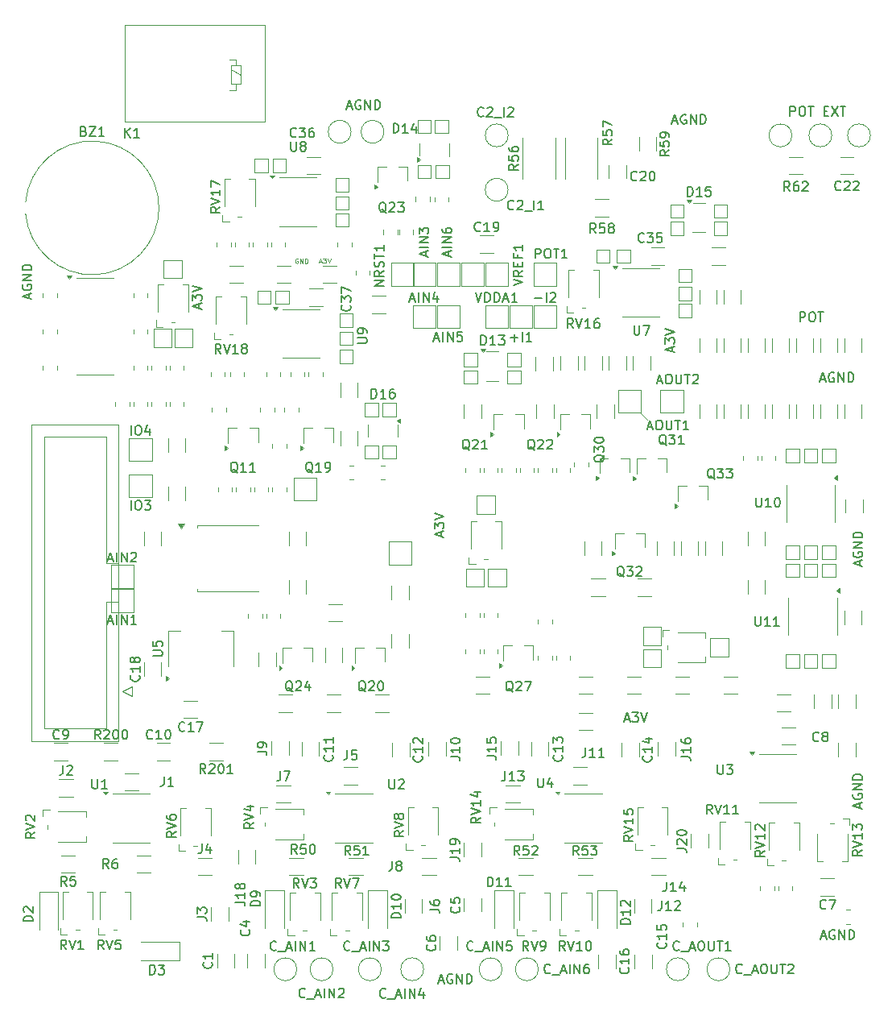
<source format=gto>
G04 #@! TF.GenerationSoftware,KiCad,Pcbnew,9.0.1*
G04 #@! TF.CreationDate,2025-09-16T21:45:55+03:00*
G04 #@! TF.ProjectId,v1,76312e6b-6963-4616-945f-706362585858,rev?*
G04 #@! TF.SameCoordinates,Original*
G04 #@! TF.FileFunction,Legend,Top*
G04 #@! TF.FilePolarity,Positive*
%FSLAX46Y46*%
G04 Gerber Fmt 4.6, Leading zero omitted, Abs format (unit mm)*
G04 Created by KiCad (PCBNEW 9.0.1) date 2025-09-16 21:45:55*
%MOMM*%
%LPD*%
G01*
G04 APERTURE LIST*
%ADD10C,0.100000*%
%ADD11C,0.200000*%
%ADD12C,0.150000*%
%ADD13C,0.120000*%
G04 APERTURE END LIST*
D10*
X126123440Y-64067666D02*
X126361535Y-64067666D01*
X126075821Y-64210523D02*
X126242487Y-63710523D01*
X126242487Y-63710523D02*
X126409154Y-64210523D01*
X126528201Y-63710523D02*
X126837725Y-63710523D01*
X126837725Y-63710523D02*
X126671058Y-63900999D01*
X126671058Y-63900999D02*
X126742487Y-63900999D01*
X126742487Y-63900999D02*
X126790106Y-63924809D01*
X126790106Y-63924809D02*
X126813915Y-63948618D01*
X126813915Y-63948618D02*
X126837725Y-63996237D01*
X126837725Y-63996237D02*
X126837725Y-64115285D01*
X126837725Y-64115285D02*
X126813915Y-64162904D01*
X126813915Y-64162904D02*
X126790106Y-64186714D01*
X126790106Y-64186714D02*
X126742487Y-64210523D01*
X126742487Y-64210523D02*
X126599630Y-64210523D01*
X126599630Y-64210523D02*
X126552011Y-64186714D01*
X126552011Y-64186714D02*
X126528201Y-64162904D01*
X126980582Y-63710523D02*
X127147248Y-64210523D01*
X127147248Y-64210523D02*
X127313915Y-63710523D01*
X123881920Y-63753193D02*
X123834301Y-63729383D01*
X123834301Y-63729383D02*
X123762872Y-63729383D01*
X123762872Y-63729383D02*
X123691444Y-63753193D01*
X123691444Y-63753193D02*
X123643825Y-63800812D01*
X123643825Y-63800812D02*
X123620015Y-63848431D01*
X123620015Y-63848431D02*
X123596206Y-63943669D01*
X123596206Y-63943669D02*
X123596206Y-64015097D01*
X123596206Y-64015097D02*
X123620015Y-64110335D01*
X123620015Y-64110335D02*
X123643825Y-64157954D01*
X123643825Y-64157954D02*
X123691444Y-64205574D01*
X123691444Y-64205574D02*
X123762872Y-64229383D01*
X123762872Y-64229383D02*
X123810491Y-64229383D01*
X123810491Y-64229383D02*
X123881920Y-64205574D01*
X123881920Y-64205574D02*
X123905729Y-64181764D01*
X123905729Y-64181764D02*
X123905729Y-64015097D01*
X123905729Y-64015097D02*
X123810491Y-64015097D01*
X124120015Y-64229383D02*
X124120015Y-63729383D01*
X124120015Y-63729383D02*
X124405729Y-64229383D01*
X124405729Y-64229383D02*
X124405729Y-63729383D01*
X124643825Y-64229383D02*
X124643825Y-63729383D01*
X124643825Y-63729383D02*
X124762873Y-63729383D01*
X124762873Y-63729383D02*
X124834301Y-63753193D01*
X124834301Y-63753193D02*
X124881920Y-63800812D01*
X124881920Y-63800812D02*
X124905730Y-63848431D01*
X124905730Y-63848431D02*
X124929539Y-63943669D01*
X124929539Y-63943669D02*
X124929539Y-64015097D01*
X124929539Y-64015097D02*
X124905730Y-64110335D01*
X124905730Y-64110335D02*
X124881920Y-64157954D01*
X124881920Y-64157954D02*
X124834301Y-64205574D01*
X124834301Y-64205574D02*
X124762873Y-64229383D01*
X124762873Y-64229383D02*
X124643825Y-64229383D01*
X159893000Y-79883000D02*
X160655000Y-80645000D01*
D11*
X178884054Y-134988904D02*
X179360244Y-134988904D01*
X178788816Y-135274619D02*
X179122149Y-134274619D01*
X179122149Y-134274619D02*
X179455482Y-135274619D01*
X180312625Y-134322238D02*
X180217387Y-134274619D01*
X180217387Y-134274619D02*
X180074530Y-134274619D01*
X180074530Y-134274619D02*
X179931673Y-134322238D01*
X179931673Y-134322238D02*
X179836435Y-134417476D01*
X179836435Y-134417476D02*
X179788816Y-134512714D01*
X179788816Y-134512714D02*
X179741197Y-134703190D01*
X179741197Y-134703190D02*
X179741197Y-134846047D01*
X179741197Y-134846047D02*
X179788816Y-135036523D01*
X179788816Y-135036523D02*
X179836435Y-135131761D01*
X179836435Y-135131761D02*
X179931673Y-135227000D01*
X179931673Y-135227000D02*
X180074530Y-135274619D01*
X180074530Y-135274619D02*
X180169768Y-135274619D01*
X180169768Y-135274619D02*
X180312625Y-135227000D01*
X180312625Y-135227000D02*
X180360244Y-135179380D01*
X180360244Y-135179380D02*
X180360244Y-134846047D01*
X180360244Y-134846047D02*
X180169768Y-134846047D01*
X180788816Y-135274619D02*
X180788816Y-134274619D01*
X180788816Y-134274619D02*
X181360244Y-135274619D01*
X181360244Y-135274619D02*
X181360244Y-134274619D01*
X181836435Y-135274619D02*
X181836435Y-134274619D01*
X181836435Y-134274619D02*
X182074530Y-134274619D01*
X182074530Y-134274619D02*
X182217387Y-134322238D01*
X182217387Y-134322238D02*
X182312625Y-134417476D01*
X182312625Y-134417476D02*
X182360244Y-134512714D01*
X182360244Y-134512714D02*
X182407863Y-134703190D01*
X182407863Y-134703190D02*
X182407863Y-134846047D01*
X182407863Y-134846047D02*
X182360244Y-135036523D01*
X182360244Y-135036523D02*
X182312625Y-135131761D01*
X182312625Y-135131761D02*
X182217387Y-135227000D01*
X182217387Y-135227000D02*
X182074530Y-135274619D01*
X182074530Y-135274619D02*
X181836435Y-135274619D01*
X158233854Y-112154304D02*
X158710044Y-112154304D01*
X158138616Y-112440019D02*
X158471949Y-111440019D01*
X158471949Y-111440019D02*
X158805282Y-112440019D01*
X159043378Y-111440019D02*
X159662425Y-111440019D01*
X159662425Y-111440019D02*
X159329092Y-111820971D01*
X159329092Y-111820971D02*
X159471949Y-111820971D01*
X159471949Y-111820971D02*
X159567187Y-111868590D01*
X159567187Y-111868590D02*
X159614806Y-111916209D01*
X159614806Y-111916209D02*
X159662425Y-112011447D01*
X159662425Y-112011447D02*
X159662425Y-112249542D01*
X159662425Y-112249542D02*
X159614806Y-112344780D01*
X159614806Y-112344780D02*
X159567187Y-112392400D01*
X159567187Y-112392400D02*
X159471949Y-112440019D01*
X159471949Y-112440019D02*
X159186235Y-112440019D01*
X159186235Y-112440019D02*
X159090997Y-112392400D01*
X159090997Y-112392400D02*
X159043378Y-112344780D01*
X159948140Y-111440019D02*
X160281473Y-112440019D01*
X160281473Y-112440019D02*
X160614806Y-111440019D01*
X175629673Y-48762219D02*
X175629673Y-47762219D01*
X175629673Y-47762219D02*
X176010625Y-47762219D01*
X176010625Y-47762219D02*
X176105863Y-47809838D01*
X176105863Y-47809838D02*
X176153482Y-47857457D01*
X176153482Y-47857457D02*
X176201101Y-47952695D01*
X176201101Y-47952695D02*
X176201101Y-48095552D01*
X176201101Y-48095552D02*
X176153482Y-48190790D01*
X176153482Y-48190790D02*
X176105863Y-48238409D01*
X176105863Y-48238409D02*
X176010625Y-48286028D01*
X176010625Y-48286028D02*
X175629673Y-48286028D01*
X176820149Y-47762219D02*
X177010625Y-47762219D01*
X177010625Y-47762219D02*
X177105863Y-47809838D01*
X177105863Y-47809838D02*
X177201101Y-47905076D01*
X177201101Y-47905076D02*
X177248720Y-48095552D01*
X177248720Y-48095552D02*
X177248720Y-48428885D01*
X177248720Y-48428885D02*
X177201101Y-48619361D01*
X177201101Y-48619361D02*
X177105863Y-48714600D01*
X177105863Y-48714600D02*
X177010625Y-48762219D01*
X177010625Y-48762219D02*
X176820149Y-48762219D01*
X176820149Y-48762219D02*
X176724911Y-48714600D01*
X176724911Y-48714600D02*
X176629673Y-48619361D01*
X176629673Y-48619361D02*
X176582054Y-48428885D01*
X176582054Y-48428885D02*
X176582054Y-48095552D01*
X176582054Y-48095552D02*
X176629673Y-47905076D01*
X176629673Y-47905076D02*
X176724911Y-47809838D01*
X176724911Y-47809838D02*
X176820149Y-47762219D01*
X177534435Y-47762219D02*
X178105863Y-47762219D01*
X177820149Y-48762219D02*
X177820149Y-47762219D01*
X179201102Y-48238409D02*
X179534435Y-48238409D01*
X179677292Y-48762219D02*
X179201102Y-48762219D01*
X179201102Y-48762219D02*
X179201102Y-47762219D01*
X179201102Y-47762219D02*
X179677292Y-47762219D01*
X180010626Y-47762219D02*
X180677292Y-48762219D01*
X180677292Y-47762219D02*
X180010626Y-48762219D01*
X180915388Y-47762219D02*
X181486816Y-47762219D01*
X181201102Y-48762219D02*
X181201102Y-47762219D01*
X95593504Y-67927745D02*
X95593504Y-67451555D01*
X95879219Y-68022983D02*
X94879219Y-67689650D01*
X94879219Y-67689650D02*
X95879219Y-67356317D01*
X94926838Y-66499174D02*
X94879219Y-66594412D01*
X94879219Y-66594412D02*
X94879219Y-66737269D01*
X94879219Y-66737269D02*
X94926838Y-66880126D01*
X94926838Y-66880126D02*
X95022076Y-66975364D01*
X95022076Y-66975364D02*
X95117314Y-67022983D01*
X95117314Y-67022983D02*
X95307790Y-67070602D01*
X95307790Y-67070602D02*
X95450647Y-67070602D01*
X95450647Y-67070602D02*
X95641123Y-67022983D01*
X95641123Y-67022983D02*
X95736361Y-66975364D01*
X95736361Y-66975364D02*
X95831600Y-66880126D01*
X95831600Y-66880126D02*
X95879219Y-66737269D01*
X95879219Y-66737269D02*
X95879219Y-66642031D01*
X95879219Y-66642031D02*
X95831600Y-66499174D01*
X95831600Y-66499174D02*
X95783980Y-66451555D01*
X95783980Y-66451555D02*
X95450647Y-66451555D01*
X95450647Y-66451555D02*
X95450647Y-66642031D01*
X95879219Y-66022983D02*
X94879219Y-66022983D01*
X94879219Y-66022983D02*
X95879219Y-65451555D01*
X95879219Y-65451555D02*
X94879219Y-65451555D01*
X95879219Y-64975364D02*
X94879219Y-64975364D01*
X94879219Y-64975364D02*
X94879219Y-64737269D01*
X94879219Y-64737269D02*
X94926838Y-64594412D01*
X94926838Y-64594412D02*
X95022076Y-64499174D01*
X95022076Y-64499174D02*
X95117314Y-64451555D01*
X95117314Y-64451555D02*
X95307790Y-64403936D01*
X95307790Y-64403936D02*
X95450647Y-64403936D01*
X95450647Y-64403936D02*
X95641123Y-64451555D01*
X95641123Y-64451555D02*
X95736361Y-64499174D01*
X95736361Y-64499174D02*
X95831600Y-64594412D01*
X95831600Y-64594412D02*
X95879219Y-64737269D01*
X95879219Y-64737269D02*
X95879219Y-64975364D01*
X138951304Y-92921345D02*
X138951304Y-92445155D01*
X139237019Y-93016583D02*
X138237019Y-92683250D01*
X138237019Y-92683250D02*
X139237019Y-92349917D01*
X138237019Y-92111821D02*
X138237019Y-91492774D01*
X138237019Y-91492774D02*
X138617971Y-91826107D01*
X138617971Y-91826107D02*
X138617971Y-91683250D01*
X138617971Y-91683250D02*
X138665590Y-91588012D01*
X138665590Y-91588012D02*
X138713209Y-91540393D01*
X138713209Y-91540393D02*
X138808447Y-91492774D01*
X138808447Y-91492774D02*
X139046542Y-91492774D01*
X139046542Y-91492774D02*
X139141780Y-91540393D01*
X139141780Y-91540393D02*
X139189400Y-91588012D01*
X139189400Y-91588012D02*
X139237019Y-91683250D01*
X139237019Y-91683250D02*
X139237019Y-91968964D01*
X139237019Y-91968964D02*
X139189400Y-92064202D01*
X139189400Y-92064202D02*
X139141780Y-92111821D01*
X138237019Y-91207059D02*
X139237019Y-90873726D01*
X139237019Y-90873726D02*
X138237019Y-90540393D01*
X178807854Y-76441904D02*
X179284044Y-76441904D01*
X178712616Y-76727619D02*
X179045949Y-75727619D01*
X179045949Y-75727619D02*
X179379282Y-76727619D01*
X180236425Y-75775238D02*
X180141187Y-75727619D01*
X180141187Y-75727619D02*
X179998330Y-75727619D01*
X179998330Y-75727619D02*
X179855473Y-75775238D01*
X179855473Y-75775238D02*
X179760235Y-75870476D01*
X179760235Y-75870476D02*
X179712616Y-75965714D01*
X179712616Y-75965714D02*
X179664997Y-76156190D01*
X179664997Y-76156190D02*
X179664997Y-76299047D01*
X179664997Y-76299047D02*
X179712616Y-76489523D01*
X179712616Y-76489523D02*
X179760235Y-76584761D01*
X179760235Y-76584761D02*
X179855473Y-76680000D01*
X179855473Y-76680000D02*
X179998330Y-76727619D01*
X179998330Y-76727619D02*
X180093568Y-76727619D01*
X180093568Y-76727619D02*
X180236425Y-76680000D01*
X180236425Y-76680000D02*
X180284044Y-76632380D01*
X180284044Y-76632380D02*
X180284044Y-76299047D01*
X180284044Y-76299047D02*
X180093568Y-76299047D01*
X180712616Y-76727619D02*
X180712616Y-75727619D01*
X180712616Y-75727619D02*
X181284044Y-76727619D01*
X181284044Y-76727619D02*
X181284044Y-75727619D01*
X181760235Y-76727619D02*
X181760235Y-75727619D01*
X181760235Y-75727619D02*
X181998330Y-75727619D01*
X181998330Y-75727619D02*
X182141187Y-75775238D01*
X182141187Y-75775238D02*
X182236425Y-75870476D01*
X182236425Y-75870476D02*
X182284044Y-75965714D01*
X182284044Y-75965714D02*
X182331663Y-76156190D01*
X182331663Y-76156190D02*
X182331663Y-76299047D01*
X182331663Y-76299047D02*
X182284044Y-76489523D01*
X182284044Y-76489523D02*
X182236425Y-76584761D01*
X182236425Y-76584761D02*
X182141187Y-76680000D01*
X182141187Y-76680000D02*
X181998330Y-76727619D01*
X181998330Y-76727619D02*
X181760235Y-76727619D01*
X182969504Y-96020145D02*
X182969504Y-95543955D01*
X183255219Y-96115383D02*
X182255219Y-95782050D01*
X182255219Y-95782050D02*
X183255219Y-95448717D01*
X182302838Y-94591574D02*
X182255219Y-94686812D01*
X182255219Y-94686812D02*
X182255219Y-94829669D01*
X182255219Y-94829669D02*
X182302838Y-94972526D01*
X182302838Y-94972526D02*
X182398076Y-95067764D01*
X182398076Y-95067764D02*
X182493314Y-95115383D01*
X182493314Y-95115383D02*
X182683790Y-95163002D01*
X182683790Y-95163002D02*
X182826647Y-95163002D01*
X182826647Y-95163002D02*
X183017123Y-95115383D01*
X183017123Y-95115383D02*
X183112361Y-95067764D01*
X183112361Y-95067764D02*
X183207600Y-94972526D01*
X183207600Y-94972526D02*
X183255219Y-94829669D01*
X183255219Y-94829669D02*
X183255219Y-94734431D01*
X183255219Y-94734431D02*
X183207600Y-94591574D01*
X183207600Y-94591574D02*
X183159980Y-94543955D01*
X183159980Y-94543955D02*
X182826647Y-94543955D01*
X182826647Y-94543955D02*
X182826647Y-94734431D01*
X183255219Y-94115383D02*
X182255219Y-94115383D01*
X182255219Y-94115383D02*
X183255219Y-93543955D01*
X183255219Y-93543955D02*
X182255219Y-93543955D01*
X183255219Y-93067764D02*
X182255219Y-93067764D01*
X182255219Y-93067764D02*
X182255219Y-92829669D01*
X182255219Y-92829669D02*
X182302838Y-92686812D01*
X182302838Y-92686812D02*
X182398076Y-92591574D01*
X182398076Y-92591574D02*
X182493314Y-92543955D01*
X182493314Y-92543955D02*
X182683790Y-92496336D01*
X182683790Y-92496336D02*
X182826647Y-92496336D01*
X182826647Y-92496336D02*
X183017123Y-92543955D01*
X183017123Y-92543955D02*
X183112361Y-92591574D01*
X183112361Y-92591574D02*
X183207600Y-92686812D01*
X183207600Y-92686812D02*
X183255219Y-92829669D01*
X183255219Y-92829669D02*
X183255219Y-93067764D01*
X138675854Y-139637104D02*
X139152044Y-139637104D01*
X138580616Y-139922819D02*
X138913949Y-138922819D01*
X138913949Y-138922819D02*
X139247282Y-139922819D01*
X140104425Y-138970438D02*
X140009187Y-138922819D01*
X140009187Y-138922819D02*
X139866330Y-138922819D01*
X139866330Y-138922819D02*
X139723473Y-138970438D01*
X139723473Y-138970438D02*
X139628235Y-139065676D01*
X139628235Y-139065676D02*
X139580616Y-139160914D01*
X139580616Y-139160914D02*
X139532997Y-139351390D01*
X139532997Y-139351390D02*
X139532997Y-139494247D01*
X139532997Y-139494247D02*
X139580616Y-139684723D01*
X139580616Y-139684723D02*
X139628235Y-139779961D01*
X139628235Y-139779961D02*
X139723473Y-139875200D01*
X139723473Y-139875200D02*
X139866330Y-139922819D01*
X139866330Y-139922819D02*
X139961568Y-139922819D01*
X139961568Y-139922819D02*
X140104425Y-139875200D01*
X140104425Y-139875200D02*
X140152044Y-139827580D01*
X140152044Y-139827580D02*
X140152044Y-139494247D01*
X140152044Y-139494247D02*
X139961568Y-139494247D01*
X140580616Y-139922819D02*
X140580616Y-138922819D01*
X140580616Y-138922819D02*
X141152044Y-139922819D01*
X141152044Y-139922819D02*
X141152044Y-138922819D01*
X141628235Y-139922819D02*
X141628235Y-138922819D01*
X141628235Y-138922819D02*
X141866330Y-138922819D01*
X141866330Y-138922819D02*
X142009187Y-138970438D01*
X142009187Y-138970438D02*
X142104425Y-139065676D01*
X142104425Y-139065676D02*
X142152044Y-139160914D01*
X142152044Y-139160914D02*
X142199663Y-139351390D01*
X142199663Y-139351390D02*
X142199663Y-139494247D01*
X142199663Y-139494247D02*
X142152044Y-139684723D01*
X142152044Y-139684723D02*
X142104425Y-139779961D01*
X142104425Y-139779961D02*
X142009187Y-139875200D01*
X142009187Y-139875200D02*
X141866330Y-139922819D01*
X141866330Y-139922819D02*
X141628235Y-139922819D01*
X129023854Y-47790704D02*
X129500044Y-47790704D01*
X128928616Y-48076419D02*
X129261949Y-47076419D01*
X129261949Y-47076419D02*
X129595282Y-48076419D01*
X130452425Y-47124038D02*
X130357187Y-47076419D01*
X130357187Y-47076419D02*
X130214330Y-47076419D01*
X130214330Y-47076419D02*
X130071473Y-47124038D01*
X130071473Y-47124038D02*
X129976235Y-47219276D01*
X129976235Y-47219276D02*
X129928616Y-47314514D01*
X129928616Y-47314514D02*
X129880997Y-47504990D01*
X129880997Y-47504990D02*
X129880997Y-47647847D01*
X129880997Y-47647847D02*
X129928616Y-47838323D01*
X129928616Y-47838323D02*
X129976235Y-47933561D01*
X129976235Y-47933561D02*
X130071473Y-48028800D01*
X130071473Y-48028800D02*
X130214330Y-48076419D01*
X130214330Y-48076419D02*
X130309568Y-48076419D01*
X130309568Y-48076419D02*
X130452425Y-48028800D01*
X130452425Y-48028800D02*
X130500044Y-47981180D01*
X130500044Y-47981180D02*
X130500044Y-47647847D01*
X130500044Y-47647847D02*
X130309568Y-47647847D01*
X130928616Y-48076419D02*
X130928616Y-47076419D01*
X130928616Y-47076419D02*
X131500044Y-48076419D01*
X131500044Y-48076419D02*
X131500044Y-47076419D01*
X131976235Y-48076419D02*
X131976235Y-47076419D01*
X131976235Y-47076419D02*
X132214330Y-47076419D01*
X132214330Y-47076419D02*
X132357187Y-47124038D01*
X132357187Y-47124038D02*
X132452425Y-47219276D01*
X132452425Y-47219276D02*
X132500044Y-47314514D01*
X132500044Y-47314514D02*
X132547663Y-47504990D01*
X132547663Y-47504990D02*
X132547663Y-47647847D01*
X132547663Y-47647847D02*
X132500044Y-47838323D01*
X132500044Y-47838323D02*
X132452425Y-47933561D01*
X132452425Y-47933561D02*
X132357187Y-48028800D01*
X132357187Y-48028800D02*
X132214330Y-48076419D01*
X132214330Y-48076419D02*
X131976235Y-48076419D01*
X163208304Y-73515745D02*
X163208304Y-73039555D01*
X163494019Y-73610983D02*
X162494019Y-73277650D01*
X162494019Y-73277650D02*
X163494019Y-72944317D01*
X162494019Y-72706221D02*
X162494019Y-72087174D01*
X162494019Y-72087174D02*
X162874971Y-72420507D01*
X162874971Y-72420507D02*
X162874971Y-72277650D01*
X162874971Y-72277650D02*
X162922590Y-72182412D01*
X162922590Y-72182412D02*
X162970209Y-72134793D01*
X162970209Y-72134793D02*
X163065447Y-72087174D01*
X163065447Y-72087174D02*
X163303542Y-72087174D01*
X163303542Y-72087174D02*
X163398780Y-72134793D01*
X163398780Y-72134793D02*
X163446400Y-72182412D01*
X163446400Y-72182412D02*
X163494019Y-72277650D01*
X163494019Y-72277650D02*
X163494019Y-72563364D01*
X163494019Y-72563364D02*
X163446400Y-72658602D01*
X163446400Y-72658602D02*
X163398780Y-72706221D01*
X162494019Y-71801459D02*
X163494019Y-71468126D01*
X163494019Y-71468126D02*
X162494019Y-71134793D01*
X163263054Y-49314704D02*
X163739244Y-49314704D01*
X163167816Y-49600419D02*
X163501149Y-48600419D01*
X163501149Y-48600419D02*
X163834482Y-49600419D01*
X164691625Y-48648038D02*
X164596387Y-48600419D01*
X164596387Y-48600419D02*
X164453530Y-48600419D01*
X164453530Y-48600419D02*
X164310673Y-48648038D01*
X164310673Y-48648038D02*
X164215435Y-48743276D01*
X164215435Y-48743276D02*
X164167816Y-48838514D01*
X164167816Y-48838514D02*
X164120197Y-49028990D01*
X164120197Y-49028990D02*
X164120197Y-49171847D01*
X164120197Y-49171847D02*
X164167816Y-49362323D01*
X164167816Y-49362323D02*
X164215435Y-49457561D01*
X164215435Y-49457561D02*
X164310673Y-49552800D01*
X164310673Y-49552800D02*
X164453530Y-49600419D01*
X164453530Y-49600419D02*
X164548768Y-49600419D01*
X164548768Y-49600419D02*
X164691625Y-49552800D01*
X164691625Y-49552800D02*
X164739244Y-49505180D01*
X164739244Y-49505180D02*
X164739244Y-49171847D01*
X164739244Y-49171847D02*
X164548768Y-49171847D01*
X165167816Y-49600419D02*
X165167816Y-48600419D01*
X165167816Y-48600419D02*
X165739244Y-49600419D01*
X165739244Y-49600419D02*
X165739244Y-48600419D01*
X166215435Y-49600419D02*
X166215435Y-48600419D01*
X166215435Y-48600419D02*
X166453530Y-48600419D01*
X166453530Y-48600419D02*
X166596387Y-48648038D01*
X166596387Y-48648038D02*
X166691625Y-48743276D01*
X166691625Y-48743276D02*
X166739244Y-48838514D01*
X166739244Y-48838514D02*
X166786863Y-49028990D01*
X166786863Y-49028990D02*
X166786863Y-49171847D01*
X166786863Y-49171847D02*
X166739244Y-49362323D01*
X166739244Y-49362323D02*
X166691625Y-49457561D01*
X166691625Y-49457561D02*
X166596387Y-49552800D01*
X166596387Y-49552800D02*
X166453530Y-49600419D01*
X166453530Y-49600419D02*
X166215435Y-49600419D01*
X113475104Y-68969145D02*
X113475104Y-68492955D01*
X113760819Y-69064383D02*
X112760819Y-68731050D01*
X112760819Y-68731050D02*
X113760819Y-68397717D01*
X112760819Y-68159621D02*
X112760819Y-67540574D01*
X112760819Y-67540574D02*
X113141771Y-67873907D01*
X113141771Y-67873907D02*
X113141771Y-67731050D01*
X113141771Y-67731050D02*
X113189390Y-67635812D01*
X113189390Y-67635812D02*
X113237009Y-67588193D01*
X113237009Y-67588193D02*
X113332247Y-67540574D01*
X113332247Y-67540574D02*
X113570342Y-67540574D01*
X113570342Y-67540574D02*
X113665580Y-67588193D01*
X113665580Y-67588193D02*
X113713200Y-67635812D01*
X113713200Y-67635812D02*
X113760819Y-67731050D01*
X113760819Y-67731050D02*
X113760819Y-68016764D01*
X113760819Y-68016764D02*
X113713200Y-68112002D01*
X113713200Y-68112002D02*
X113665580Y-68159621D01*
X112760819Y-67254859D02*
X113760819Y-66921526D01*
X113760819Y-66921526D02*
X112760819Y-66588193D01*
X176669673Y-70367219D02*
X176669673Y-69367219D01*
X176669673Y-69367219D02*
X177050625Y-69367219D01*
X177050625Y-69367219D02*
X177145863Y-69414838D01*
X177145863Y-69414838D02*
X177193482Y-69462457D01*
X177193482Y-69462457D02*
X177241101Y-69557695D01*
X177241101Y-69557695D02*
X177241101Y-69700552D01*
X177241101Y-69700552D02*
X177193482Y-69795790D01*
X177193482Y-69795790D02*
X177145863Y-69843409D01*
X177145863Y-69843409D02*
X177050625Y-69891028D01*
X177050625Y-69891028D02*
X176669673Y-69891028D01*
X177860149Y-69367219D02*
X178050625Y-69367219D01*
X178050625Y-69367219D02*
X178145863Y-69414838D01*
X178145863Y-69414838D02*
X178241101Y-69510076D01*
X178241101Y-69510076D02*
X178288720Y-69700552D01*
X178288720Y-69700552D02*
X178288720Y-70033885D01*
X178288720Y-70033885D02*
X178241101Y-70224361D01*
X178241101Y-70224361D02*
X178145863Y-70319600D01*
X178145863Y-70319600D02*
X178050625Y-70367219D01*
X178050625Y-70367219D02*
X177860149Y-70367219D01*
X177860149Y-70367219D02*
X177764911Y-70319600D01*
X177764911Y-70319600D02*
X177669673Y-70224361D01*
X177669673Y-70224361D02*
X177622054Y-70033885D01*
X177622054Y-70033885D02*
X177622054Y-69700552D01*
X177622054Y-69700552D02*
X177669673Y-69510076D01*
X177669673Y-69510076D02*
X177764911Y-69414838D01*
X177764911Y-69414838D02*
X177860149Y-69367219D01*
X178574435Y-69367219D02*
X179145863Y-69367219D01*
X178860149Y-70367219D02*
X178860149Y-69367219D01*
X182944104Y-121445545D02*
X182944104Y-120969355D01*
X183229819Y-121540783D02*
X182229819Y-121207450D01*
X182229819Y-121207450D02*
X183229819Y-120874117D01*
X182277438Y-120016974D02*
X182229819Y-120112212D01*
X182229819Y-120112212D02*
X182229819Y-120255069D01*
X182229819Y-120255069D02*
X182277438Y-120397926D01*
X182277438Y-120397926D02*
X182372676Y-120493164D01*
X182372676Y-120493164D02*
X182467914Y-120540783D01*
X182467914Y-120540783D02*
X182658390Y-120588402D01*
X182658390Y-120588402D02*
X182801247Y-120588402D01*
X182801247Y-120588402D02*
X182991723Y-120540783D01*
X182991723Y-120540783D02*
X183086961Y-120493164D01*
X183086961Y-120493164D02*
X183182200Y-120397926D01*
X183182200Y-120397926D02*
X183229819Y-120255069D01*
X183229819Y-120255069D02*
X183229819Y-120159831D01*
X183229819Y-120159831D02*
X183182200Y-120016974D01*
X183182200Y-120016974D02*
X183134580Y-119969355D01*
X183134580Y-119969355D02*
X182801247Y-119969355D01*
X182801247Y-119969355D02*
X182801247Y-120159831D01*
X183229819Y-119540783D02*
X182229819Y-119540783D01*
X182229819Y-119540783D02*
X183229819Y-118969355D01*
X183229819Y-118969355D02*
X182229819Y-118969355D01*
X183229819Y-118493164D02*
X182229819Y-118493164D01*
X182229819Y-118493164D02*
X182229819Y-118255069D01*
X182229819Y-118255069D02*
X182277438Y-118112212D01*
X182277438Y-118112212D02*
X182372676Y-118016974D01*
X182372676Y-118016974D02*
X182467914Y-117969355D01*
X182467914Y-117969355D02*
X182658390Y-117921736D01*
X182658390Y-117921736D02*
X182801247Y-117921736D01*
X182801247Y-117921736D02*
X182991723Y-117969355D01*
X182991723Y-117969355D02*
X183086961Y-118016974D01*
X183086961Y-118016974D02*
X183182200Y-118112212D01*
X183182200Y-118112212D02*
X183229819Y-118255069D01*
X183229819Y-118255069D02*
X183229819Y-118493164D01*
D12*
X117307877Y-131364515D02*
X118022162Y-131364515D01*
X118022162Y-131364515D02*
X118165019Y-131412134D01*
X118165019Y-131412134D02*
X118260258Y-131507372D01*
X118260258Y-131507372D02*
X118307877Y-131650229D01*
X118307877Y-131650229D02*
X118307877Y-131745467D01*
X118307877Y-130364515D02*
X118307877Y-130935943D01*
X118307877Y-130650229D02*
X117307877Y-130650229D01*
X117307877Y-130650229D02*
X117450734Y-130745467D01*
X117450734Y-130745467D02*
X117545972Y-130840705D01*
X117545972Y-130840705D02*
X117593591Y-130935943D01*
X117736448Y-129793086D02*
X117688829Y-129888324D01*
X117688829Y-129888324D02*
X117641210Y-129935943D01*
X117641210Y-129935943D02*
X117545972Y-129983562D01*
X117545972Y-129983562D02*
X117498353Y-129983562D01*
X117498353Y-129983562D02*
X117403115Y-129935943D01*
X117403115Y-129935943D02*
X117355496Y-129888324D01*
X117355496Y-129888324D02*
X117307877Y-129793086D01*
X117307877Y-129793086D02*
X117307877Y-129602610D01*
X117307877Y-129602610D02*
X117355496Y-129507372D01*
X117355496Y-129507372D02*
X117403115Y-129459753D01*
X117403115Y-129459753D02*
X117498353Y-129412134D01*
X117498353Y-129412134D02*
X117545972Y-129412134D01*
X117545972Y-129412134D02*
X117641210Y-129459753D01*
X117641210Y-129459753D02*
X117688829Y-129507372D01*
X117688829Y-129507372D02*
X117736448Y-129602610D01*
X117736448Y-129602610D02*
X117736448Y-129793086D01*
X117736448Y-129793086D02*
X117784067Y-129888324D01*
X117784067Y-129888324D02*
X117831686Y-129935943D01*
X117831686Y-129935943D02*
X117926924Y-129983562D01*
X117926924Y-129983562D02*
X118117400Y-129983562D01*
X118117400Y-129983562D02*
X118212638Y-129935943D01*
X118212638Y-129935943D02*
X118260258Y-129888324D01*
X118260258Y-129888324D02*
X118307877Y-129793086D01*
X118307877Y-129793086D02*
X118307877Y-129602610D01*
X118307877Y-129602610D02*
X118260258Y-129507372D01*
X118260258Y-129507372D02*
X118212638Y-129459753D01*
X118212638Y-129459753D02*
X118117400Y-129412134D01*
X118117400Y-129412134D02*
X117926924Y-129412134D01*
X117926924Y-129412134D02*
X117831686Y-129459753D01*
X117831686Y-129459753D02*
X117784067Y-129507372D01*
X117784067Y-129507372D02*
X117736448Y-129602610D01*
X163740819Y-125751523D02*
X164455104Y-125751523D01*
X164455104Y-125751523D02*
X164597961Y-125799142D01*
X164597961Y-125799142D02*
X164693200Y-125894380D01*
X164693200Y-125894380D02*
X164740819Y-126037237D01*
X164740819Y-126037237D02*
X164740819Y-126132475D01*
X163836057Y-125322951D02*
X163788438Y-125275332D01*
X163788438Y-125275332D02*
X163740819Y-125180094D01*
X163740819Y-125180094D02*
X163740819Y-124941999D01*
X163740819Y-124941999D02*
X163788438Y-124846761D01*
X163788438Y-124846761D02*
X163836057Y-124799142D01*
X163836057Y-124799142D02*
X163931295Y-124751523D01*
X163931295Y-124751523D02*
X164026533Y-124751523D01*
X164026533Y-124751523D02*
X164169390Y-124799142D01*
X164169390Y-124799142D02*
X164740819Y-125370570D01*
X164740819Y-125370570D02*
X164740819Y-124751523D01*
X163740819Y-124132475D02*
X163740819Y-124037237D01*
X163740819Y-124037237D02*
X163788438Y-123941999D01*
X163788438Y-123941999D02*
X163836057Y-123894380D01*
X163836057Y-123894380D02*
X163931295Y-123846761D01*
X163931295Y-123846761D02*
X164121771Y-123799142D01*
X164121771Y-123799142D02*
X164359866Y-123799142D01*
X164359866Y-123799142D02*
X164550342Y-123846761D01*
X164550342Y-123846761D02*
X164645580Y-123894380D01*
X164645580Y-123894380D02*
X164693200Y-123941999D01*
X164693200Y-123941999D02*
X164740819Y-124037237D01*
X164740819Y-124037237D02*
X164740819Y-124132475D01*
X164740819Y-124132475D02*
X164693200Y-124227713D01*
X164693200Y-124227713D02*
X164645580Y-124275332D01*
X164645580Y-124275332D02*
X164550342Y-124322951D01*
X164550342Y-124322951D02*
X164359866Y-124370570D01*
X164359866Y-124370570D02*
X164121771Y-124370570D01*
X164121771Y-124370570D02*
X163931295Y-124322951D01*
X163931295Y-124322951D02*
X163836057Y-124275332D01*
X163836057Y-124275332D02*
X163788438Y-124227713D01*
X163788438Y-124227713D02*
X163740819Y-124132475D01*
X139864819Y-126691323D02*
X140579104Y-126691323D01*
X140579104Y-126691323D02*
X140721961Y-126738942D01*
X140721961Y-126738942D02*
X140817200Y-126834180D01*
X140817200Y-126834180D02*
X140864819Y-126977037D01*
X140864819Y-126977037D02*
X140864819Y-127072275D01*
X140864819Y-125691323D02*
X140864819Y-126262751D01*
X140864819Y-125977037D02*
X139864819Y-125977037D01*
X139864819Y-125977037D02*
X140007676Y-126072275D01*
X140007676Y-126072275D02*
X140102914Y-126167513D01*
X140102914Y-126167513D02*
X140150533Y-126262751D01*
X140864819Y-125215132D02*
X140864819Y-125024656D01*
X140864819Y-125024656D02*
X140817200Y-124929418D01*
X140817200Y-124929418D02*
X140769580Y-124881799D01*
X140769580Y-124881799D02*
X140626723Y-124786561D01*
X140626723Y-124786561D02*
X140436247Y-124738942D01*
X140436247Y-124738942D02*
X140055295Y-124738942D01*
X140055295Y-124738942D02*
X139960057Y-124786561D01*
X139960057Y-124786561D02*
X139912438Y-124834180D01*
X139912438Y-124834180D02*
X139864819Y-124929418D01*
X139864819Y-124929418D02*
X139864819Y-125119894D01*
X139864819Y-125119894D02*
X139912438Y-125215132D01*
X139912438Y-125215132D02*
X139960057Y-125262751D01*
X139960057Y-125262751D02*
X140055295Y-125310370D01*
X140055295Y-125310370D02*
X140293390Y-125310370D01*
X140293390Y-125310370D02*
X140388628Y-125262751D01*
X140388628Y-125262751D02*
X140436247Y-125215132D01*
X140436247Y-125215132D02*
X140483866Y-125119894D01*
X140483866Y-125119894D02*
X140483866Y-124929418D01*
X140483866Y-124929418D02*
X140436247Y-124834180D01*
X140436247Y-124834180D02*
X140388628Y-124786561D01*
X140388628Y-124786561D02*
X140293390Y-124738942D01*
X143128514Y-72823119D02*
X143128514Y-71823119D01*
X143128514Y-71823119D02*
X143366609Y-71823119D01*
X143366609Y-71823119D02*
X143509466Y-71870738D01*
X143509466Y-71870738D02*
X143604704Y-71965976D01*
X143604704Y-71965976D02*
X143652323Y-72061214D01*
X143652323Y-72061214D02*
X143699942Y-72251690D01*
X143699942Y-72251690D02*
X143699942Y-72394547D01*
X143699942Y-72394547D02*
X143652323Y-72585023D01*
X143652323Y-72585023D02*
X143604704Y-72680261D01*
X143604704Y-72680261D02*
X143509466Y-72775500D01*
X143509466Y-72775500D02*
X143366609Y-72823119D01*
X143366609Y-72823119D02*
X143128514Y-72823119D01*
X144652323Y-72823119D02*
X144080895Y-72823119D01*
X144366609Y-72823119D02*
X144366609Y-71823119D01*
X144366609Y-71823119D02*
X144271371Y-71965976D01*
X144271371Y-71965976D02*
X144176133Y-72061214D01*
X144176133Y-72061214D02*
X144080895Y-72108833D01*
X144985657Y-71823119D02*
X145604704Y-71823119D01*
X145604704Y-71823119D02*
X145271371Y-72204071D01*
X145271371Y-72204071D02*
X145414228Y-72204071D01*
X145414228Y-72204071D02*
X145509466Y-72251690D01*
X145509466Y-72251690D02*
X145557085Y-72299309D01*
X145557085Y-72299309D02*
X145604704Y-72394547D01*
X145604704Y-72394547D02*
X145604704Y-72632642D01*
X145604704Y-72632642D02*
X145557085Y-72727880D01*
X145557085Y-72727880D02*
X145509466Y-72775500D01*
X145509466Y-72775500D02*
X145414228Y-72823119D01*
X145414228Y-72823119D02*
X145128514Y-72823119D01*
X145128514Y-72823119D02*
X145033276Y-72775500D01*
X145033276Y-72775500D02*
X144985657Y-72727880D01*
X162623571Y-83354057D02*
X162528333Y-83306438D01*
X162528333Y-83306438D02*
X162433095Y-83211200D01*
X162433095Y-83211200D02*
X162290238Y-83068342D01*
X162290238Y-83068342D02*
X162195000Y-83020723D01*
X162195000Y-83020723D02*
X162099762Y-83020723D01*
X162147381Y-83258819D02*
X162052143Y-83211200D01*
X162052143Y-83211200D02*
X161956905Y-83115961D01*
X161956905Y-83115961D02*
X161909286Y-82925485D01*
X161909286Y-82925485D02*
X161909286Y-82592152D01*
X161909286Y-82592152D02*
X161956905Y-82401676D01*
X161956905Y-82401676D02*
X162052143Y-82306438D01*
X162052143Y-82306438D02*
X162147381Y-82258819D01*
X162147381Y-82258819D02*
X162337857Y-82258819D01*
X162337857Y-82258819D02*
X162433095Y-82306438D01*
X162433095Y-82306438D02*
X162528333Y-82401676D01*
X162528333Y-82401676D02*
X162575952Y-82592152D01*
X162575952Y-82592152D02*
X162575952Y-82925485D01*
X162575952Y-82925485D02*
X162528333Y-83115961D01*
X162528333Y-83115961D02*
X162433095Y-83211200D01*
X162433095Y-83211200D02*
X162337857Y-83258819D01*
X162337857Y-83258819D02*
X162147381Y-83258819D01*
X162909286Y-82258819D02*
X163528333Y-82258819D01*
X163528333Y-82258819D02*
X163195000Y-82639771D01*
X163195000Y-82639771D02*
X163337857Y-82639771D01*
X163337857Y-82639771D02*
X163433095Y-82687390D01*
X163433095Y-82687390D02*
X163480714Y-82735009D01*
X163480714Y-82735009D02*
X163528333Y-82830247D01*
X163528333Y-82830247D02*
X163528333Y-83068342D01*
X163528333Y-83068342D02*
X163480714Y-83163580D01*
X163480714Y-83163580D02*
X163433095Y-83211200D01*
X163433095Y-83211200D02*
X163337857Y-83258819D01*
X163337857Y-83258819D02*
X163052143Y-83258819D01*
X163052143Y-83258819D02*
X162956905Y-83211200D01*
X162956905Y-83211200D02*
X162909286Y-83163580D01*
X164480714Y-83258819D02*
X163909286Y-83258819D01*
X164195000Y-83258819D02*
X164195000Y-82258819D01*
X164195000Y-82258819D02*
X164099762Y-82401676D01*
X164099762Y-82401676D02*
X164004524Y-82496914D01*
X164004524Y-82496914D02*
X163909286Y-82544533D01*
X167703571Y-86910057D02*
X167608333Y-86862438D01*
X167608333Y-86862438D02*
X167513095Y-86767200D01*
X167513095Y-86767200D02*
X167370238Y-86624342D01*
X167370238Y-86624342D02*
X167275000Y-86576723D01*
X167275000Y-86576723D02*
X167179762Y-86576723D01*
X167227381Y-86814819D02*
X167132143Y-86767200D01*
X167132143Y-86767200D02*
X167036905Y-86671961D01*
X167036905Y-86671961D02*
X166989286Y-86481485D01*
X166989286Y-86481485D02*
X166989286Y-86148152D01*
X166989286Y-86148152D02*
X167036905Y-85957676D01*
X167036905Y-85957676D02*
X167132143Y-85862438D01*
X167132143Y-85862438D02*
X167227381Y-85814819D01*
X167227381Y-85814819D02*
X167417857Y-85814819D01*
X167417857Y-85814819D02*
X167513095Y-85862438D01*
X167513095Y-85862438D02*
X167608333Y-85957676D01*
X167608333Y-85957676D02*
X167655952Y-86148152D01*
X167655952Y-86148152D02*
X167655952Y-86481485D01*
X167655952Y-86481485D02*
X167608333Y-86671961D01*
X167608333Y-86671961D02*
X167513095Y-86767200D01*
X167513095Y-86767200D02*
X167417857Y-86814819D01*
X167417857Y-86814819D02*
X167227381Y-86814819D01*
X167989286Y-85814819D02*
X168608333Y-85814819D01*
X168608333Y-85814819D02*
X168275000Y-86195771D01*
X168275000Y-86195771D02*
X168417857Y-86195771D01*
X168417857Y-86195771D02*
X168513095Y-86243390D01*
X168513095Y-86243390D02*
X168560714Y-86291009D01*
X168560714Y-86291009D02*
X168608333Y-86386247D01*
X168608333Y-86386247D02*
X168608333Y-86624342D01*
X168608333Y-86624342D02*
X168560714Y-86719580D01*
X168560714Y-86719580D02*
X168513095Y-86767200D01*
X168513095Y-86767200D02*
X168417857Y-86814819D01*
X168417857Y-86814819D02*
X168132143Y-86814819D01*
X168132143Y-86814819D02*
X168036905Y-86767200D01*
X168036905Y-86767200D02*
X167989286Y-86719580D01*
X168941667Y-85814819D02*
X169560714Y-85814819D01*
X169560714Y-85814819D02*
X169227381Y-86195771D01*
X169227381Y-86195771D02*
X169370238Y-86195771D01*
X169370238Y-86195771D02*
X169465476Y-86243390D01*
X169465476Y-86243390D02*
X169513095Y-86291009D01*
X169513095Y-86291009D02*
X169560714Y-86386247D01*
X169560714Y-86386247D02*
X169560714Y-86624342D01*
X169560714Y-86624342D02*
X169513095Y-86719580D01*
X169513095Y-86719580D02*
X169465476Y-86767200D01*
X169465476Y-86767200D02*
X169370238Y-86814819D01*
X169370238Y-86814819D02*
X169084524Y-86814819D01*
X169084524Y-86814819D02*
X168989286Y-86767200D01*
X168989286Y-86767200D02*
X168941667Y-86719580D01*
X158178571Y-97197057D02*
X158083333Y-97149438D01*
X158083333Y-97149438D02*
X157988095Y-97054200D01*
X157988095Y-97054200D02*
X157845238Y-96911342D01*
X157845238Y-96911342D02*
X157750000Y-96863723D01*
X157750000Y-96863723D02*
X157654762Y-96863723D01*
X157702381Y-97101819D02*
X157607143Y-97054200D01*
X157607143Y-97054200D02*
X157511905Y-96958961D01*
X157511905Y-96958961D02*
X157464286Y-96768485D01*
X157464286Y-96768485D02*
X157464286Y-96435152D01*
X157464286Y-96435152D02*
X157511905Y-96244676D01*
X157511905Y-96244676D02*
X157607143Y-96149438D01*
X157607143Y-96149438D02*
X157702381Y-96101819D01*
X157702381Y-96101819D02*
X157892857Y-96101819D01*
X157892857Y-96101819D02*
X157988095Y-96149438D01*
X157988095Y-96149438D02*
X158083333Y-96244676D01*
X158083333Y-96244676D02*
X158130952Y-96435152D01*
X158130952Y-96435152D02*
X158130952Y-96768485D01*
X158130952Y-96768485D02*
X158083333Y-96958961D01*
X158083333Y-96958961D02*
X157988095Y-97054200D01*
X157988095Y-97054200D02*
X157892857Y-97101819D01*
X157892857Y-97101819D02*
X157702381Y-97101819D01*
X158464286Y-96101819D02*
X159083333Y-96101819D01*
X159083333Y-96101819D02*
X158750000Y-96482771D01*
X158750000Y-96482771D02*
X158892857Y-96482771D01*
X158892857Y-96482771D02*
X158988095Y-96530390D01*
X158988095Y-96530390D02*
X159035714Y-96578009D01*
X159035714Y-96578009D02*
X159083333Y-96673247D01*
X159083333Y-96673247D02*
X159083333Y-96911342D01*
X159083333Y-96911342D02*
X159035714Y-97006580D01*
X159035714Y-97006580D02*
X158988095Y-97054200D01*
X158988095Y-97054200D02*
X158892857Y-97101819D01*
X158892857Y-97101819D02*
X158607143Y-97101819D01*
X158607143Y-97101819D02*
X158511905Y-97054200D01*
X158511905Y-97054200D02*
X158464286Y-97006580D01*
X159464286Y-96197057D02*
X159511905Y-96149438D01*
X159511905Y-96149438D02*
X159607143Y-96101819D01*
X159607143Y-96101819D02*
X159845238Y-96101819D01*
X159845238Y-96101819D02*
X159940476Y-96149438D01*
X159940476Y-96149438D02*
X159988095Y-96197057D01*
X159988095Y-96197057D02*
X160035714Y-96292295D01*
X160035714Y-96292295D02*
X160035714Y-96387533D01*
X160035714Y-96387533D02*
X159988095Y-96530390D01*
X159988095Y-96530390D02*
X159416667Y-97101819D01*
X159416667Y-97101819D02*
X160035714Y-97101819D01*
X156125057Y-84391428D02*
X156077438Y-84486666D01*
X156077438Y-84486666D02*
X155982200Y-84581904D01*
X155982200Y-84581904D02*
X155839342Y-84724761D01*
X155839342Y-84724761D02*
X155791723Y-84819999D01*
X155791723Y-84819999D02*
X155791723Y-84915237D01*
X156029819Y-84867618D02*
X155982200Y-84962856D01*
X155982200Y-84962856D02*
X155886961Y-85058094D01*
X155886961Y-85058094D02*
X155696485Y-85105713D01*
X155696485Y-85105713D02*
X155363152Y-85105713D01*
X155363152Y-85105713D02*
X155172676Y-85058094D01*
X155172676Y-85058094D02*
X155077438Y-84962856D01*
X155077438Y-84962856D02*
X155029819Y-84867618D01*
X155029819Y-84867618D02*
X155029819Y-84677142D01*
X155029819Y-84677142D02*
X155077438Y-84581904D01*
X155077438Y-84581904D02*
X155172676Y-84486666D01*
X155172676Y-84486666D02*
X155363152Y-84439047D01*
X155363152Y-84439047D02*
X155696485Y-84439047D01*
X155696485Y-84439047D02*
X155886961Y-84486666D01*
X155886961Y-84486666D02*
X155982200Y-84581904D01*
X155982200Y-84581904D02*
X156029819Y-84677142D01*
X156029819Y-84677142D02*
X156029819Y-84867618D01*
X155029819Y-84105713D02*
X155029819Y-83486666D01*
X155029819Y-83486666D02*
X155410771Y-83819999D01*
X155410771Y-83819999D02*
X155410771Y-83677142D01*
X155410771Y-83677142D02*
X155458390Y-83581904D01*
X155458390Y-83581904D02*
X155506009Y-83534285D01*
X155506009Y-83534285D02*
X155601247Y-83486666D01*
X155601247Y-83486666D02*
X155839342Y-83486666D01*
X155839342Y-83486666D02*
X155934580Y-83534285D01*
X155934580Y-83534285D02*
X155982200Y-83581904D01*
X155982200Y-83581904D02*
X156029819Y-83677142D01*
X156029819Y-83677142D02*
X156029819Y-83962856D01*
X156029819Y-83962856D02*
X155982200Y-84058094D01*
X155982200Y-84058094D02*
X155934580Y-84105713D01*
X155029819Y-82867618D02*
X155029819Y-82772380D01*
X155029819Y-82772380D02*
X155077438Y-82677142D01*
X155077438Y-82677142D02*
X155125057Y-82629523D01*
X155125057Y-82629523D02*
X155220295Y-82581904D01*
X155220295Y-82581904D02*
X155410771Y-82534285D01*
X155410771Y-82534285D02*
X155648866Y-82534285D01*
X155648866Y-82534285D02*
X155839342Y-82581904D01*
X155839342Y-82581904D02*
X155934580Y-82629523D01*
X155934580Y-82629523D02*
X155982200Y-82677142D01*
X155982200Y-82677142D02*
X156029819Y-82772380D01*
X156029819Y-82772380D02*
X156029819Y-82867618D01*
X156029819Y-82867618D02*
X155982200Y-82962856D01*
X155982200Y-82962856D02*
X155934580Y-83010475D01*
X155934580Y-83010475D02*
X155839342Y-83058094D01*
X155839342Y-83058094D02*
X155648866Y-83105713D01*
X155648866Y-83105713D02*
X155410771Y-83105713D01*
X155410771Y-83105713D02*
X155220295Y-83058094D01*
X155220295Y-83058094D02*
X155125057Y-83010475D01*
X155125057Y-83010475D02*
X155077438Y-82962856D01*
X155077438Y-82962856D02*
X155029819Y-82867618D01*
X105677227Y-51010877D02*
X105677227Y-50010877D01*
X106248655Y-51010877D02*
X105820084Y-50439448D01*
X106248655Y-50010877D02*
X105677227Y-50582305D01*
X107201036Y-51010877D02*
X106629608Y-51010877D01*
X106915322Y-51010877D02*
X106915322Y-50010877D01*
X106915322Y-50010877D02*
X106820084Y-50153734D01*
X106820084Y-50153734D02*
X106724846Y-50248972D01*
X106724846Y-50248972D02*
X106629608Y-50296591D01*
X172061905Y-88854819D02*
X172061905Y-89664342D01*
X172061905Y-89664342D02*
X172109524Y-89759580D01*
X172109524Y-89759580D02*
X172157143Y-89807200D01*
X172157143Y-89807200D02*
X172252381Y-89854819D01*
X172252381Y-89854819D02*
X172442857Y-89854819D01*
X172442857Y-89854819D02*
X172538095Y-89807200D01*
X172538095Y-89807200D02*
X172585714Y-89759580D01*
X172585714Y-89759580D02*
X172633333Y-89664342D01*
X172633333Y-89664342D02*
X172633333Y-88854819D01*
X173633333Y-89854819D02*
X173061905Y-89854819D01*
X173347619Y-89854819D02*
X173347619Y-88854819D01*
X173347619Y-88854819D02*
X173252381Y-88997676D01*
X173252381Y-88997676D02*
X173157143Y-89092914D01*
X173157143Y-89092914D02*
X173061905Y-89140533D01*
X174252381Y-88854819D02*
X174347619Y-88854819D01*
X174347619Y-88854819D02*
X174442857Y-88902438D01*
X174442857Y-88902438D02*
X174490476Y-88950057D01*
X174490476Y-88950057D02*
X174538095Y-89045295D01*
X174538095Y-89045295D02*
X174585714Y-89235771D01*
X174585714Y-89235771D02*
X174585714Y-89473866D01*
X174585714Y-89473866D02*
X174538095Y-89664342D01*
X174538095Y-89664342D02*
X174490476Y-89759580D01*
X174490476Y-89759580D02*
X174442857Y-89807200D01*
X174442857Y-89807200D02*
X174347619Y-89854819D01*
X174347619Y-89854819D02*
X174252381Y-89854819D01*
X174252381Y-89854819D02*
X174157143Y-89807200D01*
X174157143Y-89807200D02*
X174109524Y-89759580D01*
X174109524Y-89759580D02*
X174061905Y-89664342D01*
X174061905Y-89664342D02*
X174014286Y-89473866D01*
X174014286Y-89473866D02*
X174014286Y-89235771D01*
X174014286Y-89235771D02*
X174061905Y-89045295D01*
X174061905Y-89045295D02*
X174109524Y-88950057D01*
X174109524Y-88950057D02*
X174157143Y-88902438D01*
X174157143Y-88902438D02*
X174252381Y-88854819D01*
X132915819Y-66635047D02*
X131915819Y-66635047D01*
X131915819Y-66635047D02*
X132915819Y-66063619D01*
X132915819Y-66063619D02*
X131915819Y-66063619D01*
X132915819Y-65016000D02*
X132439628Y-65349333D01*
X132915819Y-65587428D02*
X131915819Y-65587428D01*
X131915819Y-65587428D02*
X131915819Y-65206476D01*
X131915819Y-65206476D02*
X131963438Y-65111238D01*
X131963438Y-65111238D02*
X132011057Y-65063619D01*
X132011057Y-65063619D02*
X132106295Y-65016000D01*
X132106295Y-65016000D02*
X132249152Y-65016000D01*
X132249152Y-65016000D02*
X132344390Y-65063619D01*
X132344390Y-65063619D02*
X132392009Y-65111238D01*
X132392009Y-65111238D02*
X132439628Y-65206476D01*
X132439628Y-65206476D02*
X132439628Y-65587428D01*
X132868200Y-64635047D02*
X132915819Y-64492190D01*
X132915819Y-64492190D02*
X132915819Y-64254095D01*
X132915819Y-64254095D02*
X132868200Y-64158857D01*
X132868200Y-64158857D02*
X132820580Y-64111238D01*
X132820580Y-64111238D02*
X132725342Y-64063619D01*
X132725342Y-64063619D02*
X132630104Y-64063619D01*
X132630104Y-64063619D02*
X132534866Y-64111238D01*
X132534866Y-64111238D02*
X132487247Y-64158857D01*
X132487247Y-64158857D02*
X132439628Y-64254095D01*
X132439628Y-64254095D02*
X132392009Y-64444571D01*
X132392009Y-64444571D02*
X132344390Y-64539809D01*
X132344390Y-64539809D02*
X132296771Y-64587428D01*
X132296771Y-64587428D02*
X132201533Y-64635047D01*
X132201533Y-64635047D02*
X132106295Y-64635047D01*
X132106295Y-64635047D02*
X132011057Y-64587428D01*
X132011057Y-64587428D02*
X131963438Y-64539809D01*
X131963438Y-64539809D02*
X131915819Y-64444571D01*
X131915819Y-64444571D02*
X131915819Y-64206476D01*
X131915819Y-64206476D02*
X131963438Y-64063619D01*
X131915819Y-63777904D02*
X131915819Y-63206476D01*
X132915819Y-63492190D02*
X131915819Y-63492190D01*
X132915819Y-62349333D02*
X132915819Y-62920761D01*
X132915819Y-62635047D02*
X131915819Y-62635047D01*
X131915819Y-62635047D02*
X132058676Y-62730285D01*
X132058676Y-62730285D02*
X132153914Y-62825523D01*
X132153914Y-62825523D02*
X132201533Y-62920761D01*
X130137819Y-72643904D02*
X130947342Y-72643904D01*
X130947342Y-72643904D02*
X131042580Y-72596285D01*
X131042580Y-72596285D02*
X131090200Y-72548666D01*
X131090200Y-72548666D02*
X131137819Y-72453428D01*
X131137819Y-72453428D02*
X131137819Y-72262952D01*
X131137819Y-72262952D02*
X131090200Y-72167714D01*
X131090200Y-72167714D02*
X131042580Y-72120095D01*
X131042580Y-72120095D02*
X130947342Y-72072476D01*
X130947342Y-72072476D02*
X130137819Y-72072476D01*
X131137819Y-71548666D02*
X131137819Y-71358190D01*
X131137819Y-71358190D02*
X131090200Y-71262952D01*
X131090200Y-71262952D02*
X131042580Y-71215333D01*
X131042580Y-71215333D02*
X130899723Y-71120095D01*
X130899723Y-71120095D02*
X130709247Y-71072476D01*
X130709247Y-71072476D02*
X130328295Y-71072476D01*
X130328295Y-71072476D02*
X130233057Y-71120095D01*
X130233057Y-71120095D02*
X130185438Y-71167714D01*
X130185438Y-71167714D02*
X130137819Y-71262952D01*
X130137819Y-71262952D02*
X130137819Y-71453428D01*
X130137819Y-71453428D02*
X130185438Y-71548666D01*
X130185438Y-71548666D02*
X130233057Y-71596285D01*
X130233057Y-71596285D02*
X130328295Y-71643904D01*
X130328295Y-71643904D02*
X130566390Y-71643904D01*
X130566390Y-71643904D02*
X130661628Y-71596285D01*
X130661628Y-71596285D02*
X130709247Y-71548666D01*
X130709247Y-71548666D02*
X130756866Y-71453428D01*
X130756866Y-71453428D02*
X130756866Y-71262952D01*
X130756866Y-71262952D02*
X130709247Y-71167714D01*
X130709247Y-71167714D02*
X130661628Y-71120095D01*
X130661628Y-71120095D02*
X130566390Y-71072476D01*
X155212142Y-61054819D02*
X154878809Y-60578628D01*
X154640714Y-61054819D02*
X154640714Y-60054819D01*
X154640714Y-60054819D02*
X155021666Y-60054819D01*
X155021666Y-60054819D02*
X155116904Y-60102438D01*
X155116904Y-60102438D02*
X155164523Y-60150057D01*
X155164523Y-60150057D02*
X155212142Y-60245295D01*
X155212142Y-60245295D02*
X155212142Y-60388152D01*
X155212142Y-60388152D02*
X155164523Y-60483390D01*
X155164523Y-60483390D02*
X155116904Y-60531009D01*
X155116904Y-60531009D02*
X155021666Y-60578628D01*
X155021666Y-60578628D02*
X154640714Y-60578628D01*
X156116904Y-60054819D02*
X155640714Y-60054819D01*
X155640714Y-60054819D02*
X155593095Y-60531009D01*
X155593095Y-60531009D02*
X155640714Y-60483390D01*
X155640714Y-60483390D02*
X155735952Y-60435771D01*
X155735952Y-60435771D02*
X155974047Y-60435771D01*
X155974047Y-60435771D02*
X156069285Y-60483390D01*
X156069285Y-60483390D02*
X156116904Y-60531009D01*
X156116904Y-60531009D02*
X156164523Y-60626247D01*
X156164523Y-60626247D02*
X156164523Y-60864342D01*
X156164523Y-60864342D02*
X156116904Y-60959580D01*
X156116904Y-60959580D02*
X156069285Y-61007200D01*
X156069285Y-61007200D02*
X155974047Y-61054819D01*
X155974047Y-61054819D02*
X155735952Y-61054819D01*
X155735952Y-61054819D02*
X155640714Y-61007200D01*
X155640714Y-61007200D02*
X155593095Y-60959580D01*
X156735952Y-60483390D02*
X156640714Y-60435771D01*
X156640714Y-60435771D02*
X156593095Y-60388152D01*
X156593095Y-60388152D02*
X156545476Y-60292914D01*
X156545476Y-60292914D02*
X156545476Y-60245295D01*
X156545476Y-60245295D02*
X156593095Y-60150057D01*
X156593095Y-60150057D02*
X156640714Y-60102438D01*
X156640714Y-60102438D02*
X156735952Y-60054819D01*
X156735952Y-60054819D02*
X156926428Y-60054819D01*
X156926428Y-60054819D02*
X157021666Y-60102438D01*
X157021666Y-60102438D02*
X157069285Y-60150057D01*
X157069285Y-60150057D02*
X157116904Y-60245295D01*
X157116904Y-60245295D02*
X157116904Y-60292914D01*
X157116904Y-60292914D02*
X157069285Y-60388152D01*
X157069285Y-60388152D02*
X157021666Y-60435771D01*
X157021666Y-60435771D02*
X156926428Y-60483390D01*
X156926428Y-60483390D02*
X156735952Y-60483390D01*
X156735952Y-60483390D02*
X156640714Y-60531009D01*
X156640714Y-60531009D02*
X156593095Y-60578628D01*
X156593095Y-60578628D02*
X156545476Y-60673866D01*
X156545476Y-60673866D02*
X156545476Y-60864342D01*
X156545476Y-60864342D02*
X156593095Y-60959580D01*
X156593095Y-60959580D02*
X156640714Y-61007200D01*
X156640714Y-61007200D02*
X156735952Y-61054819D01*
X156735952Y-61054819D02*
X156926428Y-61054819D01*
X156926428Y-61054819D02*
X157021666Y-61007200D01*
X157021666Y-61007200D02*
X157069285Y-60959580D01*
X157069285Y-60959580D02*
X157116904Y-60864342D01*
X157116904Y-60864342D02*
X157116904Y-60673866D01*
X157116904Y-60673866D02*
X157069285Y-60578628D01*
X157069285Y-60578628D02*
X157021666Y-60531009D01*
X157021666Y-60531009D02*
X156926428Y-60483390D01*
X161687143Y-76623104D02*
X162163333Y-76623104D01*
X161591905Y-76908819D02*
X161925238Y-75908819D01*
X161925238Y-75908819D02*
X162258571Y-76908819D01*
X162782381Y-75908819D02*
X162972857Y-75908819D01*
X162972857Y-75908819D02*
X163068095Y-75956438D01*
X163068095Y-75956438D02*
X163163333Y-76051676D01*
X163163333Y-76051676D02*
X163210952Y-76242152D01*
X163210952Y-76242152D02*
X163210952Y-76575485D01*
X163210952Y-76575485D02*
X163163333Y-76765961D01*
X163163333Y-76765961D02*
X163068095Y-76861200D01*
X163068095Y-76861200D02*
X162972857Y-76908819D01*
X162972857Y-76908819D02*
X162782381Y-76908819D01*
X162782381Y-76908819D02*
X162687143Y-76861200D01*
X162687143Y-76861200D02*
X162591905Y-76765961D01*
X162591905Y-76765961D02*
X162544286Y-76575485D01*
X162544286Y-76575485D02*
X162544286Y-76242152D01*
X162544286Y-76242152D02*
X162591905Y-76051676D01*
X162591905Y-76051676D02*
X162687143Y-75956438D01*
X162687143Y-75956438D02*
X162782381Y-75908819D01*
X163639524Y-75908819D02*
X163639524Y-76718342D01*
X163639524Y-76718342D02*
X163687143Y-76813580D01*
X163687143Y-76813580D02*
X163734762Y-76861200D01*
X163734762Y-76861200D02*
X163830000Y-76908819D01*
X163830000Y-76908819D02*
X164020476Y-76908819D01*
X164020476Y-76908819D02*
X164115714Y-76861200D01*
X164115714Y-76861200D02*
X164163333Y-76813580D01*
X164163333Y-76813580D02*
X164210952Y-76718342D01*
X164210952Y-76718342D02*
X164210952Y-75908819D01*
X164544286Y-75908819D02*
X165115714Y-75908819D01*
X164830000Y-76908819D02*
X164830000Y-75908819D01*
X165401429Y-76004057D02*
X165449048Y-75956438D01*
X165449048Y-75956438D02*
X165544286Y-75908819D01*
X165544286Y-75908819D02*
X165782381Y-75908819D01*
X165782381Y-75908819D02*
X165877619Y-75956438D01*
X165877619Y-75956438D02*
X165925238Y-76004057D01*
X165925238Y-76004057D02*
X165972857Y-76099295D01*
X165972857Y-76099295D02*
X165972857Y-76194533D01*
X165972857Y-76194533D02*
X165925238Y-76337390D01*
X165925238Y-76337390D02*
X165353810Y-76908819D01*
X165353810Y-76908819D02*
X165972857Y-76908819D01*
X119225219Y-123023238D02*
X118749028Y-123356571D01*
X119225219Y-123594666D02*
X118225219Y-123594666D01*
X118225219Y-123594666D02*
X118225219Y-123213714D01*
X118225219Y-123213714D02*
X118272838Y-123118476D01*
X118272838Y-123118476D02*
X118320457Y-123070857D01*
X118320457Y-123070857D02*
X118415695Y-123023238D01*
X118415695Y-123023238D02*
X118558552Y-123023238D01*
X118558552Y-123023238D02*
X118653790Y-123070857D01*
X118653790Y-123070857D02*
X118701409Y-123118476D01*
X118701409Y-123118476D02*
X118749028Y-123213714D01*
X118749028Y-123213714D02*
X118749028Y-123594666D01*
X118225219Y-122737523D02*
X119225219Y-122404190D01*
X119225219Y-122404190D02*
X118225219Y-122070857D01*
X118558552Y-121308952D02*
X119225219Y-121308952D01*
X118177600Y-121547047D02*
X118891885Y-121785142D01*
X118891885Y-121785142D02*
X118891885Y-121166095D01*
X141922571Y-83862057D02*
X141827333Y-83814438D01*
X141827333Y-83814438D02*
X141732095Y-83719200D01*
X141732095Y-83719200D02*
X141589238Y-83576342D01*
X141589238Y-83576342D02*
X141494000Y-83528723D01*
X141494000Y-83528723D02*
X141398762Y-83528723D01*
X141446381Y-83766819D02*
X141351143Y-83719200D01*
X141351143Y-83719200D02*
X141255905Y-83623961D01*
X141255905Y-83623961D02*
X141208286Y-83433485D01*
X141208286Y-83433485D02*
X141208286Y-83100152D01*
X141208286Y-83100152D02*
X141255905Y-82909676D01*
X141255905Y-82909676D02*
X141351143Y-82814438D01*
X141351143Y-82814438D02*
X141446381Y-82766819D01*
X141446381Y-82766819D02*
X141636857Y-82766819D01*
X141636857Y-82766819D02*
X141732095Y-82814438D01*
X141732095Y-82814438D02*
X141827333Y-82909676D01*
X141827333Y-82909676D02*
X141874952Y-83100152D01*
X141874952Y-83100152D02*
X141874952Y-83433485D01*
X141874952Y-83433485D02*
X141827333Y-83623961D01*
X141827333Y-83623961D02*
X141732095Y-83719200D01*
X141732095Y-83719200D02*
X141636857Y-83766819D01*
X141636857Y-83766819D02*
X141446381Y-83766819D01*
X142255905Y-82862057D02*
X142303524Y-82814438D01*
X142303524Y-82814438D02*
X142398762Y-82766819D01*
X142398762Y-82766819D02*
X142636857Y-82766819D01*
X142636857Y-82766819D02*
X142732095Y-82814438D01*
X142732095Y-82814438D02*
X142779714Y-82862057D01*
X142779714Y-82862057D02*
X142827333Y-82957295D01*
X142827333Y-82957295D02*
X142827333Y-83052533D01*
X142827333Y-83052533D02*
X142779714Y-83195390D01*
X142779714Y-83195390D02*
X142208286Y-83766819D01*
X142208286Y-83766819D02*
X142827333Y-83766819D01*
X143779714Y-83766819D02*
X143208286Y-83766819D01*
X143494000Y-83766819D02*
X143494000Y-82766819D01*
X143494000Y-82766819D02*
X143398762Y-82909676D01*
X143398762Y-82909676D02*
X143303524Y-83004914D01*
X143303524Y-83004914D02*
X143208286Y-83052533D01*
X123138095Y-51454819D02*
X123138095Y-52264342D01*
X123138095Y-52264342D02*
X123185714Y-52359580D01*
X123185714Y-52359580D02*
X123233333Y-52407200D01*
X123233333Y-52407200D02*
X123328571Y-52454819D01*
X123328571Y-52454819D02*
X123519047Y-52454819D01*
X123519047Y-52454819D02*
X123614285Y-52407200D01*
X123614285Y-52407200D02*
X123661904Y-52359580D01*
X123661904Y-52359580D02*
X123709523Y-52264342D01*
X123709523Y-52264342D02*
X123709523Y-51454819D01*
X124328571Y-51883390D02*
X124233333Y-51835771D01*
X124233333Y-51835771D02*
X124185714Y-51788152D01*
X124185714Y-51788152D02*
X124138095Y-51692914D01*
X124138095Y-51692914D02*
X124138095Y-51645295D01*
X124138095Y-51645295D02*
X124185714Y-51550057D01*
X124185714Y-51550057D02*
X124233333Y-51502438D01*
X124233333Y-51502438D02*
X124328571Y-51454819D01*
X124328571Y-51454819D02*
X124519047Y-51454819D01*
X124519047Y-51454819D02*
X124614285Y-51502438D01*
X124614285Y-51502438D02*
X124661904Y-51550057D01*
X124661904Y-51550057D02*
X124709523Y-51645295D01*
X124709523Y-51645295D02*
X124709523Y-51692914D01*
X124709523Y-51692914D02*
X124661904Y-51788152D01*
X124661904Y-51788152D02*
X124614285Y-51835771D01*
X124614285Y-51835771D02*
X124519047Y-51883390D01*
X124519047Y-51883390D02*
X124328571Y-51883390D01*
X124328571Y-51883390D02*
X124233333Y-51931009D01*
X124233333Y-51931009D02*
X124185714Y-51978628D01*
X124185714Y-51978628D02*
X124138095Y-52073866D01*
X124138095Y-52073866D02*
X124138095Y-52264342D01*
X124138095Y-52264342D02*
X124185714Y-52359580D01*
X124185714Y-52359580D02*
X124233333Y-52407200D01*
X124233333Y-52407200D02*
X124328571Y-52454819D01*
X124328571Y-52454819D02*
X124519047Y-52454819D01*
X124519047Y-52454819D02*
X124614285Y-52407200D01*
X124614285Y-52407200D02*
X124661904Y-52359580D01*
X124661904Y-52359580D02*
X124709523Y-52264342D01*
X124709523Y-52264342D02*
X124709523Y-52073866D01*
X124709523Y-52073866D02*
X124661904Y-51978628D01*
X124661904Y-51978628D02*
X124614285Y-51931009D01*
X124614285Y-51931009D02*
X124519047Y-51883390D01*
X115768571Y-73733819D02*
X115435238Y-73257628D01*
X115197143Y-73733819D02*
X115197143Y-72733819D01*
X115197143Y-72733819D02*
X115578095Y-72733819D01*
X115578095Y-72733819D02*
X115673333Y-72781438D01*
X115673333Y-72781438D02*
X115720952Y-72829057D01*
X115720952Y-72829057D02*
X115768571Y-72924295D01*
X115768571Y-72924295D02*
X115768571Y-73067152D01*
X115768571Y-73067152D02*
X115720952Y-73162390D01*
X115720952Y-73162390D02*
X115673333Y-73210009D01*
X115673333Y-73210009D02*
X115578095Y-73257628D01*
X115578095Y-73257628D02*
X115197143Y-73257628D01*
X116054286Y-72733819D02*
X116387619Y-73733819D01*
X116387619Y-73733819D02*
X116720952Y-72733819D01*
X117578095Y-73733819D02*
X117006667Y-73733819D01*
X117292381Y-73733819D02*
X117292381Y-72733819D01*
X117292381Y-72733819D02*
X117197143Y-72876676D01*
X117197143Y-72876676D02*
X117101905Y-72971914D01*
X117101905Y-72971914D02*
X117006667Y-73019533D01*
X118149524Y-73162390D02*
X118054286Y-73114771D01*
X118054286Y-73114771D02*
X118006667Y-73067152D01*
X118006667Y-73067152D02*
X117959048Y-72971914D01*
X117959048Y-72971914D02*
X117959048Y-72924295D01*
X117959048Y-72924295D02*
X118006667Y-72829057D01*
X118006667Y-72829057D02*
X118054286Y-72781438D01*
X118054286Y-72781438D02*
X118149524Y-72733819D01*
X118149524Y-72733819D02*
X118340000Y-72733819D01*
X118340000Y-72733819D02*
X118435238Y-72781438D01*
X118435238Y-72781438D02*
X118482857Y-72829057D01*
X118482857Y-72829057D02*
X118530476Y-72924295D01*
X118530476Y-72924295D02*
X118530476Y-72971914D01*
X118530476Y-72971914D02*
X118482857Y-73067152D01*
X118482857Y-73067152D02*
X118435238Y-73114771D01*
X118435238Y-73114771D02*
X118340000Y-73162390D01*
X118340000Y-73162390D02*
X118149524Y-73162390D01*
X118149524Y-73162390D02*
X118054286Y-73210009D01*
X118054286Y-73210009D02*
X118006667Y-73257628D01*
X118006667Y-73257628D02*
X117959048Y-73352866D01*
X117959048Y-73352866D02*
X117959048Y-73543342D01*
X117959048Y-73543342D02*
X118006667Y-73638580D01*
X118006667Y-73638580D02*
X118054286Y-73686200D01*
X118054286Y-73686200D02*
X118149524Y-73733819D01*
X118149524Y-73733819D02*
X118340000Y-73733819D01*
X118340000Y-73733819D02*
X118435238Y-73686200D01*
X118435238Y-73686200D02*
X118482857Y-73638580D01*
X118482857Y-73638580D02*
X118530476Y-73543342D01*
X118530476Y-73543342D02*
X118530476Y-73352866D01*
X118530476Y-73352866D02*
X118482857Y-73257628D01*
X118482857Y-73257628D02*
X118435238Y-73210009D01*
X118435238Y-73210009D02*
X118340000Y-73162390D01*
X134994819Y-123890238D02*
X134518628Y-124223571D01*
X134994819Y-124461666D02*
X133994819Y-124461666D01*
X133994819Y-124461666D02*
X133994819Y-124080714D01*
X133994819Y-124080714D02*
X134042438Y-123985476D01*
X134042438Y-123985476D02*
X134090057Y-123937857D01*
X134090057Y-123937857D02*
X134185295Y-123890238D01*
X134185295Y-123890238D02*
X134328152Y-123890238D01*
X134328152Y-123890238D02*
X134423390Y-123937857D01*
X134423390Y-123937857D02*
X134471009Y-123985476D01*
X134471009Y-123985476D02*
X134518628Y-124080714D01*
X134518628Y-124080714D02*
X134518628Y-124461666D01*
X133994819Y-123604523D02*
X134994819Y-123271190D01*
X134994819Y-123271190D02*
X133994819Y-122937857D01*
X134423390Y-122461666D02*
X134375771Y-122556904D01*
X134375771Y-122556904D02*
X134328152Y-122604523D01*
X134328152Y-122604523D02*
X134232914Y-122652142D01*
X134232914Y-122652142D02*
X134185295Y-122652142D01*
X134185295Y-122652142D02*
X134090057Y-122604523D01*
X134090057Y-122604523D02*
X134042438Y-122556904D01*
X134042438Y-122556904D02*
X133994819Y-122461666D01*
X133994819Y-122461666D02*
X133994819Y-122271190D01*
X133994819Y-122271190D02*
X134042438Y-122175952D01*
X134042438Y-122175952D02*
X134090057Y-122128333D01*
X134090057Y-122128333D02*
X134185295Y-122080714D01*
X134185295Y-122080714D02*
X134232914Y-122080714D01*
X134232914Y-122080714D02*
X134328152Y-122128333D01*
X134328152Y-122128333D02*
X134375771Y-122175952D01*
X134375771Y-122175952D02*
X134423390Y-122271190D01*
X134423390Y-122271190D02*
X134423390Y-122461666D01*
X134423390Y-122461666D02*
X134471009Y-122556904D01*
X134471009Y-122556904D02*
X134518628Y-122604523D01*
X134518628Y-122604523D02*
X134613866Y-122652142D01*
X134613866Y-122652142D02*
X134804342Y-122652142D01*
X134804342Y-122652142D02*
X134899580Y-122604523D01*
X134899580Y-122604523D02*
X134947200Y-122556904D01*
X134947200Y-122556904D02*
X134994819Y-122461666D01*
X134994819Y-122461666D02*
X134994819Y-122271190D01*
X134994819Y-122271190D02*
X134947200Y-122175952D01*
X134947200Y-122175952D02*
X134899580Y-122128333D01*
X134899580Y-122128333D02*
X134804342Y-122080714D01*
X134804342Y-122080714D02*
X134613866Y-122080714D01*
X134613866Y-122080714D02*
X134518628Y-122128333D01*
X134518628Y-122128333D02*
X134471009Y-122175952D01*
X134471009Y-122175952D02*
X134423390Y-122271190D01*
X137329104Y-63452189D02*
X137329104Y-62975999D01*
X137614819Y-63547427D02*
X136614819Y-63214094D01*
X136614819Y-63214094D02*
X137614819Y-62880761D01*
X137614819Y-62547427D02*
X136614819Y-62547427D01*
X137614819Y-62071237D02*
X136614819Y-62071237D01*
X136614819Y-62071237D02*
X137614819Y-61499809D01*
X137614819Y-61499809D02*
X136614819Y-61499809D01*
X136614819Y-61118856D02*
X136614819Y-60499809D01*
X136614819Y-60499809D02*
X136995771Y-60833142D01*
X136995771Y-60833142D02*
X136995771Y-60690285D01*
X136995771Y-60690285D02*
X137043390Y-60595047D01*
X137043390Y-60595047D02*
X137091009Y-60547428D01*
X137091009Y-60547428D02*
X137186247Y-60499809D01*
X137186247Y-60499809D02*
X137424342Y-60499809D01*
X137424342Y-60499809D02*
X137519580Y-60547428D01*
X137519580Y-60547428D02*
X137567200Y-60595047D01*
X137567200Y-60595047D02*
X137614819Y-60690285D01*
X137614819Y-60690285D02*
X137614819Y-60975999D01*
X137614819Y-60975999D02*
X137567200Y-61071237D01*
X137567200Y-61071237D02*
X137519580Y-61118856D01*
X103453761Y-136344819D02*
X103120428Y-135868628D01*
X102882333Y-136344819D02*
X102882333Y-135344819D01*
X102882333Y-135344819D02*
X103263285Y-135344819D01*
X103263285Y-135344819D02*
X103358523Y-135392438D01*
X103358523Y-135392438D02*
X103406142Y-135440057D01*
X103406142Y-135440057D02*
X103453761Y-135535295D01*
X103453761Y-135535295D02*
X103453761Y-135678152D01*
X103453761Y-135678152D02*
X103406142Y-135773390D01*
X103406142Y-135773390D02*
X103358523Y-135821009D01*
X103358523Y-135821009D02*
X103263285Y-135868628D01*
X103263285Y-135868628D02*
X102882333Y-135868628D01*
X103739476Y-135344819D02*
X104072809Y-136344819D01*
X104072809Y-136344819D02*
X104406142Y-135344819D01*
X105215666Y-135344819D02*
X104739476Y-135344819D01*
X104739476Y-135344819D02*
X104691857Y-135821009D01*
X104691857Y-135821009D02*
X104739476Y-135773390D01*
X104739476Y-135773390D02*
X104834714Y-135725771D01*
X104834714Y-135725771D02*
X105072809Y-135725771D01*
X105072809Y-135725771D02*
X105168047Y-135773390D01*
X105168047Y-135773390D02*
X105215666Y-135821009D01*
X105215666Y-135821009D02*
X105263285Y-135916247D01*
X105263285Y-135916247D02*
X105263285Y-136154342D01*
X105263285Y-136154342D02*
X105215666Y-136249580D01*
X105215666Y-136249580D02*
X105168047Y-136297200D01*
X105168047Y-136297200D02*
X105072809Y-136344819D01*
X105072809Y-136344819D02*
X104834714Y-136344819D01*
X104834714Y-136344819D02*
X104739476Y-136297200D01*
X104739476Y-136297200D02*
X104691857Y-136249580D01*
X146566095Y-58525580D02*
X146518476Y-58573200D01*
X146518476Y-58573200D02*
X146375619Y-58620819D01*
X146375619Y-58620819D02*
X146280381Y-58620819D01*
X146280381Y-58620819D02*
X146137524Y-58573200D01*
X146137524Y-58573200D02*
X146042286Y-58477961D01*
X146042286Y-58477961D02*
X145994667Y-58382723D01*
X145994667Y-58382723D02*
X145947048Y-58192247D01*
X145947048Y-58192247D02*
X145947048Y-58049390D01*
X145947048Y-58049390D02*
X145994667Y-57858914D01*
X145994667Y-57858914D02*
X146042286Y-57763676D01*
X146042286Y-57763676D02*
X146137524Y-57668438D01*
X146137524Y-57668438D02*
X146280381Y-57620819D01*
X146280381Y-57620819D02*
X146375619Y-57620819D01*
X146375619Y-57620819D02*
X146518476Y-57668438D01*
X146518476Y-57668438D02*
X146566095Y-57716057D01*
X146947048Y-57716057D02*
X146994667Y-57668438D01*
X146994667Y-57668438D02*
X147089905Y-57620819D01*
X147089905Y-57620819D02*
X147328000Y-57620819D01*
X147328000Y-57620819D02*
X147423238Y-57668438D01*
X147423238Y-57668438D02*
X147470857Y-57716057D01*
X147470857Y-57716057D02*
X147518476Y-57811295D01*
X147518476Y-57811295D02*
X147518476Y-57906533D01*
X147518476Y-57906533D02*
X147470857Y-58049390D01*
X147470857Y-58049390D02*
X146899429Y-58620819D01*
X146899429Y-58620819D02*
X147518476Y-58620819D01*
X147708953Y-58716057D02*
X148470857Y-58716057D01*
X148708953Y-58620819D02*
X148708953Y-57620819D01*
X149708952Y-58620819D02*
X149137524Y-58620819D01*
X149423238Y-58620819D02*
X149423238Y-57620819D01*
X149423238Y-57620819D02*
X149328000Y-57763676D01*
X149328000Y-57763676D02*
X149232762Y-57858914D01*
X149232762Y-57858914D02*
X149137524Y-57906533D01*
X159238095Y-70754819D02*
X159238095Y-71564342D01*
X159238095Y-71564342D02*
X159285714Y-71659580D01*
X159285714Y-71659580D02*
X159333333Y-71707200D01*
X159333333Y-71707200D02*
X159428571Y-71754819D01*
X159428571Y-71754819D02*
X159619047Y-71754819D01*
X159619047Y-71754819D02*
X159714285Y-71707200D01*
X159714285Y-71707200D02*
X159761904Y-71659580D01*
X159761904Y-71659580D02*
X159809523Y-71564342D01*
X159809523Y-71564342D02*
X159809523Y-70754819D01*
X160190476Y-70754819D02*
X160857142Y-70754819D01*
X160857142Y-70754819D02*
X160428571Y-71754819D01*
X149098095Y-118326819D02*
X149098095Y-119136342D01*
X149098095Y-119136342D02*
X149145714Y-119231580D01*
X149145714Y-119231580D02*
X149193333Y-119279200D01*
X149193333Y-119279200D02*
X149288571Y-119326819D01*
X149288571Y-119326819D02*
X149479047Y-119326819D01*
X149479047Y-119326819D02*
X149574285Y-119279200D01*
X149574285Y-119279200D02*
X149621904Y-119231580D01*
X149621904Y-119231580D02*
X149669523Y-119136342D01*
X149669523Y-119136342D02*
X149669523Y-118326819D01*
X150574285Y-118660152D02*
X150574285Y-119326819D01*
X150336190Y-118279200D02*
X150098095Y-118993485D01*
X150098095Y-118993485D02*
X150717142Y-118993485D01*
X179405337Y-132009724D02*
X179357718Y-132057344D01*
X179357718Y-132057344D02*
X179214861Y-132104963D01*
X179214861Y-132104963D02*
X179119623Y-132104963D01*
X179119623Y-132104963D02*
X178976766Y-132057344D01*
X178976766Y-132057344D02*
X178881528Y-131962105D01*
X178881528Y-131962105D02*
X178833909Y-131866867D01*
X178833909Y-131866867D02*
X178786290Y-131676391D01*
X178786290Y-131676391D02*
X178786290Y-131533534D01*
X178786290Y-131533534D02*
X178833909Y-131343058D01*
X178833909Y-131343058D02*
X178881528Y-131247820D01*
X178881528Y-131247820D02*
X178976766Y-131152582D01*
X178976766Y-131152582D02*
X179119623Y-131104963D01*
X179119623Y-131104963D02*
X179214861Y-131104963D01*
X179214861Y-131104963D02*
X179357718Y-131152582D01*
X179357718Y-131152582D02*
X179405337Y-131200201D01*
X179738671Y-131104963D02*
X180405337Y-131104963D01*
X180405337Y-131104963D02*
X179976766Y-132104963D01*
X158604018Y-138256864D02*
X158651638Y-138304483D01*
X158651638Y-138304483D02*
X158699257Y-138447340D01*
X158699257Y-138447340D02*
X158699257Y-138542578D01*
X158699257Y-138542578D02*
X158651638Y-138685435D01*
X158651638Y-138685435D02*
X158556399Y-138780673D01*
X158556399Y-138780673D02*
X158461161Y-138828292D01*
X158461161Y-138828292D02*
X158270685Y-138875911D01*
X158270685Y-138875911D02*
X158127828Y-138875911D01*
X158127828Y-138875911D02*
X157937352Y-138828292D01*
X157937352Y-138828292D02*
X157842114Y-138780673D01*
X157842114Y-138780673D02*
X157746876Y-138685435D01*
X157746876Y-138685435D02*
X157699257Y-138542578D01*
X157699257Y-138542578D02*
X157699257Y-138447340D01*
X157699257Y-138447340D02*
X157746876Y-138304483D01*
X157746876Y-138304483D02*
X157794495Y-138256864D01*
X158699257Y-137304483D02*
X158699257Y-137875911D01*
X158699257Y-137590197D02*
X157699257Y-137590197D01*
X157699257Y-137590197D02*
X157842114Y-137685435D01*
X157842114Y-137685435D02*
X157937352Y-137780673D01*
X157937352Y-137780673D02*
X157984971Y-137875911D01*
X157699257Y-136447340D02*
X157699257Y-136637816D01*
X157699257Y-136637816D02*
X157746876Y-136733054D01*
X157746876Y-136733054D02*
X157794495Y-136780673D01*
X157794495Y-136780673D02*
X157937352Y-136875911D01*
X157937352Y-136875911D02*
X158127828Y-136923530D01*
X158127828Y-136923530D02*
X158508780Y-136923530D01*
X158508780Y-136923530D02*
X158604018Y-136875911D01*
X158604018Y-136875911D02*
X158651638Y-136828292D01*
X158651638Y-136828292D02*
X158699257Y-136733054D01*
X158699257Y-136733054D02*
X158699257Y-136542578D01*
X158699257Y-136542578D02*
X158651638Y-136447340D01*
X158651638Y-136447340D02*
X158604018Y-136399721D01*
X158604018Y-136399721D02*
X158508780Y-136352102D01*
X158508780Y-136352102D02*
X158270685Y-136352102D01*
X158270685Y-136352102D02*
X158175447Y-136399721D01*
X158175447Y-136399721D02*
X158127828Y-136447340D01*
X158127828Y-136447340D02*
X158080209Y-136542578D01*
X158080209Y-136542578D02*
X158080209Y-136733054D01*
X158080209Y-136733054D02*
X158127828Y-136828292D01*
X158127828Y-136828292D02*
X158175447Y-136875911D01*
X158175447Y-136875911D02*
X158270685Y-136923530D01*
X147185142Y-126438819D02*
X146851809Y-125962628D01*
X146613714Y-126438819D02*
X146613714Y-125438819D01*
X146613714Y-125438819D02*
X146994666Y-125438819D01*
X146994666Y-125438819D02*
X147089904Y-125486438D01*
X147089904Y-125486438D02*
X147137523Y-125534057D01*
X147137523Y-125534057D02*
X147185142Y-125629295D01*
X147185142Y-125629295D02*
X147185142Y-125772152D01*
X147185142Y-125772152D02*
X147137523Y-125867390D01*
X147137523Y-125867390D02*
X147089904Y-125915009D01*
X147089904Y-125915009D02*
X146994666Y-125962628D01*
X146994666Y-125962628D02*
X146613714Y-125962628D01*
X148089904Y-125438819D02*
X147613714Y-125438819D01*
X147613714Y-125438819D02*
X147566095Y-125915009D01*
X147566095Y-125915009D02*
X147613714Y-125867390D01*
X147613714Y-125867390D02*
X147708952Y-125819771D01*
X147708952Y-125819771D02*
X147947047Y-125819771D01*
X147947047Y-125819771D02*
X148042285Y-125867390D01*
X148042285Y-125867390D02*
X148089904Y-125915009D01*
X148089904Y-125915009D02*
X148137523Y-126010247D01*
X148137523Y-126010247D02*
X148137523Y-126248342D01*
X148137523Y-126248342D02*
X148089904Y-126343580D01*
X148089904Y-126343580D02*
X148042285Y-126391200D01*
X148042285Y-126391200D02*
X147947047Y-126438819D01*
X147947047Y-126438819D02*
X147708952Y-126438819D01*
X147708952Y-126438819D02*
X147613714Y-126391200D01*
X147613714Y-126391200D02*
X147566095Y-126343580D01*
X148518476Y-125534057D02*
X148566095Y-125486438D01*
X148566095Y-125486438D02*
X148661333Y-125438819D01*
X148661333Y-125438819D02*
X148899428Y-125438819D01*
X148899428Y-125438819D02*
X148994666Y-125486438D01*
X148994666Y-125486438D02*
X149042285Y-125534057D01*
X149042285Y-125534057D02*
X149089904Y-125629295D01*
X149089904Y-125629295D02*
X149089904Y-125724533D01*
X149089904Y-125724533D02*
X149042285Y-125867390D01*
X149042285Y-125867390D02*
X148470857Y-126438819D01*
X148470857Y-126438819D02*
X149089904Y-126438819D01*
X147049819Y-53857857D02*
X146573628Y-54191190D01*
X147049819Y-54429285D02*
X146049819Y-54429285D01*
X146049819Y-54429285D02*
X146049819Y-54048333D01*
X146049819Y-54048333D02*
X146097438Y-53953095D01*
X146097438Y-53953095D02*
X146145057Y-53905476D01*
X146145057Y-53905476D02*
X146240295Y-53857857D01*
X146240295Y-53857857D02*
X146383152Y-53857857D01*
X146383152Y-53857857D02*
X146478390Y-53905476D01*
X146478390Y-53905476D02*
X146526009Y-53953095D01*
X146526009Y-53953095D02*
X146573628Y-54048333D01*
X146573628Y-54048333D02*
X146573628Y-54429285D01*
X146049819Y-52953095D02*
X146049819Y-53429285D01*
X146049819Y-53429285D02*
X146526009Y-53476904D01*
X146526009Y-53476904D02*
X146478390Y-53429285D01*
X146478390Y-53429285D02*
X146430771Y-53334047D01*
X146430771Y-53334047D02*
X146430771Y-53095952D01*
X146430771Y-53095952D02*
X146478390Y-53000714D01*
X146478390Y-53000714D02*
X146526009Y-52953095D01*
X146526009Y-52953095D02*
X146621247Y-52905476D01*
X146621247Y-52905476D02*
X146859342Y-52905476D01*
X146859342Y-52905476D02*
X146954580Y-52953095D01*
X146954580Y-52953095D02*
X147002200Y-53000714D01*
X147002200Y-53000714D02*
X147049819Y-53095952D01*
X147049819Y-53095952D02*
X147049819Y-53334047D01*
X147049819Y-53334047D02*
X147002200Y-53429285D01*
X147002200Y-53429285D02*
X146954580Y-53476904D01*
X146049819Y-52048333D02*
X146049819Y-52238809D01*
X146049819Y-52238809D02*
X146097438Y-52334047D01*
X146097438Y-52334047D02*
X146145057Y-52381666D01*
X146145057Y-52381666D02*
X146287914Y-52476904D01*
X146287914Y-52476904D02*
X146478390Y-52524523D01*
X146478390Y-52524523D02*
X146859342Y-52524523D01*
X146859342Y-52524523D02*
X146954580Y-52476904D01*
X146954580Y-52476904D02*
X147002200Y-52429285D01*
X147002200Y-52429285D02*
X147049819Y-52334047D01*
X147049819Y-52334047D02*
X147049819Y-52143571D01*
X147049819Y-52143571D02*
X147002200Y-52048333D01*
X147002200Y-52048333D02*
X146954580Y-52000714D01*
X146954580Y-52000714D02*
X146859342Y-51953095D01*
X146859342Y-51953095D02*
X146621247Y-51953095D01*
X146621247Y-51953095D02*
X146526009Y-52000714D01*
X146526009Y-52000714D02*
X146478390Y-52048333D01*
X146478390Y-52048333D02*
X146430771Y-52143571D01*
X146430771Y-52143571D02*
X146430771Y-52334047D01*
X146430771Y-52334047D02*
X146478390Y-52429285D01*
X146478390Y-52429285D02*
X146526009Y-52476904D01*
X146526009Y-52476904D02*
X146621247Y-52524523D01*
X101354047Y-50351009D02*
X101496904Y-50398628D01*
X101496904Y-50398628D02*
X101544523Y-50446247D01*
X101544523Y-50446247D02*
X101592142Y-50541485D01*
X101592142Y-50541485D02*
X101592142Y-50684342D01*
X101592142Y-50684342D02*
X101544523Y-50779580D01*
X101544523Y-50779580D02*
X101496904Y-50827200D01*
X101496904Y-50827200D02*
X101401666Y-50874819D01*
X101401666Y-50874819D02*
X101020714Y-50874819D01*
X101020714Y-50874819D02*
X101020714Y-49874819D01*
X101020714Y-49874819D02*
X101354047Y-49874819D01*
X101354047Y-49874819D02*
X101449285Y-49922438D01*
X101449285Y-49922438D02*
X101496904Y-49970057D01*
X101496904Y-49970057D02*
X101544523Y-50065295D01*
X101544523Y-50065295D02*
X101544523Y-50160533D01*
X101544523Y-50160533D02*
X101496904Y-50255771D01*
X101496904Y-50255771D02*
X101449285Y-50303390D01*
X101449285Y-50303390D02*
X101354047Y-50351009D01*
X101354047Y-50351009D02*
X101020714Y-50351009D01*
X101925476Y-49874819D02*
X102592142Y-49874819D01*
X102592142Y-49874819D02*
X101925476Y-50874819D01*
X101925476Y-50874819D02*
X102592142Y-50874819D01*
X103496904Y-50874819D02*
X102925476Y-50874819D01*
X103211190Y-50874819D02*
X103211190Y-49874819D01*
X103211190Y-49874819D02*
X103115952Y-50017676D01*
X103115952Y-50017676D02*
X103020714Y-50112914D01*
X103020714Y-50112914D02*
X102925476Y-50160533D01*
X145670476Y-117639819D02*
X145670476Y-118354104D01*
X145670476Y-118354104D02*
X145622857Y-118496961D01*
X145622857Y-118496961D02*
X145527619Y-118592200D01*
X145527619Y-118592200D02*
X145384762Y-118639819D01*
X145384762Y-118639819D02*
X145289524Y-118639819D01*
X146670476Y-118639819D02*
X146099048Y-118639819D01*
X146384762Y-118639819D02*
X146384762Y-117639819D01*
X146384762Y-117639819D02*
X146289524Y-117782676D01*
X146289524Y-117782676D02*
X146194286Y-117877914D01*
X146194286Y-117877914D02*
X146099048Y-117925533D01*
X147003810Y-117639819D02*
X147622857Y-117639819D01*
X147622857Y-117639819D02*
X147289524Y-118020771D01*
X147289524Y-118020771D02*
X147432381Y-118020771D01*
X147432381Y-118020771D02*
X147527619Y-118068390D01*
X147527619Y-118068390D02*
X147575238Y-118116009D01*
X147575238Y-118116009D02*
X147622857Y-118211247D01*
X147622857Y-118211247D02*
X147622857Y-118449342D01*
X147622857Y-118449342D02*
X147575238Y-118544580D01*
X147575238Y-118544580D02*
X147527619Y-118592200D01*
X147527619Y-118592200D02*
X147432381Y-118639819D01*
X147432381Y-118639819D02*
X147146667Y-118639819D01*
X147146667Y-118639819D02*
X147051429Y-118592200D01*
X147051429Y-118592200D02*
X147003810Y-118544580D01*
X129076666Y-115405819D02*
X129076666Y-116120104D01*
X129076666Y-116120104D02*
X129029047Y-116262961D01*
X129029047Y-116262961D02*
X128933809Y-116358200D01*
X128933809Y-116358200D02*
X128790952Y-116405819D01*
X128790952Y-116405819D02*
X128695714Y-116405819D01*
X130029047Y-115405819D02*
X129552857Y-115405819D01*
X129552857Y-115405819D02*
X129505238Y-115882009D01*
X129505238Y-115882009D02*
X129552857Y-115834390D01*
X129552857Y-115834390D02*
X129648095Y-115786771D01*
X129648095Y-115786771D02*
X129886190Y-115786771D01*
X129886190Y-115786771D02*
X129981428Y-115834390D01*
X129981428Y-115834390D02*
X130029047Y-115882009D01*
X130029047Y-115882009D02*
X130076666Y-115977247D01*
X130076666Y-115977247D02*
X130076666Y-116215342D01*
X130076666Y-116215342D02*
X130029047Y-116310580D01*
X130029047Y-116310580D02*
X129981428Y-116358200D01*
X129981428Y-116358200D02*
X129886190Y-116405819D01*
X129886190Y-116405819D02*
X129648095Y-116405819D01*
X129648095Y-116405819D02*
X129552857Y-116358200D01*
X129552857Y-116358200D02*
X129505238Y-116310580D01*
X128436761Y-129867819D02*
X128103428Y-129391628D01*
X127865333Y-129867819D02*
X127865333Y-128867819D01*
X127865333Y-128867819D02*
X128246285Y-128867819D01*
X128246285Y-128867819D02*
X128341523Y-128915438D01*
X128341523Y-128915438D02*
X128389142Y-128963057D01*
X128389142Y-128963057D02*
X128436761Y-129058295D01*
X128436761Y-129058295D02*
X128436761Y-129201152D01*
X128436761Y-129201152D02*
X128389142Y-129296390D01*
X128389142Y-129296390D02*
X128341523Y-129344009D01*
X128341523Y-129344009D02*
X128246285Y-129391628D01*
X128246285Y-129391628D02*
X127865333Y-129391628D01*
X128722476Y-128867819D02*
X129055809Y-129867819D01*
X129055809Y-129867819D02*
X129389142Y-128867819D01*
X129627238Y-128867819D02*
X130293904Y-128867819D01*
X130293904Y-128867819D02*
X129865333Y-129867819D01*
X103095952Y-114246819D02*
X102762619Y-113770628D01*
X102524524Y-114246819D02*
X102524524Y-113246819D01*
X102524524Y-113246819D02*
X102905476Y-113246819D01*
X102905476Y-113246819D02*
X103000714Y-113294438D01*
X103000714Y-113294438D02*
X103048333Y-113342057D01*
X103048333Y-113342057D02*
X103095952Y-113437295D01*
X103095952Y-113437295D02*
X103095952Y-113580152D01*
X103095952Y-113580152D02*
X103048333Y-113675390D01*
X103048333Y-113675390D02*
X103000714Y-113723009D01*
X103000714Y-113723009D02*
X102905476Y-113770628D01*
X102905476Y-113770628D02*
X102524524Y-113770628D01*
X103476905Y-113342057D02*
X103524524Y-113294438D01*
X103524524Y-113294438D02*
X103619762Y-113246819D01*
X103619762Y-113246819D02*
X103857857Y-113246819D01*
X103857857Y-113246819D02*
X103953095Y-113294438D01*
X103953095Y-113294438D02*
X104000714Y-113342057D01*
X104000714Y-113342057D02*
X104048333Y-113437295D01*
X104048333Y-113437295D02*
X104048333Y-113532533D01*
X104048333Y-113532533D02*
X104000714Y-113675390D01*
X104000714Y-113675390D02*
X103429286Y-114246819D01*
X103429286Y-114246819D02*
X104048333Y-114246819D01*
X104667381Y-113246819D02*
X104762619Y-113246819D01*
X104762619Y-113246819D02*
X104857857Y-113294438D01*
X104857857Y-113294438D02*
X104905476Y-113342057D01*
X104905476Y-113342057D02*
X104953095Y-113437295D01*
X104953095Y-113437295D02*
X105000714Y-113627771D01*
X105000714Y-113627771D02*
X105000714Y-113865866D01*
X105000714Y-113865866D02*
X104953095Y-114056342D01*
X104953095Y-114056342D02*
X104905476Y-114151580D01*
X104905476Y-114151580D02*
X104857857Y-114199200D01*
X104857857Y-114199200D02*
X104762619Y-114246819D01*
X104762619Y-114246819D02*
X104667381Y-114246819D01*
X104667381Y-114246819D02*
X104572143Y-114199200D01*
X104572143Y-114199200D02*
X104524524Y-114151580D01*
X104524524Y-114151580D02*
X104476905Y-114056342D01*
X104476905Y-114056342D02*
X104429286Y-113865866D01*
X104429286Y-113865866D02*
X104429286Y-113627771D01*
X104429286Y-113627771D02*
X104476905Y-113437295D01*
X104476905Y-113437295D02*
X104524524Y-113342057D01*
X104524524Y-113342057D02*
X104572143Y-113294438D01*
X104572143Y-113294438D02*
X104667381Y-113246819D01*
X105619762Y-113246819D02*
X105715000Y-113246819D01*
X105715000Y-113246819D02*
X105810238Y-113294438D01*
X105810238Y-113294438D02*
X105857857Y-113342057D01*
X105857857Y-113342057D02*
X105905476Y-113437295D01*
X105905476Y-113437295D02*
X105953095Y-113627771D01*
X105953095Y-113627771D02*
X105953095Y-113865866D01*
X105953095Y-113865866D02*
X105905476Y-114056342D01*
X105905476Y-114056342D02*
X105857857Y-114151580D01*
X105857857Y-114151580D02*
X105810238Y-114199200D01*
X105810238Y-114199200D02*
X105715000Y-114246819D01*
X105715000Y-114246819D02*
X105619762Y-114246819D01*
X105619762Y-114246819D02*
X105524524Y-114199200D01*
X105524524Y-114199200D02*
X105476905Y-114151580D01*
X105476905Y-114151580D02*
X105429286Y-114056342D01*
X105429286Y-114056342D02*
X105381667Y-113865866D01*
X105381667Y-113865866D02*
X105381667Y-113627771D01*
X105381667Y-113627771D02*
X105429286Y-113437295D01*
X105429286Y-113437295D02*
X105476905Y-113342057D01*
X105476905Y-113342057D02*
X105524524Y-113294438D01*
X105524524Y-113294438D02*
X105619762Y-113246819D01*
X125428571Y-86250057D02*
X125333333Y-86202438D01*
X125333333Y-86202438D02*
X125238095Y-86107200D01*
X125238095Y-86107200D02*
X125095238Y-85964342D01*
X125095238Y-85964342D02*
X125000000Y-85916723D01*
X125000000Y-85916723D02*
X124904762Y-85916723D01*
X124952381Y-86154819D02*
X124857143Y-86107200D01*
X124857143Y-86107200D02*
X124761905Y-86011961D01*
X124761905Y-86011961D02*
X124714286Y-85821485D01*
X124714286Y-85821485D02*
X124714286Y-85488152D01*
X124714286Y-85488152D02*
X124761905Y-85297676D01*
X124761905Y-85297676D02*
X124857143Y-85202438D01*
X124857143Y-85202438D02*
X124952381Y-85154819D01*
X124952381Y-85154819D02*
X125142857Y-85154819D01*
X125142857Y-85154819D02*
X125238095Y-85202438D01*
X125238095Y-85202438D02*
X125333333Y-85297676D01*
X125333333Y-85297676D02*
X125380952Y-85488152D01*
X125380952Y-85488152D02*
X125380952Y-85821485D01*
X125380952Y-85821485D02*
X125333333Y-86011961D01*
X125333333Y-86011961D02*
X125238095Y-86107200D01*
X125238095Y-86107200D02*
X125142857Y-86154819D01*
X125142857Y-86154819D02*
X124952381Y-86154819D01*
X126333333Y-86154819D02*
X125761905Y-86154819D01*
X126047619Y-86154819D02*
X126047619Y-85154819D01*
X126047619Y-85154819D02*
X125952381Y-85297676D01*
X125952381Y-85297676D02*
X125857143Y-85392914D01*
X125857143Y-85392914D02*
X125761905Y-85440533D01*
X126809524Y-86154819D02*
X127000000Y-86154819D01*
X127000000Y-86154819D02*
X127095238Y-86107200D01*
X127095238Y-86107200D02*
X127142857Y-86059580D01*
X127142857Y-86059580D02*
X127238095Y-85916723D01*
X127238095Y-85916723D02*
X127285714Y-85726247D01*
X127285714Y-85726247D02*
X127285714Y-85345295D01*
X127285714Y-85345295D02*
X127238095Y-85250057D01*
X127238095Y-85250057D02*
X127190476Y-85202438D01*
X127190476Y-85202438D02*
X127095238Y-85154819D01*
X127095238Y-85154819D02*
X126904762Y-85154819D01*
X126904762Y-85154819D02*
X126809524Y-85202438D01*
X126809524Y-85202438D02*
X126761905Y-85250057D01*
X126761905Y-85250057D02*
X126714286Y-85345295D01*
X126714286Y-85345295D02*
X126714286Y-85583390D01*
X126714286Y-85583390D02*
X126761905Y-85678628D01*
X126761905Y-85678628D02*
X126809524Y-85726247D01*
X126809524Y-85726247D02*
X126904762Y-85773866D01*
X126904762Y-85773866D02*
X127095238Y-85773866D01*
X127095238Y-85773866D02*
X127190476Y-85726247D01*
X127190476Y-85726247D02*
X127238095Y-85678628D01*
X127238095Y-85678628D02*
X127285714Y-85583390D01*
X164173819Y-116099523D02*
X164888104Y-116099523D01*
X164888104Y-116099523D02*
X165030961Y-116147142D01*
X165030961Y-116147142D02*
X165126200Y-116242380D01*
X165126200Y-116242380D02*
X165173819Y-116385237D01*
X165173819Y-116385237D02*
X165173819Y-116480475D01*
X165173819Y-115099523D02*
X165173819Y-115670951D01*
X165173819Y-115385237D02*
X164173819Y-115385237D01*
X164173819Y-115385237D02*
X164316676Y-115480475D01*
X164316676Y-115480475D02*
X164411914Y-115575713D01*
X164411914Y-115575713D02*
X164459533Y-115670951D01*
X164173819Y-114242380D02*
X164173819Y-114432856D01*
X164173819Y-114432856D02*
X164221438Y-114528094D01*
X164221438Y-114528094D02*
X164269057Y-114575713D01*
X164269057Y-114575713D02*
X164411914Y-114670951D01*
X164411914Y-114670951D02*
X164602390Y-114718570D01*
X164602390Y-114718570D02*
X164983342Y-114718570D01*
X164983342Y-114718570D02*
X165078580Y-114670951D01*
X165078580Y-114670951D02*
X165126200Y-114623332D01*
X165126200Y-114623332D02*
X165173819Y-114528094D01*
X165173819Y-114528094D02*
X165173819Y-114337618D01*
X165173819Y-114337618D02*
X165126200Y-114242380D01*
X165126200Y-114242380D02*
X165078580Y-114194761D01*
X165078580Y-114194761D02*
X164983342Y-114147142D01*
X164983342Y-114147142D02*
X164745247Y-114147142D01*
X164745247Y-114147142D02*
X164650009Y-114194761D01*
X164650009Y-114194761D02*
X164602390Y-114242380D01*
X164602390Y-114242380D02*
X164554771Y-114337618D01*
X164554771Y-114337618D02*
X164554771Y-114528094D01*
X164554771Y-114528094D02*
X164602390Y-114623332D01*
X164602390Y-114623332D02*
X164650009Y-114670951D01*
X164650009Y-114670951D02*
X164745247Y-114718570D01*
X129405142Y-126438819D02*
X129071809Y-125962628D01*
X128833714Y-126438819D02*
X128833714Y-125438819D01*
X128833714Y-125438819D02*
X129214666Y-125438819D01*
X129214666Y-125438819D02*
X129309904Y-125486438D01*
X129309904Y-125486438D02*
X129357523Y-125534057D01*
X129357523Y-125534057D02*
X129405142Y-125629295D01*
X129405142Y-125629295D02*
X129405142Y-125772152D01*
X129405142Y-125772152D02*
X129357523Y-125867390D01*
X129357523Y-125867390D02*
X129309904Y-125915009D01*
X129309904Y-125915009D02*
X129214666Y-125962628D01*
X129214666Y-125962628D02*
X128833714Y-125962628D01*
X130309904Y-125438819D02*
X129833714Y-125438819D01*
X129833714Y-125438819D02*
X129786095Y-125915009D01*
X129786095Y-125915009D02*
X129833714Y-125867390D01*
X129833714Y-125867390D02*
X129928952Y-125819771D01*
X129928952Y-125819771D02*
X130167047Y-125819771D01*
X130167047Y-125819771D02*
X130262285Y-125867390D01*
X130262285Y-125867390D02*
X130309904Y-125915009D01*
X130309904Y-125915009D02*
X130357523Y-126010247D01*
X130357523Y-126010247D02*
X130357523Y-126248342D01*
X130357523Y-126248342D02*
X130309904Y-126343580D01*
X130309904Y-126343580D02*
X130262285Y-126391200D01*
X130262285Y-126391200D02*
X130167047Y-126438819D01*
X130167047Y-126438819D02*
X129928952Y-126438819D01*
X129928952Y-126438819D02*
X129833714Y-126391200D01*
X129833714Y-126391200D02*
X129786095Y-126343580D01*
X131309904Y-126438819D02*
X130738476Y-126438819D01*
X131024190Y-126438819D02*
X131024190Y-125438819D01*
X131024190Y-125438819D02*
X130928952Y-125581676D01*
X130928952Y-125581676D02*
X130833714Y-125676914D01*
X130833714Y-125676914D02*
X130738476Y-125724533D01*
X138281580Y-135851666D02*
X138329200Y-135899285D01*
X138329200Y-135899285D02*
X138376819Y-136042142D01*
X138376819Y-136042142D02*
X138376819Y-136137380D01*
X138376819Y-136137380D02*
X138329200Y-136280237D01*
X138329200Y-136280237D02*
X138233961Y-136375475D01*
X138233961Y-136375475D02*
X138138723Y-136423094D01*
X138138723Y-136423094D02*
X137948247Y-136470713D01*
X137948247Y-136470713D02*
X137805390Y-136470713D01*
X137805390Y-136470713D02*
X137614914Y-136423094D01*
X137614914Y-136423094D02*
X137519676Y-136375475D01*
X137519676Y-136375475D02*
X137424438Y-136280237D01*
X137424438Y-136280237D02*
X137376819Y-136137380D01*
X137376819Y-136137380D02*
X137376819Y-136042142D01*
X137376819Y-136042142D02*
X137424438Y-135899285D01*
X137424438Y-135899285D02*
X137472057Y-135851666D01*
X137376819Y-134994523D02*
X137376819Y-135184999D01*
X137376819Y-135184999D02*
X137424438Y-135280237D01*
X137424438Y-135280237D02*
X137472057Y-135327856D01*
X137472057Y-135327856D02*
X137614914Y-135423094D01*
X137614914Y-135423094D02*
X137805390Y-135470713D01*
X137805390Y-135470713D02*
X138186342Y-135470713D01*
X138186342Y-135470713D02*
X138281580Y-135423094D01*
X138281580Y-135423094D02*
X138329200Y-135375475D01*
X138329200Y-135375475D02*
X138376819Y-135280237D01*
X138376819Y-135280237D02*
X138376819Y-135089761D01*
X138376819Y-135089761D02*
X138329200Y-134994523D01*
X138329200Y-134994523D02*
X138281580Y-134946904D01*
X138281580Y-134946904D02*
X138186342Y-134899285D01*
X138186342Y-134899285D02*
X137948247Y-134899285D01*
X137948247Y-134899285D02*
X137853009Y-134946904D01*
X137853009Y-134946904D02*
X137805390Y-134994523D01*
X137805390Y-134994523D02*
X137757771Y-135089761D01*
X137757771Y-135089761D02*
X137757771Y-135280237D01*
X137757771Y-135280237D02*
X137805390Y-135375475D01*
X137805390Y-135375475D02*
X137853009Y-135423094D01*
X137853009Y-135423094D02*
X137948247Y-135470713D01*
X129342580Y-68639858D02*
X129390200Y-68687477D01*
X129390200Y-68687477D02*
X129437819Y-68830334D01*
X129437819Y-68830334D02*
X129437819Y-68925572D01*
X129437819Y-68925572D02*
X129390200Y-69068429D01*
X129390200Y-69068429D02*
X129294961Y-69163667D01*
X129294961Y-69163667D02*
X129199723Y-69211286D01*
X129199723Y-69211286D02*
X129009247Y-69258905D01*
X129009247Y-69258905D02*
X128866390Y-69258905D01*
X128866390Y-69258905D02*
X128675914Y-69211286D01*
X128675914Y-69211286D02*
X128580676Y-69163667D01*
X128580676Y-69163667D02*
X128485438Y-69068429D01*
X128485438Y-69068429D02*
X128437819Y-68925572D01*
X128437819Y-68925572D02*
X128437819Y-68830334D01*
X128437819Y-68830334D02*
X128485438Y-68687477D01*
X128485438Y-68687477D02*
X128533057Y-68639858D01*
X128437819Y-68306524D02*
X128437819Y-67687477D01*
X128437819Y-67687477D02*
X128818771Y-68020810D01*
X128818771Y-68020810D02*
X128818771Y-67877953D01*
X128818771Y-67877953D02*
X128866390Y-67782715D01*
X128866390Y-67782715D02*
X128914009Y-67735096D01*
X128914009Y-67735096D02*
X129009247Y-67687477D01*
X129009247Y-67687477D02*
X129247342Y-67687477D01*
X129247342Y-67687477D02*
X129342580Y-67735096D01*
X129342580Y-67735096D02*
X129390200Y-67782715D01*
X129390200Y-67782715D02*
X129437819Y-67877953D01*
X129437819Y-67877953D02*
X129437819Y-68163667D01*
X129437819Y-68163667D02*
X129390200Y-68258905D01*
X129390200Y-68258905D02*
X129342580Y-68306524D01*
X128437819Y-67354143D02*
X128437819Y-66687477D01*
X128437819Y-66687477D02*
X129437819Y-67116048D01*
X133085104Y-141354980D02*
X133037485Y-141402600D01*
X133037485Y-141402600D02*
X132894628Y-141450219D01*
X132894628Y-141450219D02*
X132799390Y-141450219D01*
X132799390Y-141450219D02*
X132656533Y-141402600D01*
X132656533Y-141402600D02*
X132561295Y-141307361D01*
X132561295Y-141307361D02*
X132513676Y-141212123D01*
X132513676Y-141212123D02*
X132466057Y-141021647D01*
X132466057Y-141021647D02*
X132466057Y-140878790D01*
X132466057Y-140878790D02*
X132513676Y-140688314D01*
X132513676Y-140688314D02*
X132561295Y-140593076D01*
X132561295Y-140593076D02*
X132656533Y-140497838D01*
X132656533Y-140497838D02*
X132799390Y-140450219D01*
X132799390Y-140450219D02*
X132894628Y-140450219D01*
X132894628Y-140450219D02*
X133037485Y-140497838D01*
X133037485Y-140497838D02*
X133085104Y-140545457D01*
X133275581Y-141545457D02*
X134037485Y-141545457D01*
X134227962Y-141164504D02*
X134704152Y-141164504D01*
X134132724Y-141450219D02*
X134466057Y-140450219D01*
X134466057Y-140450219D02*
X134799390Y-141450219D01*
X135132724Y-141450219D02*
X135132724Y-140450219D01*
X135608914Y-141450219D02*
X135608914Y-140450219D01*
X135608914Y-140450219D02*
X136180342Y-141450219D01*
X136180342Y-141450219D02*
X136180342Y-140450219D01*
X137085104Y-140783552D02*
X137085104Y-141450219D01*
X136847009Y-140402600D02*
X136608914Y-141116885D01*
X136608914Y-141116885D02*
X137227961Y-141116885D01*
X143075819Y-122483428D02*
X142599628Y-122816761D01*
X143075819Y-123054856D02*
X142075819Y-123054856D01*
X142075819Y-123054856D02*
X142075819Y-122673904D01*
X142075819Y-122673904D02*
X142123438Y-122578666D01*
X142123438Y-122578666D02*
X142171057Y-122531047D01*
X142171057Y-122531047D02*
X142266295Y-122483428D01*
X142266295Y-122483428D02*
X142409152Y-122483428D01*
X142409152Y-122483428D02*
X142504390Y-122531047D01*
X142504390Y-122531047D02*
X142552009Y-122578666D01*
X142552009Y-122578666D02*
X142599628Y-122673904D01*
X142599628Y-122673904D02*
X142599628Y-123054856D01*
X142075819Y-122197713D02*
X143075819Y-121864380D01*
X143075819Y-121864380D02*
X142075819Y-121531047D01*
X143075819Y-120673904D02*
X143075819Y-121245332D01*
X143075819Y-120959618D02*
X142075819Y-120959618D01*
X142075819Y-120959618D02*
X142218676Y-121054856D01*
X142218676Y-121054856D02*
X142313914Y-121150094D01*
X142313914Y-121150094D02*
X142361533Y-121245332D01*
X142409152Y-119816761D02*
X143075819Y-119816761D01*
X142028200Y-120054856D02*
X142742485Y-120292951D01*
X142742485Y-120292951D02*
X142742485Y-119673904D01*
X103933810Y-101869104D02*
X104410000Y-101869104D01*
X103838572Y-102154819D02*
X104171905Y-101154819D01*
X104171905Y-101154819D02*
X104505238Y-102154819D01*
X104838572Y-102154819D02*
X104838572Y-101154819D01*
X105314762Y-102154819D02*
X105314762Y-101154819D01*
X105314762Y-101154819D02*
X105886190Y-102154819D01*
X105886190Y-102154819D02*
X105886190Y-101154819D01*
X106886190Y-102154819D02*
X106314762Y-102154819D01*
X106600476Y-102154819D02*
X106600476Y-101154819D01*
X106600476Y-101154819D02*
X106505238Y-101297676D01*
X106505238Y-101297676D02*
X106410000Y-101392914D01*
X106410000Y-101392914D02*
X106314762Y-101440533D01*
X146224762Y-72073866D02*
X146986667Y-72073866D01*
X146605714Y-72454819D02*
X146605714Y-71692914D01*
X147462857Y-72454819D02*
X147462857Y-71454819D01*
X148462856Y-72454819D02*
X147891428Y-72454819D01*
X148177142Y-72454819D02*
X148177142Y-71454819D01*
X148177142Y-71454819D02*
X148081904Y-71597676D01*
X148081904Y-71597676D02*
X147986666Y-71692914D01*
X147986666Y-71692914D02*
X147891428Y-71740533D01*
X150407904Y-138789580D02*
X150360285Y-138837200D01*
X150360285Y-138837200D02*
X150217428Y-138884819D01*
X150217428Y-138884819D02*
X150122190Y-138884819D01*
X150122190Y-138884819D02*
X149979333Y-138837200D01*
X149979333Y-138837200D02*
X149884095Y-138741961D01*
X149884095Y-138741961D02*
X149836476Y-138646723D01*
X149836476Y-138646723D02*
X149788857Y-138456247D01*
X149788857Y-138456247D02*
X149788857Y-138313390D01*
X149788857Y-138313390D02*
X149836476Y-138122914D01*
X149836476Y-138122914D02*
X149884095Y-138027676D01*
X149884095Y-138027676D02*
X149979333Y-137932438D01*
X149979333Y-137932438D02*
X150122190Y-137884819D01*
X150122190Y-137884819D02*
X150217428Y-137884819D01*
X150217428Y-137884819D02*
X150360285Y-137932438D01*
X150360285Y-137932438D02*
X150407904Y-137980057D01*
X150598381Y-138980057D02*
X151360285Y-138980057D01*
X151550762Y-138599104D02*
X152026952Y-138599104D01*
X151455524Y-138884819D02*
X151788857Y-137884819D01*
X151788857Y-137884819D02*
X152122190Y-138884819D01*
X152455524Y-138884819D02*
X152455524Y-137884819D01*
X152931714Y-138884819D02*
X152931714Y-137884819D01*
X152931714Y-137884819D02*
X153503142Y-138884819D01*
X153503142Y-138884819D02*
X153503142Y-137884819D01*
X154407904Y-137884819D02*
X154217428Y-137884819D01*
X154217428Y-137884819D02*
X154122190Y-137932438D01*
X154122190Y-137932438D02*
X154074571Y-137980057D01*
X154074571Y-137980057D02*
X153979333Y-138122914D01*
X153979333Y-138122914D02*
X153931714Y-138313390D01*
X153931714Y-138313390D02*
X153931714Y-138694342D01*
X153931714Y-138694342D02*
X153979333Y-138789580D01*
X153979333Y-138789580D02*
X154026952Y-138837200D01*
X154026952Y-138837200D02*
X154122190Y-138884819D01*
X154122190Y-138884819D02*
X154312666Y-138884819D01*
X154312666Y-138884819D02*
X154407904Y-138837200D01*
X154407904Y-138837200D02*
X154455523Y-138789580D01*
X154455523Y-138789580D02*
X154503142Y-138694342D01*
X154503142Y-138694342D02*
X154503142Y-138456247D01*
X154503142Y-138456247D02*
X154455523Y-138361009D01*
X154455523Y-138361009D02*
X154407904Y-138313390D01*
X154407904Y-138313390D02*
X154312666Y-138265771D01*
X154312666Y-138265771D02*
X154122190Y-138265771D01*
X154122190Y-138265771D02*
X154026952Y-138313390D01*
X154026952Y-138313390D02*
X153979333Y-138361009D01*
X153979333Y-138361009D02*
X153931714Y-138456247D01*
X108577142Y-114151580D02*
X108529523Y-114199200D01*
X108529523Y-114199200D02*
X108386666Y-114246819D01*
X108386666Y-114246819D02*
X108291428Y-114246819D01*
X108291428Y-114246819D02*
X108148571Y-114199200D01*
X108148571Y-114199200D02*
X108053333Y-114103961D01*
X108053333Y-114103961D02*
X108005714Y-114008723D01*
X108005714Y-114008723D02*
X107958095Y-113818247D01*
X107958095Y-113818247D02*
X107958095Y-113675390D01*
X107958095Y-113675390D02*
X108005714Y-113484914D01*
X108005714Y-113484914D02*
X108053333Y-113389676D01*
X108053333Y-113389676D02*
X108148571Y-113294438D01*
X108148571Y-113294438D02*
X108291428Y-113246819D01*
X108291428Y-113246819D02*
X108386666Y-113246819D01*
X108386666Y-113246819D02*
X108529523Y-113294438D01*
X108529523Y-113294438D02*
X108577142Y-113342057D01*
X109529523Y-114246819D02*
X108958095Y-114246819D01*
X109243809Y-114246819D02*
X109243809Y-113246819D01*
X109243809Y-113246819D02*
X109148571Y-113389676D01*
X109148571Y-113389676D02*
X109053333Y-113484914D01*
X109053333Y-113484914D02*
X108958095Y-113532533D01*
X110148571Y-113246819D02*
X110243809Y-113246819D01*
X110243809Y-113246819D02*
X110339047Y-113294438D01*
X110339047Y-113294438D02*
X110386666Y-113342057D01*
X110386666Y-113342057D02*
X110434285Y-113437295D01*
X110434285Y-113437295D02*
X110481904Y-113627771D01*
X110481904Y-113627771D02*
X110481904Y-113865866D01*
X110481904Y-113865866D02*
X110434285Y-114056342D01*
X110434285Y-114056342D02*
X110386666Y-114151580D01*
X110386666Y-114151580D02*
X110339047Y-114199200D01*
X110339047Y-114199200D02*
X110243809Y-114246819D01*
X110243809Y-114246819D02*
X110148571Y-114246819D01*
X110148571Y-114246819D02*
X110053333Y-114199200D01*
X110053333Y-114199200D02*
X110005714Y-114151580D01*
X110005714Y-114151580D02*
X109958095Y-114056342D01*
X109958095Y-114056342D02*
X109910476Y-113865866D01*
X109910476Y-113865866D02*
X109910476Y-113627771D01*
X109910476Y-113627771D02*
X109958095Y-113437295D01*
X109958095Y-113437295D02*
X110005714Y-113342057D01*
X110005714Y-113342057D02*
X110053333Y-113294438D01*
X110053333Y-113294438D02*
X110148571Y-113246819D01*
X119911019Y-131776694D02*
X118911019Y-131776694D01*
X118911019Y-131776694D02*
X118911019Y-131538599D01*
X118911019Y-131538599D02*
X118958638Y-131395742D01*
X118958638Y-131395742D02*
X119053876Y-131300504D01*
X119053876Y-131300504D02*
X119149114Y-131252885D01*
X119149114Y-131252885D02*
X119339590Y-131205266D01*
X119339590Y-131205266D02*
X119482447Y-131205266D01*
X119482447Y-131205266D02*
X119672923Y-131252885D01*
X119672923Y-131252885D02*
X119768161Y-131300504D01*
X119768161Y-131300504D02*
X119863400Y-131395742D01*
X119863400Y-131395742D02*
X119911019Y-131538599D01*
X119911019Y-131538599D02*
X119911019Y-131776694D01*
X119911019Y-130729075D02*
X119911019Y-130538599D01*
X119911019Y-130538599D02*
X119863400Y-130443361D01*
X119863400Y-130443361D02*
X119815780Y-130395742D01*
X119815780Y-130395742D02*
X119672923Y-130300504D01*
X119672923Y-130300504D02*
X119482447Y-130252885D01*
X119482447Y-130252885D02*
X119101495Y-130252885D01*
X119101495Y-130252885D02*
X119006257Y-130300504D01*
X119006257Y-130300504D02*
X118958638Y-130348123D01*
X118958638Y-130348123D02*
X118911019Y-130443361D01*
X118911019Y-130443361D02*
X118911019Y-130633837D01*
X118911019Y-130633837D02*
X118958638Y-130729075D01*
X118958638Y-130729075D02*
X119006257Y-130776694D01*
X119006257Y-130776694D02*
X119101495Y-130824313D01*
X119101495Y-130824313D02*
X119339590Y-130824313D01*
X119339590Y-130824313D02*
X119434828Y-130776694D01*
X119434828Y-130776694D02*
X119482447Y-130729075D01*
X119482447Y-130729075D02*
X119530066Y-130633837D01*
X119530066Y-130633837D02*
X119530066Y-130443361D01*
X119530066Y-130443361D02*
X119482447Y-130348123D01*
X119482447Y-130348123D02*
X119434828Y-130300504D01*
X119434828Y-130300504D02*
X119339590Y-130252885D01*
X151963571Y-136471819D02*
X151630238Y-135995628D01*
X151392143Y-136471819D02*
X151392143Y-135471819D01*
X151392143Y-135471819D02*
X151773095Y-135471819D01*
X151773095Y-135471819D02*
X151868333Y-135519438D01*
X151868333Y-135519438D02*
X151915952Y-135567057D01*
X151915952Y-135567057D02*
X151963571Y-135662295D01*
X151963571Y-135662295D02*
X151963571Y-135805152D01*
X151963571Y-135805152D02*
X151915952Y-135900390D01*
X151915952Y-135900390D02*
X151868333Y-135948009D01*
X151868333Y-135948009D02*
X151773095Y-135995628D01*
X151773095Y-135995628D02*
X151392143Y-135995628D01*
X152249286Y-135471819D02*
X152582619Y-136471819D01*
X152582619Y-136471819D02*
X152915952Y-135471819D01*
X153773095Y-136471819D02*
X153201667Y-136471819D01*
X153487381Y-136471819D02*
X153487381Y-135471819D01*
X153487381Y-135471819D02*
X153392143Y-135614676D01*
X153392143Y-135614676D02*
X153296905Y-135709914D01*
X153296905Y-135709914D02*
X153201667Y-135757533D01*
X154392143Y-135471819D02*
X154487381Y-135471819D01*
X154487381Y-135471819D02*
X154582619Y-135519438D01*
X154582619Y-135519438D02*
X154630238Y-135567057D01*
X154630238Y-135567057D02*
X154677857Y-135662295D01*
X154677857Y-135662295D02*
X154725476Y-135852771D01*
X154725476Y-135852771D02*
X154725476Y-136090866D01*
X154725476Y-136090866D02*
X154677857Y-136281342D01*
X154677857Y-136281342D02*
X154630238Y-136376580D01*
X154630238Y-136376580D02*
X154582619Y-136424200D01*
X154582619Y-136424200D02*
X154487381Y-136471819D01*
X154487381Y-136471819D02*
X154392143Y-136471819D01*
X154392143Y-136471819D02*
X154296905Y-136424200D01*
X154296905Y-136424200D02*
X154249286Y-136376580D01*
X154249286Y-136376580D02*
X154201667Y-136281342D01*
X154201667Y-136281342D02*
X154154048Y-136090866D01*
X154154048Y-136090866D02*
X154154048Y-135852771D01*
X154154048Y-135852771D02*
X154201667Y-135662295D01*
X154201667Y-135662295D02*
X154249286Y-135567057D01*
X154249286Y-135567057D02*
X154296905Y-135519438D01*
X154296905Y-135519438D02*
X154392143Y-135471819D01*
X178649333Y-114405580D02*
X178601714Y-114453200D01*
X178601714Y-114453200D02*
X178458857Y-114500819D01*
X178458857Y-114500819D02*
X178363619Y-114500819D01*
X178363619Y-114500819D02*
X178220762Y-114453200D01*
X178220762Y-114453200D02*
X178125524Y-114357961D01*
X178125524Y-114357961D02*
X178077905Y-114262723D01*
X178077905Y-114262723D02*
X178030286Y-114072247D01*
X178030286Y-114072247D02*
X178030286Y-113929390D01*
X178030286Y-113929390D02*
X178077905Y-113738914D01*
X178077905Y-113738914D02*
X178125524Y-113643676D01*
X178125524Y-113643676D02*
X178220762Y-113548438D01*
X178220762Y-113548438D02*
X178363619Y-113500819D01*
X178363619Y-113500819D02*
X178458857Y-113500819D01*
X178458857Y-113500819D02*
X178601714Y-113548438D01*
X178601714Y-113548438D02*
X178649333Y-113596057D01*
X179220762Y-113929390D02*
X179125524Y-113881771D01*
X179125524Y-113881771D02*
X179077905Y-113834152D01*
X179077905Y-113834152D02*
X179030286Y-113738914D01*
X179030286Y-113738914D02*
X179030286Y-113691295D01*
X179030286Y-113691295D02*
X179077905Y-113596057D01*
X179077905Y-113596057D02*
X179125524Y-113548438D01*
X179125524Y-113548438D02*
X179220762Y-113500819D01*
X179220762Y-113500819D02*
X179411238Y-113500819D01*
X179411238Y-113500819D02*
X179506476Y-113548438D01*
X179506476Y-113548438D02*
X179554095Y-113596057D01*
X179554095Y-113596057D02*
X179601714Y-113691295D01*
X179601714Y-113691295D02*
X179601714Y-113738914D01*
X179601714Y-113738914D02*
X179554095Y-113834152D01*
X179554095Y-113834152D02*
X179506476Y-113881771D01*
X179506476Y-113881771D02*
X179411238Y-113929390D01*
X179411238Y-113929390D02*
X179220762Y-113929390D01*
X179220762Y-113929390D02*
X179125524Y-113977009D01*
X179125524Y-113977009D02*
X179077905Y-114024628D01*
X179077905Y-114024628D02*
X179030286Y-114119866D01*
X179030286Y-114119866D02*
X179030286Y-114310342D01*
X179030286Y-114310342D02*
X179077905Y-114405580D01*
X179077905Y-114405580D02*
X179125524Y-114453200D01*
X179125524Y-114453200D02*
X179220762Y-114500819D01*
X179220762Y-114500819D02*
X179411238Y-114500819D01*
X179411238Y-114500819D02*
X179506476Y-114453200D01*
X179506476Y-114453200D02*
X179554095Y-114405580D01*
X179554095Y-114405580D02*
X179601714Y-114310342D01*
X179601714Y-114310342D02*
X179601714Y-114119866D01*
X179601714Y-114119866D02*
X179554095Y-114024628D01*
X179554095Y-114024628D02*
X179506476Y-113977009D01*
X179506476Y-113977009D02*
X179411238Y-113929390D01*
X142541905Y-67306819D02*
X142875238Y-68306819D01*
X142875238Y-68306819D02*
X143208571Y-67306819D01*
X143541905Y-68306819D02*
X143541905Y-67306819D01*
X143541905Y-67306819D02*
X143780000Y-67306819D01*
X143780000Y-67306819D02*
X143922857Y-67354438D01*
X143922857Y-67354438D02*
X144018095Y-67449676D01*
X144018095Y-67449676D02*
X144065714Y-67544914D01*
X144065714Y-67544914D02*
X144113333Y-67735390D01*
X144113333Y-67735390D02*
X144113333Y-67878247D01*
X144113333Y-67878247D02*
X144065714Y-68068723D01*
X144065714Y-68068723D02*
X144018095Y-68163961D01*
X144018095Y-68163961D02*
X143922857Y-68259200D01*
X143922857Y-68259200D02*
X143780000Y-68306819D01*
X143780000Y-68306819D02*
X143541905Y-68306819D01*
X144541905Y-68306819D02*
X144541905Y-67306819D01*
X144541905Y-67306819D02*
X144780000Y-67306819D01*
X144780000Y-67306819D02*
X144922857Y-67354438D01*
X144922857Y-67354438D02*
X145018095Y-67449676D01*
X145018095Y-67449676D02*
X145065714Y-67544914D01*
X145065714Y-67544914D02*
X145113333Y-67735390D01*
X145113333Y-67735390D02*
X145113333Y-67878247D01*
X145113333Y-67878247D02*
X145065714Y-68068723D01*
X145065714Y-68068723D02*
X145018095Y-68163961D01*
X145018095Y-68163961D02*
X144922857Y-68259200D01*
X144922857Y-68259200D02*
X144780000Y-68306819D01*
X144780000Y-68306819D02*
X144541905Y-68306819D01*
X145494286Y-68021104D02*
X145970476Y-68021104D01*
X145399048Y-68306819D02*
X145732381Y-67306819D01*
X145732381Y-67306819D02*
X146065714Y-68306819D01*
X146922857Y-68306819D02*
X146351429Y-68306819D01*
X146637143Y-68306819D02*
X146637143Y-67306819D01*
X146637143Y-67306819D02*
X146541905Y-67449676D01*
X146541905Y-67449676D02*
X146446667Y-67544914D01*
X146446667Y-67544914D02*
X146351429Y-67592533D01*
X108619819Y-105511904D02*
X109429342Y-105511904D01*
X109429342Y-105511904D02*
X109524580Y-105464285D01*
X109524580Y-105464285D02*
X109572200Y-105416666D01*
X109572200Y-105416666D02*
X109619819Y-105321428D01*
X109619819Y-105321428D02*
X109619819Y-105130952D01*
X109619819Y-105130952D02*
X109572200Y-105035714D01*
X109572200Y-105035714D02*
X109524580Y-104988095D01*
X109524580Y-104988095D02*
X109429342Y-104940476D01*
X109429342Y-104940476D02*
X108619819Y-104940476D01*
X108619819Y-103988095D02*
X108619819Y-104464285D01*
X108619819Y-104464285D02*
X109096009Y-104511904D01*
X109096009Y-104511904D02*
X109048390Y-104464285D01*
X109048390Y-104464285D02*
X109000771Y-104369047D01*
X109000771Y-104369047D02*
X109000771Y-104130952D01*
X109000771Y-104130952D02*
X109048390Y-104035714D01*
X109048390Y-104035714D02*
X109096009Y-103988095D01*
X109096009Y-103988095D02*
X109191247Y-103940476D01*
X109191247Y-103940476D02*
X109429342Y-103940476D01*
X109429342Y-103940476D02*
X109524580Y-103988095D01*
X109524580Y-103988095D02*
X109572200Y-104035714D01*
X109572200Y-104035714D02*
X109619819Y-104130952D01*
X109619819Y-104130952D02*
X109619819Y-104369047D01*
X109619819Y-104369047D02*
X109572200Y-104464285D01*
X109572200Y-104464285D02*
X109524580Y-104511904D01*
X108301905Y-138979819D02*
X108301905Y-137979819D01*
X108301905Y-137979819D02*
X108540000Y-137979819D01*
X108540000Y-137979819D02*
X108682857Y-138027438D01*
X108682857Y-138027438D02*
X108778095Y-138122676D01*
X108778095Y-138122676D02*
X108825714Y-138217914D01*
X108825714Y-138217914D02*
X108873333Y-138408390D01*
X108873333Y-138408390D02*
X108873333Y-138551247D01*
X108873333Y-138551247D02*
X108825714Y-138741723D01*
X108825714Y-138741723D02*
X108778095Y-138836961D01*
X108778095Y-138836961D02*
X108682857Y-138932200D01*
X108682857Y-138932200D02*
X108540000Y-138979819D01*
X108540000Y-138979819D02*
X108301905Y-138979819D01*
X109206667Y-137979819D02*
X109825714Y-137979819D01*
X109825714Y-137979819D02*
X109492381Y-138360771D01*
X109492381Y-138360771D02*
X109635238Y-138360771D01*
X109635238Y-138360771D02*
X109730476Y-138408390D01*
X109730476Y-138408390D02*
X109778095Y-138456009D01*
X109778095Y-138456009D02*
X109825714Y-138551247D01*
X109825714Y-138551247D02*
X109825714Y-138789342D01*
X109825714Y-138789342D02*
X109778095Y-138884580D01*
X109778095Y-138884580D02*
X109730476Y-138932200D01*
X109730476Y-138932200D02*
X109635238Y-138979819D01*
X109635238Y-138979819D02*
X109349524Y-138979819D01*
X109349524Y-138979819D02*
X109254286Y-138932200D01*
X109254286Y-138932200D02*
X109206667Y-138884580D01*
X148764762Y-67925866D02*
X149526667Y-67925866D01*
X150002857Y-68306819D02*
X150002857Y-67306819D01*
X150431428Y-67402057D02*
X150479047Y-67354438D01*
X150479047Y-67354438D02*
X150574285Y-67306819D01*
X150574285Y-67306819D02*
X150812380Y-67306819D01*
X150812380Y-67306819D02*
X150907618Y-67354438D01*
X150907618Y-67354438D02*
X150955237Y-67402057D01*
X150955237Y-67402057D02*
X151002856Y-67497295D01*
X151002856Y-67497295D02*
X151002856Y-67592533D01*
X151002856Y-67592533D02*
X150955237Y-67735390D01*
X150955237Y-67735390D02*
X150383809Y-68306819D01*
X150383809Y-68306819D02*
X151002856Y-68306819D01*
X156918819Y-51188857D02*
X156442628Y-51522190D01*
X156918819Y-51760285D02*
X155918819Y-51760285D01*
X155918819Y-51760285D02*
X155918819Y-51379333D01*
X155918819Y-51379333D02*
X155966438Y-51284095D01*
X155966438Y-51284095D02*
X156014057Y-51236476D01*
X156014057Y-51236476D02*
X156109295Y-51188857D01*
X156109295Y-51188857D02*
X156252152Y-51188857D01*
X156252152Y-51188857D02*
X156347390Y-51236476D01*
X156347390Y-51236476D02*
X156395009Y-51284095D01*
X156395009Y-51284095D02*
X156442628Y-51379333D01*
X156442628Y-51379333D02*
X156442628Y-51760285D01*
X155918819Y-50284095D02*
X155918819Y-50760285D01*
X155918819Y-50760285D02*
X156395009Y-50807904D01*
X156395009Y-50807904D02*
X156347390Y-50760285D01*
X156347390Y-50760285D02*
X156299771Y-50665047D01*
X156299771Y-50665047D02*
X156299771Y-50426952D01*
X156299771Y-50426952D02*
X156347390Y-50331714D01*
X156347390Y-50331714D02*
X156395009Y-50284095D01*
X156395009Y-50284095D02*
X156490247Y-50236476D01*
X156490247Y-50236476D02*
X156728342Y-50236476D01*
X156728342Y-50236476D02*
X156823580Y-50284095D01*
X156823580Y-50284095D02*
X156871200Y-50331714D01*
X156871200Y-50331714D02*
X156918819Y-50426952D01*
X156918819Y-50426952D02*
X156918819Y-50665047D01*
X156918819Y-50665047D02*
X156871200Y-50760285D01*
X156871200Y-50760285D02*
X156823580Y-50807904D01*
X155918819Y-49903142D02*
X155918819Y-49236476D01*
X155918819Y-49236476D02*
X156918819Y-49665047D01*
X183207819Y-125912428D02*
X182731628Y-126245761D01*
X183207819Y-126483856D02*
X182207819Y-126483856D01*
X182207819Y-126483856D02*
X182207819Y-126102904D01*
X182207819Y-126102904D02*
X182255438Y-126007666D01*
X182255438Y-126007666D02*
X182303057Y-125960047D01*
X182303057Y-125960047D02*
X182398295Y-125912428D01*
X182398295Y-125912428D02*
X182541152Y-125912428D01*
X182541152Y-125912428D02*
X182636390Y-125960047D01*
X182636390Y-125960047D02*
X182684009Y-126007666D01*
X182684009Y-126007666D02*
X182731628Y-126102904D01*
X182731628Y-126102904D02*
X182731628Y-126483856D01*
X182207819Y-125626713D02*
X183207819Y-125293380D01*
X183207819Y-125293380D02*
X182207819Y-124960047D01*
X183207819Y-124102904D02*
X183207819Y-124674332D01*
X183207819Y-124388618D02*
X182207819Y-124388618D01*
X182207819Y-124388618D02*
X182350676Y-124483856D01*
X182350676Y-124483856D02*
X182445914Y-124579094D01*
X182445914Y-124579094D02*
X182493533Y-124674332D01*
X182207819Y-123769570D02*
X182207819Y-123150523D01*
X182207819Y-123150523D02*
X182588771Y-123483856D01*
X182588771Y-123483856D02*
X182588771Y-123340999D01*
X182588771Y-123340999D02*
X182636390Y-123245761D01*
X182636390Y-123245761D02*
X182684009Y-123198142D01*
X182684009Y-123198142D02*
X182779247Y-123150523D01*
X182779247Y-123150523D02*
X183017342Y-123150523D01*
X183017342Y-123150523D02*
X183112580Y-123198142D01*
X183112580Y-123198142D02*
X183160200Y-123245761D01*
X183160200Y-123245761D02*
X183207819Y-123340999D01*
X183207819Y-123340999D02*
X183207819Y-123626713D01*
X183207819Y-123626713D02*
X183160200Y-123721951D01*
X183160200Y-123721951D02*
X183112580Y-123769570D01*
X139742104Y-63452189D02*
X139742104Y-62975999D01*
X140027819Y-63547427D02*
X139027819Y-63214094D01*
X139027819Y-63214094D02*
X140027819Y-62880761D01*
X140027819Y-62547427D02*
X139027819Y-62547427D01*
X140027819Y-62071237D02*
X139027819Y-62071237D01*
X139027819Y-62071237D02*
X140027819Y-61499809D01*
X140027819Y-61499809D02*
X139027819Y-61499809D01*
X139027819Y-60595047D02*
X139027819Y-60785523D01*
X139027819Y-60785523D02*
X139075438Y-60880761D01*
X139075438Y-60880761D02*
X139123057Y-60928380D01*
X139123057Y-60928380D02*
X139265914Y-61023618D01*
X139265914Y-61023618D02*
X139456390Y-61071237D01*
X139456390Y-61071237D02*
X139837342Y-61071237D01*
X139837342Y-61071237D02*
X139932580Y-61023618D01*
X139932580Y-61023618D02*
X139980200Y-60975999D01*
X139980200Y-60975999D02*
X140027819Y-60880761D01*
X140027819Y-60880761D02*
X140027819Y-60690285D01*
X140027819Y-60690285D02*
X139980200Y-60595047D01*
X139980200Y-60595047D02*
X139932580Y-60547428D01*
X139932580Y-60547428D02*
X139837342Y-60499809D01*
X139837342Y-60499809D02*
X139599247Y-60499809D01*
X139599247Y-60499809D02*
X139504009Y-60547428D01*
X139504009Y-60547428D02*
X139456390Y-60595047D01*
X139456390Y-60595047D02*
X139408771Y-60690285D01*
X139408771Y-60690285D02*
X139408771Y-60880761D01*
X139408771Y-60880761D02*
X139456390Y-60975999D01*
X139456390Y-60975999D02*
X139504009Y-61023618D01*
X139504009Y-61023618D02*
X139599247Y-61071237D01*
X164842214Y-57193319D02*
X164842214Y-56193319D01*
X164842214Y-56193319D02*
X165080309Y-56193319D01*
X165080309Y-56193319D02*
X165223166Y-56240938D01*
X165223166Y-56240938D02*
X165318404Y-56336176D01*
X165318404Y-56336176D02*
X165366023Y-56431414D01*
X165366023Y-56431414D02*
X165413642Y-56621890D01*
X165413642Y-56621890D02*
X165413642Y-56764747D01*
X165413642Y-56764747D02*
X165366023Y-56955223D01*
X165366023Y-56955223D02*
X165318404Y-57050461D01*
X165318404Y-57050461D02*
X165223166Y-57145700D01*
X165223166Y-57145700D02*
X165080309Y-57193319D01*
X165080309Y-57193319D02*
X164842214Y-57193319D01*
X166366023Y-57193319D02*
X165794595Y-57193319D01*
X166080309Y-57193319D02*
X166080309Y-56193319D01*
X166080309Y-56193319D02*
X165985071Y-56336176D01*
X165985071Y-56336176D02*
X165889833Y-56431414D01*
X165889833Y-56431414D02*
X165794595Y-56479033D01*
X167270785Y-56193319D02*
X166794595Y-56193319D01*
X166794595Y-56193319D02*
X166746976Y-56669509D01*
X166746976Y-56669509D02*
X166794595Y-56621890D01*
X166794595Y-56621890D02*
X166889833Y-56574271D01*
X166889833Y-56574271D02*
X167127928Y-56574271D01*
X167127928Y-56574271D02*
X167223166Y-56621890D01*
X167223166Y-56621890D02*
X167270785Y-56669509D01*
X167270785Y-56669509D02*
X167318404Y-56764747D01*
X167318404Y-56764747D02*
X167318404Y-57002842D01*
X167318404Y-57002842D02*
X167270785Y-57098080D01*
X167270785Y-57098080D02*
X167223166Y-57145700D01*
X167223166Y-57145700D02*
X167127928Y-57193319D01*
X167127928Y-57193319D02*
X166889833Y-57193319D01*
X166889833Y-57193319D02*
X166794595Y-57145700D01*
X166794595Y-57145700D02*
X166746976Y-57098080D01*
X139916819Y-116099523D02*
X140631104Y-116099523D01*
X140631104Y-116099523D02*
X140773961Y-116147142D01*
X140773961Y-116147142D02*
X140869200Y-116242380D01*
X140869200Y-116242380D02*
X140916819Y-116385237D01*
X140916819Y-116385237D02*
X140916819Y-116480475D01*
X140916819Y-115099523D02*
X140916819Y-115670951D01*
X140916819Y-115385237D02*
X139916819Y-115385237D01*
X139916819Y-115385237D02*
X140059676Y-115480475D01*
X140059676Y-115480475D02*
X140154914Y-115575713D01*
X140154914Y-115575713D02*
X140202533Y-115670951D01*
X139916819Y-114480475D02*
X139916819Y-114385237D01*
X139916819Y-114385237D02*
X139964438Y-114289999D01*
X139964438Y-114289999D02*
X140012057Y-114242380D01*
X140012057Y-114242380D02*
X140107295Y-114194761D01*
X140107295Y-114194761D02*
X140297771Y-114147142D01*
X140297771Y-114147142D02*
X140535866Y-114147142D01*
X140535866Y-114147142D02*
X140726342Y-114194761D01*
X140726342Y-114194761D02*
X140821580Y-114242380D01*
X140821580Y-114242380D02*
X140869200Y-114289999D01*
X140869200Y-114289999D02*
X140916819Y-114385237D01*
X140916819Y-114385237D02*
X140916819Y-114480475D01*
X140916819Y-114480475D02*
X140869200Y-114575713D01*
X140869200Y-114575713D02*
X140821580Y-114623332D01*
X140821580Y-114623332D02*
X140726342Y-114670951D01*
X140726342Y-114670951D02*
X140535866Y-114718570D01*
X140535866Y-114718570D02*
X140297771Y-114718570D01*
X140297771Y-114718570D02*
X140107295Y-114670951D01*
X140107295Y-114670951D02*
X140012057Y-114623332D01*
X140012057Y-114623332D02*
X139964438Y-114575713D01*
X139964438Y-114575713D02*
X139916819Y-114480475D01*
X161034580Y-116007857D02*
X161082200Y-116055476D01*
X161082200Y-116055476D02*
X161129819Y-116198333D01*
X161129819Y-116198333D02*
X161129819Y-116293571D01*
X161129819Y-116293571D02*
X161082200Y-116436428D01*
X161082200Y-116436428D02*
X160986961Y-116531666D01*
X160986961Y-116531666D02*
X160891723Y-116579285D01*
X160891723Y-116579285D02*
X160701247Y-116626904D01*
X160701247Y-116626904D02*
X160558390Y-116626904D01*
X160558390Y-116626904D02*
X160367914Y-116579285D01*
X160367914Y-116579285D02*
X160272676Y-116531666D01*
X160272676Y-116531666D02*
X160177438Y-116436428D01*
X160177438Y-116436428D02*
X160129819Y-116293571D01*
X160129819Y-116293571D02*
X160129819Y-116198333D01*
X160129819Y-116198333D02*
X160177438Y-116055476D01*
X160177438Y-116055476D02*
X160225057Y-116007857D01*
X161129819Y-115055476D02*
X161129819Y-115626904D01*
X161129819Y-115341190D02*
X160129819Y-115341190D01*
X160129819Y-115341190D02*
X160272676Y-115436428D01*
X160272676Y-115436428D02*
X160367914Y-115531666D01*
X160367914Y-115531666D02*
X160415533Y-115626904D01*
X160463152Y-114198333D02*
X161129819Y-114198333D01*
X160082200Y-114436428D02*
X160796485Y-114674523D01*
X160796485Y-114674523D02*
X160796485Y-114055476D01*
X162639476Y-129248819D02*
X162639476Y-129963104D01*
X162639476Y-129963104D02*
X162591857Y-130105961D01*
X162591857Y-130105961D02*
X162496619Y-130201200D01*
X162496619Y-130201200D02*
X162353762Y-130248819D01*
X162353762Y-130248819D02*
X162258524Y-130248819D01*
X163639476Y-130248819D02*
X163068048Y-130248819D01*
X163353762Y-130248819D02*
X163353762Y-129248819D01*
X163353762Y-129248819D02*
X163258524Y-129391676D01*
X163258524Y-129391676D02*
X163163286Y-129486914D01*
X163163286Y-129486914D02*
X163068048Y-129534533D01*
X164496619Y-129582152D02*
X164496619Y-130248819D01*
X164258524Y-129201200D02*
X164020429Y-129915485D01*
X164020429Y-129915485D02*
X164639476Y-129915485D01*
X167440881Y-122119213D02*
X167107548Y-121643022D01*
X166869453Y-122119213D02*
X166869453Y-121119213D01*
X166869453Y-121119213D02*
X167250405Y-121119213D01*
X167250405Y-121119213D02*
X167345643Y-121166832D01*
X167345643Y-121166832D02*
X167393262Y-121214451D01*
X167393262Y-121214451D02*
X167440881Y-121309689D01*
X167440881Y-121309689D02*
X167440881Y-121452546D01*
X167440881Y-121452546D02*
X167393262Y-121547784D01*
X167393262Y-121547784D02*
X167345643Y-121595403D01*
X167345643Y-121595403D02*
X167250405Y-121643022D01*
X167250405Y-121643022D02*
X166869453Y-121643022D01*
X167726596Y-121119213D02*
X168059929Y-122119213D01*
X168059929Y-122119213D02*
X168393262Y-121119213D01*
X169250405Y-122119213D02*
X168678977Y-122119213D01*
X168964691Y-122119213D02*
X168964691Y-121119213D01*
X168964691Y-121119213D02*
X168869453Y-121262070D01*
X168869453Y-121262070D02*
X168774215Y-121357308D01*
X168774215Y-121357308D02*
X168678977Y-121404927D01*
X170202786Y-122119213D02*
X169631358Y-122119213D01*
X169917072Y-122119213D02*
X169917072Y-121119213D01*
X169917072Y-121119213D02*
X169821834Y-121262070D01*
X169821834Y-121262070D02*
X169726596Y-121357308D01*
X169726596Y-121357308D02*
X169631358Y-121404927D01*
X163965237Y-136376580D02*
X163917618Y-136424200D01*
X163917618Y-136424200D02*
X163774761Y-136471819D01*
X163774761Y-136471819D02*
X163679523Y-136471819D01*
X163679523Y-136471819D02*
X163536666Y-136424200D01*
X163536666Y-136424200D02*
X163441428Y-136328961D01*
X163441428Y-136328961D02*
X163393809Y-136233723D01*
X163393809Y-136233723D02*
X163346190Y-136043247D01*
X163346190Y-136043247D02*
X163346190Y-135900390D01*
X163346190Y-135900390D02*
X163393809Y-135709914D01*
X163393809Y-135709914D02*
X163441428Y-135614676D01*
X163441428Y-135614676D02*
X163536666Y-135519438D01*
X163536666Y-135519438D02*
X163679523Y-135471819D01*
X163679523Y-135471819D02*
X163774761Y-135471819D01*
X163774761Y-135471819D02*
X163917618Y-135519438D01*
X163917618Y-135519438D02*
X163965237Y-135567057D01*
X164155714Y-136567057D02*
X164917618Y-136567057D01*
X165108095Y-136186104D02*
X165584285Y-136186104D01*
X165012857Y-136471819D02*
X165346190Y-135471819D01*
X165346190Y-135471819D02*
X165679523Y-136471819D01*
X166203333Y-135471819D02*
X166393809Y-135471819D01*
X166393809Y-135471819D02*
X166489047Y-135519438D01*
X166489047Y-135519438D02*
X166584285Y-135614676D01*
X166584285Y-135614676D02*
X166631904Y-135805152D01*
X166631904Y-135805152D02*
X166631904Y-136138485D01*
X166631904Y-136138485D02*
X166584285Y-136328961D01*
X166584285Y-136328961D02*
X166489047Y-136424200D01*
X166489047Y-136424200D02*
X166393809Y-136471819D01*
X166393809Y-136471819D02*
X166203333Y-136471819D01*
X166203333Y-136471819D02*
X166108095Y-136424200D01*
X166108095Y-136424200D02*
X166012857Y-136328961D01*
X166012857Y-136328961D02*
X165965238Y-136138485D01*
X165965238Y-136138485D02*
X165965238Y-135805152D01*
X165965238Y-135805152D02*
X166012857Y-135614676D01*
X166012857Y-135614676D02*
X166108095Y-135519438D01*
X166108095Y-135519438D02*
X166203333Y-135471819D01*
X167060476Y-135471819D02*
X167060476Y-136281342D01*
X167060476Y-136281342D02*
X167108095Y-136376580D01*
X167108095Y-136376580D02*
X167155714Y-136424200D01*
X167155714Y-136424200D02*
X167250952Y-136471819D01*
X167250952Y-136471819D02*
X167441428Y-136471819D01*
X167441428Y-136471819D02*
X167536666Y-136424200D01*
X167536666Y-136424200D02*
X167584285Y-136376580D01*
X167584285Y-136376580D02*
X167631904Y-136281342D01*
X167631904Y-136281342D02*
X167631904Y-135471819D01*
X167965238Y-135471819D02*
X168536666Y-135471819D01*
X168250952Y-136471819D02*
X168250952Y-135471819D01*
X169393809Y-136471819D02*
X168822381Y-136471819D01*
X169108095Y-136471819D02*
X169108095Y-135471819D01*
X169108095Y-135471819D02*
X169012857Y-135614676D01*
X169012857Y-135614676D02*
X168917619Y-135709914D01*
X168917619Y-135709914D02*
X168822381Y-135757533D01*
X103973333Y-127835819D02*
X103640000Y-127359628D01*
X103401905Y-127835819D02*
X103401905Y-126835819D01*
X103401905Y-126835819D02*
X103782857Y-126835819D01*
X103782857Y-126835819D02*
X103878095Y-126883438D01*
X103878095Y-126883438D02*
X103925714Y-126931057D01*
X103925714Y-126931057D02*
X103973333Y-127026295D01*
X103973333Y-127026295D02*
X103973333Y-127169152D01*
X103973333Y-127169152D02*
X103925714Y-127264390D01*
X103925714Y-127264390D02*
X103878095Y-127312009D01*
X103878095Y-127312009D02*
X103782857Y-127359628D01*
X103782857Y-127359628D02*
X103401905Y-127359628D01*
X104830476Y-126835819D02*
X104640000Y-126835819D01*
X104640000Y-126835819D02*
X104544762Y-126883438D01*
X104544762Y-126883438D02*
X104497143Y-126931057D01*
X104497143Y-126931057D02*
X104401905Y-127073914D01*
X104401905Y-127073914D02*
X104354286Y-127264390D01*
X104354286Y-127264390D02*
X104354286Y-127645342D01*
X104354286Y-127645342D02*
X104401905Y-127740580D01*
X104401905Y-127740580D02*
X104449524Y-127788200D01*
X104449524Y-127788200D02*
X104544762Y-127835819D01*
X104544762Y-127835819D02*
X104735238Y-127835819D01*
X104735238Y-127835819D02*
X104830476Y-127788200D01*
X104830476Y-127788200D02*
X104878095Y-127740580D01*
X104878095Y-127740580D02*
X104925714Y-127645342D01*
X104925714Y-127645342D02*
X104925714Y-127407247D01*
X104925714Y-127407247D02*
X104878095Y-127312009D01*
X104878095Y-127312009D02*
X104830476Y-127264390D01*
X104830476Y-127264390D02*
X104735238Y-127216771D01*
X104735238Y-127216771D02*
X104544762Y-127216771D01*
X104544762Y-127216771D02*
X104449524Y-127264390D01*
X104449524Y-127264390D02*
X104401905Y-127312009D01*
X104401905Y-127312009D02*
X104354286Y-127407247D01*
X168021095Y-116929819D02*
X168021095Y-117739342D01*
X168021095Y-117739342D02*
X168068714Y-117834580D01*
X168068714Y-117834580D02*
X168116333Y-117882200D01*
X168116333Y-117882200D02*
X168211571Y-117929819D01*
X168211571Y-117929819D02*
X168402047Y-117929819D01*
X168402047Y-117929819D02*
X168497285Y-117882200D01*
X168497285Y-117882200D02*
X168544904Y-117834580D01*
X168544904Y-117834580D02*
X168592523Y-117739342D01*
X168592523Y-117739342D02*
X168592523Y-116929819D01*
X168973476Y-116929819D02*
X169592523Y-116929819D01*
X169592523Y-116929819D02*
X169259190Y-117310771D01*
X169259190Y-117310771D02*
X169402047Y-117310771D01*
X169402047Y-117310771D02*
X169497285Y-117358390D01*
X169497285Y-117358390D02*
X169544904Y-117406009D01*
X169544904Y-117406009D02*
X169592523Y-117501247D01*
X169592523Y-117501247D02*
X169592523Y-117739342D01*
X169592523Y-117739342D02*
X169544904Y-117834580D01*
X169544904Y-117834580D02*
X169497285Y-117882200D01*
X169497285Y-117882200D02*
X169402047Y-117929819D01*
X169402047Y-117929819D02*
X169116333Y-117929819D01*
X169116333Y-117929819D02*
X169021095Y-117882200D01*
X169021095Y-117882200D02*
X168973476Y-117834580D01*
X153408142Y-126438819D02*
X153074809Y-125962628D01*
X152836714Y-126438819D02*
X152836714Y-125438819D01*
X152836714Y-125438819D02*
X153217666Y-125438819D01*
X153217666Y-125438819D02*
X153312904Y-125486438D01*
X153312904Y-125486438D02*
X153360523Y-125534057D01*
X153360523Y-125534057D02*
X153408142Y-125629295D01*
X153408142Y-125629295D02*
X153408142Y-125772152D01*
X153408142Y-125772152D02*
X153360523Y-125867390D01*
X153360523Y-125867390D02*
X153312904Y-125915009D01*
X153312904Y-125915009D02*
X153217666Y-125962628D01*
X153217666Y-125962628D02*
X152836714Y-125962628D01*
X154312904Y-125438819D02*
X153836714Y-125438819D01*
X153836714Y-125438819D02*
X153789095Y-125915009D01*
X153789095Y-125915009D02*
X153836714Y-125867390D01*
X153836714Y-125867390D02*
X153931952Y-125819771D01*
X153931952Y-125819771D02*
X154170047Y-125819771D01*
X154170047Y-125819771D02*
X154265285Y-125867390D01*
X154265285Y-125867390D02*
X154312904Y-125915009D01*
X154312904Y-125915009D02*
X154360523Y-126010247D01*
X154360523Y-126010247D02*
X154360523Y-126248342D01*
X154360523Y-126248342D02*
X154312904Y-126343580D01*
X154312904Y-126343580D02*
X154265285Y-126391200D01*
X154265285Y-126391200D02*
X154170047Y-126438819D01*
X154170047Y-126438819D02*
X153931952Y-126438819D01*
X153931952Y-126438819D02*
X153836714Y-126391200D01*
X153836714Y-126391200D02*
X153789095Y-126343580D01*
X154693857Y-125438819D02*
X155312904Y-125438819D01*
X155312904Y-125438819D02*
X154979571Y-125819771D01*
X154979571Y-125819771D02*
X155122428Y-125819771D01*
X155122428Y-125819771D02*
X155217666Y-125867390D01*
X155217666Y-125867390D02*
X155265285Y-125915009D01*
X155265285Y-125915009D02*
X155312904Y-126010247D01*
X155312904Y-126010247D02*
X155312904Y-126248342D01*
X155312904Y-126248342D02*
X155265285Y-126343580D01*
X155265285Y-126343580D02*
X155217666Y-126391200D01*
X155217666Y-126391200D02*
X155122428Y-126438819D01*
X155122428Y-126438819D02*
X154836714Y-126438819D01*
X154836714Y-126438819D02*
X154741476Y-126391200D01*
X154741476Y-126391200D02*
X154693857Y-126343580D01*
X131000571Y-109250057D02*
X130905333Y-109202438D01*
X130905333Y-109202438D02*
X130810095Y-109107200D01*
X130810095Y-109107200D02*
X130667238Y-108964342D01*
X130667238Y-108964342D02*
X130572000Y-108916723D01*
X130572000Y-108916723D02*
X130476762Y-108916723D01*
X130524381Y-109154819D02*
X130429143Y-109107200D01*
X130429143Y-109107200D02*
X130333905Y-109011961D01*
X130333905Y-109011961D02*
X130286286Y-108821485D01*
X130286286Y-108821485D02*
X130286286Y-108488152D01*
X130286286Y-108488152D02*
X130333905Y-108297676D01*
X130333905Y-108297676D02*
X130429143Y-108202438D01*
X130429143Y-108202438D02*
X130524381Y-108154819D01*
X130524381Y-108154819D02*
X130714857Y-108154819D01*
X130714857Y-108154819D02*
X130810095Y-108202438D01*
X130810095Y-108202438D02*
X130905333Y-108297676D01*
X130905333Y-108297676D02*
X130952952Y-108488152D01*
X130952952Y-108488152D02*
X130952952Y-108821485D01*
X130952952Y-108821485D02*
X130905333Y-109011961D01*
X130905333Y-109011961D02*
X130810095Y-109107200D01*
X130810095Y-109107200D02*
X130714857Y-109154819D01*
X130714857Y-109154819D02*
X130524381Y-109154819D01*
X131333905Y-108250057D02*
X131381524Y-108202438D01*
X131381524Y-108202438D02*
X131476762Y-108154819D01*
X131476762Y-108154819D02*
X131714857Y-108154819D01*
X131714857Y-108154819D02*
X131810095Y-108202438D01*
X131810095Y-108202438D02*
X131857714Y-108250057D01*
X131857714Y-108250057D02*
X131905333Y-108345295D01*
X131905333Y-108345295D02*
X131905333Y-108440533D01*
X131905333Y-108440533D02*
X131857714Y-108583390D01*
X131857714Y-108583390D02*
X131286286Y-109154819D01*
X131286286Y-109154819D02*
X131905333Y-109154819D01*
X132524381Y-108154819D02*
X132619619Y-108154819D01*
X132619619Y-108154819D02*
X132714857Y-108202438D01*
X132714857Y-108202438D02*
X132762476Y-108250057D01*
X132762476Y-108250057D02*
X132810095Y-108345295D01*
X132810095Y-108345295D02*
X132857714Y-108535771D01*
X132857714Y-108535771D02*
X132857714Y-108773866D01*
X132857714Y-108773866D02*
X132810095Y-108964342D01*
X132810095Y-108964342D02*
X132762476Y-109059580D01*
X132762476Y-109059580D02*
X132714857Y-109107200D01*
X132714857Y-109107200D02*
X132619619Y-109154819D01*
X132619619Y-109154819D02*
X132524381Y-109154819D01*
X132524381Y-109154819D02*
X132429143Y-109107200D01*
X132429143Y-109107200D02*
X132381524Y-109059580D01*
X132381524Y-109059580D02*
X132333905Y-108964342D01*
X132333905Y-108964342D02*
X132286286Y-108773866D01*
X132286286Y-108773866D02*
X132286286Y-108535771D01*
X132286286Y-108535771D02*
X132333905Y-108345295D01*
X132333905Y-108345295D02*
X132381524Y-108250057D01*
X132381524Y-108250057D02*
X132429143Y-108202438D01*
X132429143Y-108202438D02*
X132524381Y-108154819D01*
X154130476Y-115151819D02*
X154130476Y-115866104D01*
X154130476Y-115866104D02*
X154082857Y-116008961D01*
X154082857Y-116008961D02*
X153987619Y-116104200D01*
X153987619Y-116104200D02*
X153844762Y-116151819D01*
X153844762Y-116151819D02*
X153749524Y-116151819D01*
X155130476Y-116151819D02*
X154559048Y-116151819D01*
X154844762Y-116151819D02*
X154844762Y-115151819D01*
X154844762Y-115151819D02*
X154749524Y-115294676D01*
X154749524Y-115294676D02*
X154654286Y-115389914D01*
X154654286Y-115389914D02*
X154559048Y-115437533D01*
X156082857Y-116151819D02*
X155511429Y-116151819D01*
X155797143Y-116151819D02*
X155797143Y-115151819D01*
X155797143Y-115151819D02*
X155701905Y-115294676D01*
X155701905Y-115294676D02*
X155606667Y-115389914D01*
X155606667Y-115389914D02*
X155511429Y-115437533D01*
X138223810Y-72169104D02*
X138700000Y-72169104D01*
X138128572Y-72454819D02*
X138461905Y-71454819D01*
X138461905Y-71454819D02*
X138795238Y-72454819D01*
X139128572Y-72454819D02*
X139128572Y-71454819D01*
X139604762Y-72454819D02*
X139604762Y-71454819D01*
X139604762Y-71454819D02*
X140176190Y-72454819D01*
X140176190Y-72454819D02*
X140176190Y-71454819D01*
X141128571Y-71454819D02*
X140652381Y-71454819D01*
X140652381Y-71454819D02*
X140604762Y-71931009D01*
X140604762Y-71931009D02*
X140652381Y-71883390D01*
X140652381Y-71883390D02*
X140747619Y-71835771D01*
X140747619Y-71835771D02*
X140985714Y-71835771D01*
X140985714Y-71835771D02*
X141080952Y-71883390D01*
X141080952Y-71883390D02*
X141128571Y-71931009D01*
X141128571Y-71931009D02*
X141176190Y-72026247D01*
X141176190Y-72026247D02*
X141176190Y-72264342D01*
X141176190Y-72264342D02*
X141128571Y-72359580D01*
X141128571Y-72359580D02*
X141080952Y-72407200D01*
X141080952Y-72407200D02*
X140985714Y-72454819D01*
X140985714Y-72454819D02*
X140747619Y-72454819D01*
X140747619Y-72454819D02*
X140652381Y-72407200D01*
X140652381Y-72407200D02*
X140604762Y-72359580D01*
X158814819Y-133674285D02*
X157814819Y-133674285D01*
X157814819Y-133674285D02*
X157814819Y-133436190D01*
X157814819Y-133436190D02*
X157862438Y-133293333D01*
X157862438Y-133293333D02*
X157957676Y-133198095D01*
X157957676Y-133198095D02*
X158052914Y-133150476D01*
X158052914Y-133150476D02*
X158243390Y-133102857D01*
X158243390Y-133102857D02*
X158386247Y-133102857D01*
X158386247Y-133102857D02*
X158576723Y-133150476D01*
X158576723Y-133150476D02*
X158671961Y-133198095D01*
X158671961Y-133198095D02*
X158767200Y-133293333D01*
X158767200Y-133293333D02*
X158814819Y-133436190D01*
X158814819Y-133436190D02*
X158814819Y-133674285D01*
X158814819Y-132150476D02*
X158814819Y-132721904D01*
X158814819Y-132436190D02*
X157814819Y-132436190D01*
X157814819Y-132436190D02*
X157957676Y-132531428D01*
X157957676Y-132531428D02*
X158052914Y-132626666D01*
X158052914Y-132626666D02*
X158100533Y-132721904D01*
X157910057Y-131769523D02*
X157862438Y-131721904D01*
X157862438Y-131721904D02*
X157814819Y-131626666D01*
X157814819Y-131626666D02*
X157814819Y-131388571D01*
X157814819Y-131388571D02*
X157862438Y-131293333D01*
X157862438Y-131293333D02*
X157910057Y-131245714D01*
X157910057Y-131245714D02*
X158005295Y-131198095D01*
X158005295Y-131198095D02*
X158100533Y-131198095D01*
X158100533Y-131198095D02*
X158243390Y-131245714D01*
X158243390Y-131245714D02*
X158814819Y-131817142D01*
X158814819Y-131817142D02*
X158814819Y-131198095D01*
X142279904Y-136376580D02*
X142232285Y-136424200D01*
X142232285Y-136424200D02*
X142089428Y-136471819D01*
X142089428Y-136471819D02*
X141994190Y-136471819D01*
X141994190Y-136471819D02*
X141851333Y-136424200D01*
X141851333Y-136424200D02*
X141756095Y-136328961D01*
X141756095Y-136328961D02*
X141708476Y-136233723D01*
X141708476Y-136233723D02*
X141660857Y-136043247D01*
X141660857Y-136043247D02*
X141660857Y-135900390D01*
X141660857Y-135900390D02*
X141708476Y-135709914D01*
X141708476Y-135709914D02*
X141756095Y-135614676D01*
X141756095Y-135614676D02*
X141851333Y-135519438D01*
X141851333Y-135519438D02*
X141994190Y-135471819D01*
X141994190Y-135471819D02*
X142089428Y-135471819D01*
X142089428Y-135471819D02*
X142232285Y-135519438D01*
X142232285Y-135519438D02*
X142279904Y-135567057D01*
X142470381Y-136567057D02*
X143232285Y-136567057D01*
X143422762Y-136186104D02*
X143898952Y-136186104D01*
X143327524Y-136471819D02*
X143660857Y-135471819D01*
X143660857Y-135471819D02*
X143994190Y-136471819D01*
X144327524Y-136471819D02*
X144327524Y-135471819D01*
X144803714Y-136471819D02*
X144803714Y-135471819D01*
X144803714Y-135471819D02*
X145375142Y-136471819D01*
X145375142Y-136471819D02*
X145375142Y-135471819D01*
X146327523Y-135471819D02*
X145851333Y-135471819D01*
X145851333Y-135471819D02*
X145803714Y-135948009D01*
X145803714Y-135948009D02*
X145851333Y-135900390D01*
X145851333Y-135900390D02*
X145946571Y-135852771D01*
X145946571Y-135852771D02*
X146184666Y-135852771D01*
X146184666Y-135852771D02*
X146279904Y-135900390D01*
X146279904Y-135900390D02*
X146327523Y-135948009D01*
X146327523Y-135948009D02*
X146375142Y-136043247D01*
X146375142Y-136043247D02*
X146375142Y-136281342D01*
X146375142Y-136281342D02*
X146327523Y-136376580D01*
X146327523Y-136376580D02*
X146279904Y-136424200D01*
X146279904Y-136424200D02*
X146184666Y-136471819D01*
X146184666Y-136471819D02*
X145946571Y-136471819D01*
X145946571Y-136471819D02*
X145851333Y-136424200D01*
X145851333Y-136424200D02*
X145803714Y-136376580D01*
X143391095Y-48746580D02*
X143343476Y-48794200D01*
X143343476Y-48794200D02*
X143200619Y-48841819D01*
X143200619Y-48841819D02*
X143105381Y-48841819D01*
X143105381Y-48841819D02*
X142962524Y-48794200D01*
X142962524Y-48794200D02*
X142867286Y-48698961D01*
X142867286Y-48698961D02*
X142819667Y-48603723D01*
X142819667Y-48603723D02*
X142772048Y-48413247D01*
X142772048Y-48413247D02*
X142772048Y-48270390D01*
X142772048Y-48270390D02*
X142819667Y-48079914D01*
X142819667Y-48079914D02*
X142867286Y-47984676D01*
X142867286Y-47984676D02*
X142962524Y-47889438D01*
X142962524Y-47889438D02*
X143105381Y-47841819D01*
X143105381Y-47841819D02*
X143200619Y-47841819D01*
X143200619Y-47841819D02*
X143343476Y-47889438D01*
X143343476Y-47889438D02*
X143391095Y-47937057D01*
X143772048Y-47937057D02*
X143819667Y-47889438D01*
X143819667Y-47889438D02*
X143914905Y-47841819D01*
X143914905Y-47841819D02*
X144153000Y-47841819D01*
X144153000Y-47841819D02*
X144248238Y-47889438D01*
X144248238Y-47889438D02*
X144295857Y-47937057D01*
X144295857Y-47937057D02*
X144343476Y-48032295D01*
X144343476Y-48032295D02*
X144343476Y-48127533D01*
X144343476Y-48127533D02*
X144295857Y-48270390D01*
X144295857Y-48270390D02*
X143724429Y-48841819D01*
X143724429Y-48841819D02*
X144343476Y-48841819D01*
X144533953Y-48937057D02*
X145295857Y-48937057D01*
X145533953Y-48841819D02*
X145533953Y-47841819D01*
X145962524Y-47937057D02*
X146010143Y-47889438D01*
X146010143Y-47889438D02*
X146105381Y-47841819D01*
X146105381Y-47841819D02*
X146343476Y-47841819D01*
X146343476Y-47841819D02*
X146438714Y-47889438D01*
X146438714Y-47889438D02*
X146486333Y-47937057D01*
X146486333Y-47937057D02*
X146533952Y-48032295D01*
X146533952Y-48032295D02*
X146533952Y-48127533D01*
X146533952Y-48127533D02*
X146486333Y-48270390D01*
X146486333Y-48270390D02*
X145914905Y-48841819D01*
X145914905Y-48841819D02*
X146533952Y-48841819D01*
X114786580Y-137701666D02*
X114834200Y-137749285D01*
X114834200Y-137749285D02*
X114881819Y-137892142D01*
X114881819Y-137892142D02*
X114881819Y-137987380D01*
X114881819Y-137987380D02*
X114834200Y-138130237D01*
X114834200Y-138130237D02*
X114738961Y-138225475D01*
X114738961Y-138225475D02*
X114643723Y-138273094D01*
X114643723Y-138273094D02*
X114453247Y-138320713D01*
X114453247Y-138320713D02*
X114310390Y-138320713D01*
X114310390Y-138320713D02*
X114119914Y-138273094D01*
X114119914Y-138273094D02*
X114024676Y-138225475D01*
X114024676Y-138225475D02*
X113929438Y-138130237D01*
X113929438Y-138130237D02*
X113881819Y-137987380D01*
X113881819Y-137987380D02*
X113881819Y-137892142D01*
X113881819Y-137892142D02*
X113929438Y-137749285D01*
X113929438Y-137749285D02*
X113977057Y-137701666D01*
X114881819Y-136749285D02*
X114881819Y-137320713D01*
X114881819Y-137034999D02*
X113881819Y-137034999D01*
X113881819Y-137034999D02*
X114024676Y-137130237D01*
X114024676Y-137130237D02*
X114119914Y-137225475D01*
X114119914Y-137225475D02*
X114167533Y-137320713D01*
X146520819Y-66579475D02*
X147520819Y-66246142D01*
X147520819Y-66246142D02*
X146520819Y-65912809D01*
X147520819Y-65008047D02*
X147044628Y-65341380D01*
X147520819Y-65579475D02*
X146520819Y-65579475D01*
X146520819Y-65579475D02*
X146520819Y-65198523D01*
X146520819Y-65198523D02*
X146568438Y-65103285D01*
X146568438Y-65103285D02*
X146616057Y-65055666D01*
X146616057Y-65055666D02*
X146711295Y-65008047D01*
X146711295Y-65008047D02*
X146854152Y-65008047D01*
X146854152Y-65008047D02*
X146949390Y-65055666D01*
X146949390Y-65055666D02*
X146997009Y-65103285D01*
X146997009Y-65103285D02*
X147044628Y-65198523D01*
X147044628Y-65198523D02*
X147044628Y-65579475D01*
X146997009Y-64579475D02*
X146997009Y-64246142D01*
X147520819Y-64103285D02*
X147520819Y-64579475D01*
X147520819Y-64579475D02*
X146520819Y-64579475D01*
X146520819Y-64579475D02*
X146520819Y-64103285D01*
X146997009Y-63341380D02*
X146997009Y-63674713D01*
X147520819Y-63674713D02*
X146520819Y-63674713D01*
X146520819Y-63674713D02*
X146520819Y-63198523D01*
X147520819Y-62293761D02*
X147520819Y-62865189D01*
X147520819Y-62579475D02*
X146520819Y-62579475D01*
X146520819Y-62579475D02*
X146663676Y-62674713D01*
X146663676Y-62674713D02*
X146758914Y-62769951D01*
X146758914Y-62769951D02*
X146806533Y-62865189D01*
X106315000Y-90154819D02*
X106315000Y-89154819D01*
X106981666Y-89154819D02*
X107172142Y-89154819D01*
X107172142Y-89154819D02*
X107267380Y-89202438D01*
X107267380Y-89202438D02*
X107362618Y-89297676D01*
X107362618Y-89297676D02*
X107410237Y-89488152D01*
X107410237Y-89488152D02*
X107410237Y-89821485D01*
X107410237Y-89821485D02*
X107362618Y-90011961D01*
X107362618Y-90011961D02*
X107267380Y-90107200D01*
X107267380Y-90107200D02*
X107172142Y-90154819D01*
X107172142Y-90154819D02*
X106981666Y-90154819D01*
X106981666Y-90154819D02*
X106886428Y-90107200D01*
X106886428Y-90107200D02*
X106791190Y-90011961D01*
X106791190Y-90011961D02*
X106743571Y-89821485D01*
X106743571Y-89821485D02*
X106743571Y-89488152D01*
X106743571Y-89488152D02*
X106791190Y-89297676D01*
X106791190Y-89297676D02*
X106886428Y-89202438D01*
X106886428Y-89202438D02*
X106981666Y-89154819D01*
X107743571Y-89154819D02*
X108362618Y-89154819D01*
X108362618Y-89154819D02*
X108029285Y-89535771D01*
X108029285Y-89535771D02*
X108172142Y-89535771D01*
X108172142Y-89535771D02*
X108267380Y-89583390D01*
X108267380Y-89583390D02*
X108314999Y-89631009D01*
X108314999Y-89631009D02*
X108362618Y-89726247D01*
X108362618Y-89726247D02*
X108362618Y-89964342D01*
X108362618Y-89964342D02*
X108314999Y-90059580D01*
X108314999Y-90059580D02*
X108267380Y-90107200D01*
X108267380Y-90107200D02*
X108172142Y-90154819D01*
X108172142Y-90154819D02*
X107886428Y-90154819D01*
X107886428Y-90154819D02*
X107791190Y-90107200D01*
X107791190Y-90107200D02*
X107743571Y-90059580D01*
X172951823Y-125971572D02*
X172475632Y-126304905D01*
X172951823Y-126543000D02*
X171951823Y-126543000D01*
X171951823Y-126543000D02*
X171951823Y-126162048D01*
X171951823Y-126162048D02*
X171999442Y-126066810D01*
X171999442Y-126066810D02*
X172047061Y-126019191D01*
X172047061Y-126019191D02*
X172142299Y-125971572D01*
X172142299Y-125971572D02*
X172285156Y-125971572D01*
X172285156Y-125971572D02*
X172380394Y-126019191D01*
X172380394Y-126019191D02*
X172428013Y-126066810D01*
X172428013Y-126066810D02*
X172475632Y-126162048D01*
X172475632Y-126162048D02*
X172475632Y-126543000D01*
X171951823Y-125685857D02*
X172951823Y-125352524D01*
X172951823Y-125352524D02*
X171951823Y-125019191D01*
X172951823Y-124162048D02*
X172951823Y-124733476D01*
X172951823Y-124447762D02*
X171951823Y-124447762D01*
X171951823Y-124447762D02*
X172094680Y-124543000D01*
X172094680Y-124543000D02*
X172189918Y-124638238D01*
X172189918Y-124638238D02*
X172237537Y-124733476D01*
X172047061Y-123781095D02*
X171999442Y-123733476D01*
X171999442Y-123733476D02*
X171951823Y-123638238D01*
X171951823Y-123638238D02*
X171951823Y-123400143D01*
X171951823Y-123400143D02*
X171999442Y-123304905D01*
X171999442Y-123304905D02*
X172047061Y-123257286D01*
X172047061Y-123257286D02*
X172142299Y-123209667D01*
X172142299Y-123209667D02*
X172237537Y-123209667D01*
X172237537Y-123209667D02*
X172380394Y-123257286D01*
X172380394Y-123257286D02*
X172951823Y-123828714D01*
X172951823Y-123828714D02*
X172951823Y-123209667D01*
X103933810Y-95326104D02*
X104410000Y-95326104D01*
X103838572Y-95611819D02*
X104171905Y-94611819D01*
X104171905Y-94611819D02*
X104505238Y-95611819D01*
X104838572Y-95611819D02*
X104838572Y-94611819D01*
X105314762Y-95611819D02*
X105314762Y-94611819D01*
X105314762Y-94611819D02*
X105886190Y-95611819D01*
X105886190Y-95611819D02*
X105886190Y-94611819D01*
X106314762Y-94707057D02*
X106362381Y-94659438D01*
X106362381Y-94659438D02*
X106457619Y-94611819D01*
X106457619Y-94611819D02*
X106695714Y-94611819D01*
X106695714Y-94611819D02*
X106790952Y-94659438D01*
X106790952Y-94659438D02*
X106838571Y-94707057D01*
X106838571Y-94707057D02*
X106886190Y-94802295D01*
X106886190Y-94802295D02*
X106886190Y-94897533D01*
X106886190Y-94897533D02*
X106838571Y-95040390D01*
X106838571Y-95040390D02*
X106267143Y-95611819D01*
X106267143Y-95611819D02*
X106886190Y-95611819D01*
X96010819Y-133375894D02*
X95010819Y-133375894D01*
X95010819Y-133375894D02*
X95010819Y-133137799D01*
X95010819Y-133137799D02*
X95058438Y-132994942D01*
X95058438Y-132994942D02*
X95153676Y-132899704D01*
X95153676Y-132899704D02*
X95248914Y-132852085D01*
X95248914Y-132852085D02*
X95439390Y-132804466D01*
X95439390Y-132804466D02*
X95582247Y-132804466D01*
X95582247Y-132804466D02*
X95772723Y-132852085D01*
X95772723Y-132852085D02*
X95867961Y-132899704D01*
X95867961Y-132899704D02*
X95963200Y-132994942D01*
X95963200Y-132994942D02*
X96010819Y-133137799D01*
X96010819Y-133137799D02*
X96010819Y-133375894D01*
X95106057Y-132423513D02*
X95058438Y-132375894D01*
X95058438Y-132375894D02*
X95010819Y-132280656D01*
X95010819Y-132280656D02*
X95010819Y-132042561D01*
X95010819Y-132042561D02*
X95058438Y-131947323D01*
X95058438Y-131947323D02*
X95106057Y-131899704D01*
X95106057Y-131899704D02*
X95201295Y-131852085D01*
X95201295Y-131852085D02*
X95296533Y-131852085D01*
X95296533Y-131852085D02*
X95439390Y-131899704D01*
X95439390Y-131899704D02*
X96010819Y-132471132D01*
X96010819Y-132471132D02*
X96010819Y-131852085D01*
X148121761Y-136471819D02*
X147788428Y-135995628D01*
X147550333Y-136471819D02*
X147550333Y-135471819D01*
X147550333Y-135471819D02*
X147931285Y-135471819D01*
X147931285Y-135471819D02*
X148026523Y-135519438D01*
X148026523Y-135519438D02*
X148074142Y-135567057D01*
X148074142Y-135567057D02*
X148121761Y-135662295D01*
X148121761Y-135662295D02*
X148121761Y-135805152D01*
X148121761Y-135805152D02*
X148074142Y-135900390D01*
X148074142Y-135900390D02*
X148026523Y-135948009D01*
X148026523Y-135948009D02*
X147931285Y-135995628D01*
X147931285Y-135995628D02*
X147550333Y-135995628D01*
X148407476Y-135471819D02*
X148740809Y-136471819D01*
X148740809Y-136471819D02*
X149074142Y-135471819D01*
X149455095Y-136471819D02*
X149645571Y-136471819D01*
X149645571Y-136471819D02*
X149740809Y-136424200D01*
X149740809Y-136424200D02*
X149788428Y-136376580D01*
X149788428Y-136376580D02*
X149883666Y-136233723D01*
X149883666Y-136233723D02*
X149931285Y-136043247D01*
X149931285Y-136043247D02*
X149931285Y-135662295D01*
X149931285Y-135662295D02*
X149883666Y-135567057D01*
X149883666Y-135567057D02*
X149836047Y-135519438D01*
X149836047Y-135519438D02*
X149740809Y-135471819D01*
X149740809Y-135471819D02*
X149550333Y-135471819D01*
X149550333Y-135471819D02*
X149455095Y-135519438D01*
X149455095Y-135519438D02*
X149407476Y-135567057D01*
X149407476Y-135567057D02*
X149359857Y-135662295D01*
X149359857Y-135662295D02*
X149359857Y-135900390D01*
X149359857Y-135900390D02*
X149407476Y-135995628D01*
X149407476Y-135995628D02*
X149455095Y-136043247D01*
X149455095Y-136043247D02*
X149550333Y-136090866D01*
X149550333Y-136090866D02*
X149740809Y-136090866D01*
X149740809Y-136090866D02*
X149836047Y-136043247D01*
X149836047Y-136043247D02*
X149883666Y-135995628D01*
X149883666Y-135995628D02*
X149931285Y-135900390D01*
X124626904Y-141329580D02*
X124579285Y-141377200D01*
X124579285Y-141377200D02*
X124436428Y-141424819D01*
X124436428Y-141424819D02*
X124341190Y-141424819D01*
X124341190Y-141424819D02*
X124198333Y-141377200D01*
X124198333Y-141377200D02*
X124103095Y-141281961D01*
X124103095Y-141281961D02*
X124055476Y-141186723D01*
X124055476Y-141186723D02*
X124007857Y-140996247D01*
X124007857Y-140996247D02*
X124007857Y-140853390D01*
X124007857Y-140853390D02*
X124055476Y-140662914D01*
X124055476Y-140662914D02*
X124103095Y-140567676D01*
X124103095Y-140567676D02*
X124198333Y-140472438D01*
X124198333Y-140472438D02*
X124341190Y-140424819D01*
X124341190Y-140424819D02*
X124436428Y-140424819D01*
X124436428Y-140424819D02*
X124579285Y-140472438D01*
X124579285Y-140472438D02*
X124626904Y-140520057D01*
X124817381Y-141520057D02*
X125579285Y-141520057D01*
X125769762Y-141139104D02*
X126245952Y-141139104D01*
X125674524Y-141424819D02*
X126007857Y-140424819D01*
X126007857Y-140424819D02*
X126341190Y-141424819D01*
X126674524Y-141424819D02*
X126674524Y-140424819D01*
X127150714Y-141424819D02*
X127150714Y-140424819D01*
X127150714Y-140424819D02*
X127722142Y-141424819D01*
X127722142Y-141424819D02*
X127722142Y-140424819D01*
X128150714Y-140520057D02*
X128198333Y-140472438D01*
X128198333Y-140472438D02*
X128293571Y-140424819D01*
X128293571Y-140424819D02*
X128531666Y-140424819D01*
X128531666Y-140424819D02*
X128626904Y-140472438D01*
X128626904Y-140472438D02*
X128674523Y-140520057D01*
X128674523Y-140520057D02*
X128722142Y-140615295D01*
X128722142Y-140615295D02*
X128722142Y-140710533D01*
X128722142Y-140710533D02*
X128674523Y-140853390D01*
X128674523Y-140853390D02*
X128103095Y-141424819D01*
X128103095Y-141424819D02*
X128722142Y-141424819D01*
X99156666Y-117004819D02*
X99156666Y-117719104D01*
X99156666Y-117719104D02*
X99109047Y-117861961D01*
X99109047Y-117861961D02*
X99013809Y-117957200D01*
X99013809Y-117957200D02*
X98870952Y-118004819D01*
X98870952Y-118004819D02*
X98775714Y-118004819D01*
X99585238Y-117100057D02*
X99632857Y-117052438D01*
X99632857Y-117052438D02*
X99728095Y-117004819D01*
X99728095Y-117004819D02*
X99966190Y-117004819D01*
X99966190Y-117004819D02*
X100061428Y-117052438D01*
X100061428Y-117052438D02*
X100109047Y-117100057D01*
X100109047Y-117100057D02*
X100156666Y-117195295D01*
X100156666Y-117195295D02*
X100156666Y-117290533D01*
X100156666Y-117290533D02*
X100109047Y-117433390D01*
X100109047Y-117433390D02*
X99537619Y-118004819D01*
X99537619Y-118004819D02*
X100156666Y-118004819D01*
X113269819Y-132938333D02*
X113984104Y-132938333D01*
X113984104Y-132938333D02*
X114126961Y-132985952D01*
X114126961Y-132985952D02*
X114222200Y-133081190D01*
X114222200Y-133081190D02*
X114269819Y-133224047D01*
X114269819Y-133224047D02*
X114269819Y-133319285D01*
X113269819Y-132557380D02*
X113269819Y-131938333D01*
X113269819Y-131938333D02*
X113650771Y-132271666D01*
X113650771Y-132271666D02*
X113650771Y-132128809D01*
X113650771Y-132128809D02*
X113698390Y-132033571D01*
X113698390Y-132033571D02*
X113746009Y-131985952D01*
X113746009Y-131985952D02*
X113841247Y-131938333D01*
X113841247Y-131938333D02*
X114079342Y-131938333D01*
X114079342Y-131938333D02*
X114174580Y-131985952D01*
X114174580Y-131985952D02*
X114222200Y-132033571D01*
X114222200Y-132033571D02*
X114269819Y-132128809D01*
X114269819Y-132128809D02*
X114269819Y-132414523D01*
X114269819Y-132414523D02*
X114222200Y-132509761D01*
X114222200Y-132509761D02*
X114174580Y-132557380D01*
X123328571Y-109250057D02*
X123233333Y-109202438D01*
X123233333Y-109202438D02*
X123138095Y-109107200D01*
X123138095Y-109107200D02*
X122995238Y-108964342D01*
X122995238Y-108964342D02*
X122900000Y-108916723D01*
X122900000Y-108916723D02*
X122804762Y-108916723D01*
X122852381Y-109154819D02*
X122757143Y-109107200D01*
X122757143Y-109107200D02*
X122661905Y-109011961D01*
X122661905Y-109011961D02*
X122614286Y-108821485D01*
X122614286Y-108821485D02*
X122614286Y-108488152D01*
X122614286Y-108488152D02*
X122661905Y-108297676D01*
X122661905Y-108297676D02*
X122757143Y-108202438D01*
X122757143Y-108202438D02*
X122852381Y-108154819D01*
X122852381Y-108154819D02*
X123042857Y-108154819D01*
X123042857Y-108154819D02*
X123138095Y-108202438D01*
X123138095Y-108202438D02*
X123233333Y-108297676D01*
X123233333Y-108297676D02*
X123280952Y-108488152D01*
X123280952Y-108488152D02*
X123280952Y-108821485D01*
X123280952Y-108821485D02*
X123233333Y-109011961D01*
X123233333Y-109011961D02*
X123138095Y-109107200D01*
X123138095Y-109107200D02*
X123042857Y-109154819D01*
X123042857Y-109154819D02*
X122852381Y-109154819D01*
X123661905Y-108250057D02*
X123709524Y-108202438D01*
X123709524Y-108202438D02*
X123804762Y-108154819D01*
X123804762Y-108154819D02*
X124042857Y-108154819D01*
X124042857Y-108154819D02*
X124138095Y-108202438D01*
X124138095Y-108202438D02*
X124185714Y-108250057D01*
X124185714Y-108250057D02*
X124233333Y-108345295D01*
X124233333Y-108345295D02*
X124233333Y-108440533D01*
X124233333Y-108440533D02*
X124185714Y-108583390D01*
X124185714Y-108583390D02*
X123614286Y-109154819D01*
X123614286Y-109154819D02*
X124233333Y-109154819D01*
X125090476Y-108488152D02*
X125090476Y-109154819D01*
X124852381Y-108107200D02*
X124614286Y-108821485D01*
X124614286Y-108821485D02*
X125233333Y-108821485D01*
X111957142Y-113334580D02*
X111909523Y-113382200D01*
X111909523Y-113382200D02*
X111766666Y-113429819D01*
X111766666Y-113429819D02*
X111671428Y-113429819D01*
X111671428Y-113429819D02*
X111528571Y-113382200D01*
X111528571Y-113382200D02*
X111433333Y-113286961D01*
X111433333Y-113286961D02*
X111385714Y-113191723D01*
X111385714Y-113191723D02*
X111338095Y-113001247D01*
X111338095Y-113001247D02*
X111338095Y-112858390D01*
X111338095Y-112858390D02*
X111385714Y-112667914D01*
X111385714Y-112667914D02*
X111433333Y-112572676D01*
X111433333Y-112572676D02*
X111528571Y-112477438D01*
X111528571Y-112477438D02*
X111671428Y-112429819D01*
X111671428Y-112429819D02*
X111766666Y-112429819D01*
X111766666Y-112429819D02*
X111909523Y-112477438D01*
X111909523Y-112477438D02*
X111957142Y-112525057D01*
X112909523Y-113429819D02*
X112338095Y-113429819D01*
X112623809Y-113429819D02*
X112623809Y-112429819D01*
X112623809Y-112429819D02*
X112528571Y-112572676D01*
X112528571Y-112572676D02*
X112433333Y-112667914D01*
X112433333Y-112667914D02*
X112338095Y-112715533D01*
X113242857Y-112429819D02*
X113909523Y-112429819D01*
X113909523Y-112429819D02*
X113480952Y-113429819D01*
X99516761Y-136344819D02*
X99183428Y-135868628D01*
X98945333Y-136344819D02*
X98945333Y-135344819D01*
X98945333Y-135344819D02*
X99326285Y-135344819D01*
X99326285Y-135344819D02*
X99421523Y-135392438D01*
X99421523Y-135392438D02*
X99469142Y-135440057D01*
X99469142Y-135440057D02*
X99516761Y-135535295D01*
X99516761Y-135535295D02*
X99516761Y-135678152D01*
X99516761Y-135678152D02*
X99469142Y-135773390D01*
X99469142Y-135773390D02*
X99421523Y-135821009D01*
X99421523Y-135821009D02*
X99326285Y-135868628D01*
X99326285Y-135868628D02*
X98945333Y-135868628D01*
X99802476Y-135344819D02*
X100135809Y-136344819D01*
X100135809Y-136344819D02*
X100469142Y-135344819D01*
X101326285Y-136344819D02*
X100754857Y-136344819D01*
X101040571Y-136344819D02*
X101040571Y-135344819D01*
X101040571Y-135344819D02*
X100945333Y-135487676D01*
X100945333Y-135487676D02*
X100850095Y-135582914D01*
X100850095Y-135582914D02*
X100754857Y-135630533D01*
X114170952Y-117854819D02*
X113837619Y-117378628D01*
X113599524Y-117854819D02*
X113599524Y-116854819D01*
X113599524Y-116854819D02*
X113980476Y-116854819D01*
X113980476Y-116854819D02*
X114075714Y-116902438D01*
X114075714Y-116902438D02*
X114123333Y-116950057D01*
X114123333Y-116950057D02*
X114170952Y-117045295D01*
X114170952Y-117045295D02*
X114170952Y-117188152D01*
X114170952Y-117188152D02*
X114123333Y-117283390D01*
X114123333Y-117283390D02*
X114075714Y-117331009D01*
X114075714Y-117331009D02*
X113980476Y-117378628D01*
X113980476Y-117378628D02*
X113599524Y-117378628D01*
X114551905Y-116950057D02*
X114599524Y-116902438D01*
X114599524Y-116902438D02*
X114694762Y-116854819D01*
X114694762Y-116854819D02*
X114932857Y-116854819D01*
X114932857Y-116854819D02*
X115028095Y-116902438D01*
X115028095Y-116902438D02*
X115075714Y-116950057D01*
X115075714Y-116950057D02*
X115123333Y-117045295D01*
X115123333Y-117045295D02*
X115123333Y-117140533D01*
X115123333Y-117140533D02*
X115075714Y-117283390D01*
X115075714Y-117283390D02*
X114504286Y-117854819D01*
X114504286Y-117854819D02*
X115123333Y-117854819D01*
X115742381Y-116854819D02*
X115837619Y-116854819D01*
X115837619Y-116854819D02*
X115932857Y-116902438D01*
X115932857Y-116902438D02*
X115980476Y-116950057D01*
X115980476Y-116950057D02*
X116028095Y-117045295D01*
X116028095Y-117045295D02*
X116075714Y-117235771D01*
X116075714Y-117235771D02*
X116075714Y-117473866D01*
X116075714Y-117473866D02*
X116028095Y-117664342D01*
X116028095Y-117664342D02*
X115980476Y-117759580D01*
X115980476Y-117759580D02*
X115932857Y-117807200D01*
X115932857Y-117807200D02*
X115837619Y-117854819D01*
X115837619Y-117854819D02*
X115742381Y-117854819D01*
X115742381Y-117854819D02*
X115647143Y-117807200D01*
X115647143Y-117807200D02*
X115599524Y-117759580D01*
X115599524Y-117759580D02*
X115551905Y-117664342D01*
X115551905Y-117664342D02*
X115504286Y-117473866D01*
X115504286Y-117473866D02*
X115504286Y-117235771D01*
X115504286Y-117235771D02*
X115551905Y-117045295D01*
X115551905Y-117045295D02*
X115599524Y-116950057D01*
X115599524Y-116950057D02*
X115647143Y-116902438D01*
X115647143Y-116902438D02*
X115742381Y-116854819D01*
X117028095Y-117854819D02*
X116456667Y-117854819D01*
X116742381Y-117854819D02*
X116742381Y-116854819D01*
X116742381Y-116854819D02*
X116647143Y-116997676D01*
X116647143Y-116997676D02*
X116551905Y-117092914D01*
X116551905Y-117092914D02*
X116456667Y-117140533D01*
X134693819Y-133040285D02*
X133693819Y-133040285D01*
X133693819Y-133040285D02*
X133693819Y-132802190D01*
X133693819Y-132802190D02*
X133741438Y-132659333D01*
X133741438Y-132659333D02*
X133836676Y-132564095D01*
X133836676Y-132564095D02*
X133931914Y-132516476D01*
X133931914Y-132516476D02*
X134122390Y-132468857D01*
X134122390Y-132468857D02*
X134265247Y-132468857D01*
X134265247Y-132468857D02*
X134455723Y-132516476D01*
X134455723Y-132516476D02*
X134550961Y-132564095D01*
X134550961Y-132564095D02*
X134646200Y-132659333D01*
X134646200Y-132659333D02*
X134693819Y-132802190D01*
X134693819Y-132802190D02*
X134693819Y-133040285D01*
X134693819Y-131516476D02*
X134693819Y-132087904D01*
X134693819Y-131802190D02*
X133693819Y-131802190D01*
X133693819Y-131802190D02*
X133836676Y-131897428D01*
X133836676Y-131897428D02*
X133931914Y-131992666D01*
X133931914Y-131992666D02*
X133979533Y-132087904D01*
X133693819Y-130897428D02*
X133693819Y-130802190D01*
X133693819Y-130802190D02*
X133741438Y-130706952D01*
X133741438Y-130706952D02*
X133789057Y-130659333D01*
X133789057Y-130659333D02*
X133884295Y-130611714D01*
X133884295Y-130611714D02*
X134074771Y-130564095D01*
X134074771Y-130564095D02*
X134312866Y-130564095D01*
X134312866Y-130564095D02*
X134503342Y-130611714D01*
X134503342Y-130611714D02*
X134598580Y-130659333D01*
X134598580Y-130659333D02*
X134646200Y-130706952D01*
X134646200Y-130706952D02*
X134693819Y-130802190D01*
X134693819Y-130802190D02*
X134693819Y-130897428D01*
X134693819Y-130897428D02*
X134646200Y-130992666D01*
X134646200Y-130992666D02*
X134598580Y-131040285D01*
X134598580Y-131040285D02*
X134503342Y-131087904D01*
X134503342Y-131087904D02*
X134312866Y-131135523D01*
X134312866Y-131135523D02*
X134074771Y-131135523D01*
X134074771Y-131135523D02*
X133884295Y-131087904D01*
X133884295Y-131087904D02*
X133789057Y-131040285D01*
X133789057Y-131040285D02*
X133741438Y-130992666D01*
X133741438Y-130992666D02*
X133693819Y-130897428D01*
X133477095Y-118474819D02*
X133477095Y-119284342D01*
X133477095Y-119284342D02*
X133524714Y-119379580D01*
X133524714Y-119379580D02*
X133572333Y-119427200D01*
X133572333Y-119427200D02*
X133667571Y-119474819D01*
X133667571Y-119474819D02*
X133858047Y-119474819D01*
X133858047Y-119474819D02*
X133953285Y-119427200D01*
X133953285Y-119427200D02*
X134000904Y-119379580D01*
X134000904Y-119379580D02*
X134048523Y-119284342D01*
X134048523Y-119284342D02*
X134048523Y-118474819D01*
X134477095Y-118570057D02*
X134524714Y-118522438D01*
X134524714Y-118522438D02*
X134619952Y-118474819D01*
X134619952Y-118474819D02*
X134858047Y-118474819D01*
X134858047Y-118474819D02*
X134953285Y-118522438D01*
X134953285Y-118522438D02*
X135000904Y-118570057D01*
X135000904Y-118570057D02*
X135048523Y-118665295D01*
X135048523Y-118665295D02*
X135048523Y-118760533D01*
X135048523Y-118760533D02*
X135000904Y-118903390D01*
X135000904Y-118903390D02*
X134429476Y-119474819D01*
X134429476Y-119474819D02*
X135048523Y-119474819D01*
X109775666Y-118199819D02*
X109775666Y-118914104D01*
X109775666Y-118914104D02*
X109728047Y-119056961D01*
X109728047Y-119056961D02*
X109632809Y-119152200D01*
X109632809Y-119152200D02*
X109489952Y-119199819D01*
X109489952Y-119199819D02*
X109394714Y-119199819D01*
X110775666Y-119199819D02*
X110204238Y-119199819D01*
X110489952Y-119199819D02*
X110489952Y-118199819D01*
X110489952Y-118199819D02*
X110394714Y-118342676D01*
X110394714Y-118342676D02*
X110299476Y-118437914D01*
X110299476Y-118437914D02*
X110204238Y-118485533D01*
X133159571Y-58944657D02*
X133064333Y-58897038D01*
X133064333Y-58897038D02*
X132969095Y-58801800D01*
X132969095Y-58801800D02*
X132826238Y-58658942D01*
X132826238Y-58658942D02*
X132731000Y-58611323D01*
X132731000Y-58611323D02*
X132635762Y-58611323D01*
X132683381Y-58849419D02*
X132588143Y-58801800D01*
X132588143Y-58801800D02*
X132492905Y-58706561D01*
X132492905Y-58706561D02*
X132445286Y-58516085D01*
X132445286Y-58516085D02*
X132445286Y-58182752D01*
X132445286Y-58182752D02*
X132492905Y-57992276D01*
X132492905Y-57992276D02*
X132588143Y-57897038D01*
X132588143Y-57897038D02*
X132683381Y-57849419D01*
X132683381Y-57849419D02*
X132873857Y-57849419D01*
X132873857Y-57849419D02*
X132969095Y-57897038D01*
X132969095Y-57897038D02*
X133064333Y-57992276D01*
X133064333Y-57992276D02*
X133111952Y-58182752D01*
X133111952Y-58182752D02*
X133111952Y-58516085D01*
X133111952Y-58516085D02*
X133064333Y-58706561D01*
X133064333Y-58706561D02*
X132969095Y-58801800D01*
X132969095Y-58801800D02*
X132873857Y-58849419D01*
X132873857Y-58849419D02*
X132683381Y-58849419D01*
X133492905Y-57944657D02*
X133540524Y-57897038D01*
X133540524Y-57897038D02*
X133635762Y-57849419D01*
X133635762Y-57849419D02*
X133873857Y-57849419D01*
X133873857Y-57849419D02*
X133969095Y-57897038D01*
X133969095Y-57897038D02*
X134016714Y-57944657D01*
X134016714Y-57944657D02*
X134064333Y-58039895D01*
X134064333Y-58039895D02*
X134064333Y-58135133D01*
X134064333Y-58135133D02*
X134016714Y-58277990D01*
X134016714Y-58277990D02*
X133445286Y-58849419D01*
X133445286Y-58849419D02*
X134064333Y-58849419D01*
X134397667Y-57849419D02*
X135016714Y-57849419D01*
X135016714Y-57849419D02*
X134683381Y-58230371D01*
X134683381Y-58230371D02*
X134826238Y-58230371D01*
X134826238Y-58230371D02*
X134921476Y-58277990D01*
X134921476Y-58277990D02*
X134969095Y-58325609D01*
X134969095Y-58325609D02*
X135016714Y-58420847D01*
X135016714Y-58420847D02*
X135016714Y-58658942D01*
X135016714Y-58658942D02*
X134969095Y-58754180D01*
X134969095Y-58754180D02*
X134921476Y-58801800D01*
X134921476Y-58801800D02*
X134826238Y-58849419D01*
X134826238Y-58849419D02*
X134540524Y-58849419D01*
X134540524Y-58849419D02*
X134445286Y-58801800D01*
X134445286Y-58801800D02*
X134397667Y-58754180D01*
X152828571Y-71054819D02*
X152495238Y-70578628D01*
X152257143Y-71054819D02*
X152257143Y-70054819D01*
X152257143Y-70054819D02*
X152638095Y-70054819D01*
X152638095Y-70054819D02*
X152733333Y-70102438D01*
X152733333Y-70102438D02*
X152780952Y-70150057D01*
X152780952Y-70150057D02*
X152828571Y-70245295D01*
X152828571Y-70245295D02*
X152828571Y-70388152D01*
X152828571Y-70388152D02*
X152780952Y-70483390D01*
X152780952Y-70483390D02*
X152733333Y-70531009D01*
X152733333Y-70531009D02*
X152638095Y-70578628D01*
X152638095Y-70578628D02*
X152257143Y-70578628D01*
X153114286Y-70054819D02*
X153447619Y-71054819D01*
X153447619Y-71054819D02*
X153780952Y-70054819D01*
X154638095Y-71054819D02*
X154066667Y-71054819D01*
X154352381Y-71054819D02*
X154352381Y-70054819D01*
X154352381Y-70054819D02*
X154257143Y-70197676D01*
X154257143Y-70197676D02*
X154161905Y-70292914D01*
X154161905Y-70292914D02*
X154066667Y-70340533D01*
X155495238Y-70054819D02*
X155304762Y-70054819D01*
X155304762Y-70054819D02*
X155209524Y-70102438D01*
X155209524Y-70102438D02*
X155161905Y-70150057D01*
X155161905Y-70150057D02*
X155066667Y-70292914D01*
X155066667Y-70292914D02*
X155019048Y-70483390D01*
X155019048Y-70483390D02*
X155019048Y-70864342D01*
X155019048Y-70864342D02*
X155066667Y-70959580D01*
X155066667Y-70959580D02*
X155114286Y-71007200D01*
X155114286Y-71007200D02*
X155209524Y-71054819D01*
X155209524Y-71054819D02*
X155400000Y-71054819D01*
X155400000Y-71054819D02*
X155495238Y-71007200D01*
X155495238Y-71007200D02*
X155542857Y-70959580D01*
X155542857Y-70959580D02*
X155590476Y-70864342D01*
X155590476Y-70864342D02*
X155590476Y-70626247D01*
X155590476Y-70626247D02*
X155542857Y-70531009D01*
X155542857Y-70531009D02*
X155495238Y-70483390D01*
X155495238Y-70483390D02*
X155400000Y-70435771D01*
X155400000Y-70435771D02*
X155209524Y-70435771D01*
X155209524Y-70435771D02*
X155114286Y-70483390D01*
X155114286Y-70483390D02*
X155066667Y-70531009D01*
X155066667Y-70531009D02*
X155019048Y-70626247D01*
X107159580Y-107542857D02*
X107207200Y-107590476D01*
X107207200Y-107590476D02*
X107254819Y-107733333D01*
X107254819Y-107733333D02*
X107254819Y-107828571D01*
X107254819Y-107828571D02*
X107207200Y-107971428D01*
X107207200Y-107971428D02*
X107111961Y-108066666D01*
X107111961Y-108066666D02*
X107016723Y-108114285D01*
X107016723Y-108114285D02*
X106826247Y-108161904D01*
X106826247Y-108161904D02*
X106683390Y-108161904D01*
X106683390Y-108161904D02*
X106492914Y-108114285D01*
X106492914Y-108114285D02*
X106397676Y-108066666D01*
X106397676Y-108066666D02*
X106302438Y-107971428D01*
X106302438Y-107971428D02*
X106254819Y-107828571D01*
X106254819Y-107828571D02*
X106254819Y-107733333D01*
X106254819Y-107733333D02*
X106302438Y-107590476D01*
X106302438Y-107590476D02*
X106350057Y-107542857D01*
X107254819Y-106590476D02*
X107254819Y-107161904D01*
X107254819Y-106876190D02*
X106254819Y-106876190D01*
X106254819Y-106876190D02*
X106397676Y-106971428D01*
X106397676Y-106971428D02*
X106492914Y-107066666D01*
X106492914Y-107066666D02*
X106540533Y-107161904D01*
X106683390Y-106019047D02*
X106635771Y-106114285D01*
X106635771Y-106114285D02*
X106588152Y-106161904D01*
X106588152Y-106161904D02*
X106492914Y-106209523D01*
X106492914Y-106209523D02*
X106445295Y-106209523D01*
X106445295Y-106209523D02*
X106350057Y-106161904D01*
X106350057Y-106161904D02*
X106302438Y-106114285D01*
X106302438Y-106114285D02*
X106254819Y-106019047D01*
X106254819Y-106019047D02*
X106254819Y-105828571D01*
X106254819Y-105828571D02*
X106302438Y-105733333D01*
X106302438Y-105733333D02*
X106350057Y-105685714D01*
X106350057Y-105685714D02*
X106445295Y-105638095D01*
X106445295Y-105638095D02*
X106492914Y-105638095D01*
X106492914Y-105638095D02*
X106588152Y-105685714D01*
X106588152Y-105685714D02*
X106635771Y-105733333D01*
X106635771Y-105733333D02*
X106683390Y-105828571D01*
X106683390Y-105828571D02*
X106683390Y-106019047D01*
X106683390Y-106019047D02*
X106731009Y-106114285D01*
X106731009Y-106114285D02*
X106778628Y-106161904D01*
X106778628Y-106161904D02*
X106873866Y-106209523D01*
X106873866Y-106209523D02*
X107064342Y-106209523D01*
X107064342Y-106209523D02*
X107159580Y-106161904D01*
X107159580Y-106161904D02*
X107207200Y-106114285D01*
X107207200Y-106114285D02*
X107254819Y-106019047D01*
X107254819Y-106019047D02*
X107254819Y-105828571D01*
X107254819Y-105828571D02*
X107207200Y-105733333D01*
X107207200Y-105733333D02*
X107159580Y-105685714D01*
X107159580Y-105685714D02*
X107064342Y-105638095D01*
X107064342Y-105638095D02*
X106873866Y-105638095D01*
X106873866Y-105638095D02*
X106778628Y-105685714D01*
X106778628Y-105685714D02*
X106731009Y-105733333D01*
X106731009Y-105733333D02*
X106683390Y-105828571D01*
X171961905Y-101354819D02*
X171961905Y-102164342D01*
X171961905Y-102164342D02*
X172009524Y-102259580D01*
X172009524Y-102259580D02*
X172057143Y-102307200D01*
X172057143Y-102307200D02*
X172152381Y-102354819D01*
X172152381Y-102354819D02*
X172342857Y-102354819D01*
X172342857Y-102354819D02*
X172438095Y-102307200D01*
X172438095Y-102307200D02*
X172485714Y-102259580D01*
X172485714Y-102259580D02*
X172533333Y-102164342D01*
X172533333Y-102164342D02*
X172533333Y-101354819D01*
X173533333Y-102354819D02*
X172961905Y-102354819D01*
X173247619Y-102354819D02*
X173247619Y-101354819D01*
X173247619Y-101354819D02*
X173152381Y-101497676D01*
X173152381Y-101497676D02*
X173057143Y-101592914D01*
X173057143Y-101592914D02*
X172961905Y-101640533D01*
X174485714Y-102354819D02*
X173914286Y-102354819D01*
X174200000Y-102354819D02*
X174200000Y-101354819D01*
X174200000Y-101354819D02*
X174104762Y-101497676D01*
X174104762Y-101497676D02*
X174009524Y-101592914D01*
X174009524Y-101592914D02*
X173914286Y-101640533D01*
X131601714Y-78445471D02*
X131601714Y-77445471D01*
X131601714Y-77445471D02*
X131839809Y-77445471D01*
X131839809Y-77445471D02*
X131982666Y-77493090D01*
X131982666Y-77493090D02*
X132077904Y-77588328D01*
X132077904Y-77588328D02*
X132125523Y-77683566D01*
X132125523Y-77683566D02*
X132173142Y-77874042D01*
X132173142Y-77874042D02*
X132173142Y-78016899D01*
X132173142Y-78016899D02*
X132125523Y-78207375D01*
X132125523Y-78207375D02*
X132077904Y-78302613D01*
X132077904Y-78302613D02*
X131982666Y-78397852D01*
X131982666Y-78397852D02*
X131839809Y-78445471D01*
X131839809Y-78445471D02*
X131601714Y-78445471D01*
X133125523Y-78445471D02*
X132554095Y-78445471D01*
X132839809Y-78445471D02*
X132839809Y-77445471D01*
X132839809Y-77445471D02*
X132744571Y-77588328D01*
X132744571Y-77588328D02*
X132649333Y-77683566D01*
X132649333Y-77683566D02*
X132554095Y-77731185D01*
X133982666Y-77445471D02*
X133792190Y-77445471D01*
X133792190Y-77445471D02*
X133696952Y-77493090D01*
X133696952Y-77493090D02*
X133649333Y-77540709D01*
X133649333Y-77540709D02*
X133554095Y-77683566D01*
X133554095Y-77683566D02*
X133506476Y-77874042D01*
X133506476Y-77874042D02*
X133506476Y-78254994D01*
X133506476Y-78254994D02*
X133554095Y-78350232D01*
X133554095Y-78350232D02*
X133601714Y-78397852D01*
X133601714Y-78397852D02*
X133696952Y-78445471D01*
X133696952Y-78445471D02*
X133887428Y-78445471D01*
X133887428Y-78445471D02*
X133982666Y-78397852D01*
X133982666Y-78397852D02*
X134030285Y-78350232D01*
X134030285Y-78350232D02*
X134077904Y-78254994D01*
X134077904Y-78254994D02*
X134077904Y-78016899D01*
X134077904Y-78016899D02*
X134030285Y-77921661D01*
X134030285Y-77921661D02*
X133982666Y-77874042D01*
X133982666Y-77874042D02*
X133887428Y-77826423D01*
X133887428Y-77826423D02*
X133696952Y-77826423D01*
X133696952Y-77826423D02*
X133601714Y-77874042D01*
X133601714Y-77874042D02*
X133554095Y-77921661D01*
X133554095Y-77921661D02*
X133506476Y-78016899D01*
X151616580Y-115932857D02*
X151664200Y-115980476D01*
X151664200Y-115980476D02*
X151711819Y-116123333D01*
X151711819Y-116123333D02*
X151711819Y-116218571D01*
X151711819Y-116218571D02*
X151664200Y-116361428D01*
X151664200Y-116361428D02*
X151568961Y-116456666D01*
X151568961Y-116456666D02*
X151473723Y-116504285D01*
X151473723Y-116504285D02*
X151283247Y-116551904D01*
X151283247Y-116551904D02*
X151140390Y-116551904D01*
X151140390Y-116551904D02*
X150949914Y-116504285D01*
X150949914Y-116504285D02*
X150854676Y-116456666D01*
X150854676Y-116456666D02*
X150759438Y-116361428D01*
X150759438Y-116361428D02*
X150711819Y-116218571D01*
X150711819Y-116218571D02*
X150711819Y-116123333D01*
X150711819Y-116123333D02*
X150759438Y-115980476D01*
X150759438Y-115980476D02*
X150807057Y-115932857D01*
X151711819Y-114980476D02*
X151711819Y-115551904D01*
X151711819Y-115266190D02*
X150711819Y-115266190D01*
X150711819Y-115266190D02*
X150854676Y-115361428D01*
X150854676Y-115361428D02*
X150949914Y-115456666D01*
X150949914Y-115456666D02*
X150997533Y-115551904D01*
X150711819Y-114647142D02*
X150711819Y-114028095D01*
X150711819Y-114028095D02*
X151092771Y-114361428D01*
X151092771Y-114361428D02*
X151092771Y-114218571D01*
X151092771Y-114218571D02*
X151140390Y-114123333D01*
X151140390Y-114123333D02*
X151188009Y-114075714D01*
X151188009Y-114075714D02*
X151283247Y-114028095D01*
X151283247Y-114028095D02*
X151521342Y-114028095D01*
X151521342Y-114028095D02*
X151616580Y-114075714D01*
X151616580Y-114075714D02*
X151664200Y-114123333D01*
X151664200Y-114123333D02*
X151711819Y-114218571D01*
X151711819Y-114218571D02*
X151711819Y-114504285D01*
X151711819Y-114504285D02*
X151664200Y-114599523D01*
X151664200Y-114599523D02*
X151616580Y-114647142D01*
X143819714Y-129740819D02*
X143819714Y-128740819D01*
X143819714Y-128740819D02*
X144057809Y-128740819D01*
X144057809Y-128740819D02*
X144200666Y-128788438D01*
X144200666Y-128788438D02*
X144295904Y-128883676D01*
X144295904Y-128883676D02*
X144343523Y-128978914D01*
X144343523Y-128978914D02*
X144391142Y-129169390D01*
X144391142Y-129169390D02*
X144391142Y-129312247D01*
X144391142Y-129312247D02*
X144343523Y-129502723D01*
X144343523Y-129502723D02*
X144295904Y-129597961D01*
X144295904Y-129597961D02*
X144200666Y-129693200D01*
X144200666Y-129693200D02*
X144057809Y-129740819D01*
X144057809Y-129740819D02*
X143819714Y-129740819D01*
X145343523Y-129740819D02*
X144772095Y-129740819D01*
X145057809Y-129740819D02*
X145057809Y-128740819D01*
X145057809Y-128740819D02*
X144962571Y-128883676D01*
X144962571Y-128883676D02*
X144867333Y-128978914D01*
X144867333Y-128978914D02*
X144772095Y-129026533D01*
X146295904Y-129740819D02*
X145724476Y-129740819D01*
X146010190Y-129740819D02*
X146010190Y-128740819D01*
X146010190Y-128740819D02*
X145914952Y-128883676D01*
X145914952Y-128883676D02*
X145819714Y-128978914D01*
X145819714Y-128978914D02*
X145724476Y-129026533D01*
X123779206Y-126311819D02*
X123445873Y-125835628D01*
X123207778Y-126311819D02*
X123207778Y-125311819D01*
X123207778Y-125311819D02*
X123588730Y-125311819D01*
X123588730Y-125311819D02*
X123683968Y-125359438D01*
X123683968Y-125359438D02*
X123731587Y-125407057D01*
X123731587Y-125407057D02*
X123779206Y-125502295D01*
X123779206Y-125502295D02*
X123779206Y-125645152D01*
X123779206Y-125645152D02*
X123731587Y-125740390D01*
X123731587Y-125740390D02*
X123683968Y-125788009D01*
X123683968Y-125788009D02*
X123588730Y-125835628D01*
X123588730Y-125835628D02*
X123207778Y-125835628D01*
X124683968Y-125311819D02*
X124207778Y-125311819D01*
X124207778Y-125311819D02*
X124160159Y-125788009D01*
X124160159Y-125788009D02*
X124207778Y-125740390D01*
X124207778Y-125740390D02*
X124303016Y-125692771D01*
X124303016Y-125692771D02*
X124541111Y-125692771D01*
X124541111Y-125692771D02*
X124636349Y-125740390D01*
X124636349Y-125740390D02*
X124683968Y-125788009D01*
X124683968Y-125788009D02*
X124731587Y-125883247D01*
X124731587Y-125883247D02*
X124731587Y-126121342D01*
X124731587Y-126121342D02*
X124683968Y-126216580D01*
X124683968Y-126216580D02*
X124636349Y-126264200D01*
X124636349Y-126264200D02*
X124541111Y-126311819D01*
X124541111Y-126311819D02*
X124303016Y-126311819D01*
X124303016Y-126311819D02*
X124207778Y-126264200D01*
X124207778Y-126264200D02*
X124160159Y-126216580D01*
X125350635Y-125311819D02*
X125445873Y-125311819D01*
X125445873Y-125311819D02*
X125541111Y-125359438D01*
X125541111Y-125359438D02*
X125588730Y-125407057D01*
X125588730Y-125407057D02*
X125636349Y-125502295D01*
X125636349Y-125502295D02*
X125683968Y-125692771D01*
X125683968Y-125692771D02*
X125683968Y-125930866D01*
X125683968Y-125930866D02*
X125636349Y-126121342D01*
X125636349Y-126121342D02*
X125588730Y-126216580D01*
X125588730Y-126216580D02*
X125541111Y-126264200D01*
X125541111Y-126264200D02*
X125445873Y-126311819D01*
X125445873Y-126311819D02*
X125350635Y-126311819D01*
X125350635Y-126311819D02*
X125255397Y-126264200D01*
X125255397Y-126264200D02*
X125207778Y-126216580D01*
X125207778Y-126216580D02*
X125160159Y-126121342D01*
X125160159Y-126121342D02*
X125112540Y-125930866D01*
X125112540Y-125930866D02*
X125112540Y-125692771D01*
X125112540Y-125692771D02*
X125160159Y-125502295D01*
X125160159Y-125502295D02*
X125207778Y-125407057D01*
X125207778Y-125407057D02*
X125255397Y-125359438D01*
X125255397Y-125359438D02*
X125350635Y-125311819D01*
X118723580Y-134278666D02*
X118771200Y-134326285D01*
X118771200Y-134326285D02*
X118818819Y-134469142D01*
X118818819Y-134469142D02*
X118818819Y-134564380D01*
X118818819Y-134564380D02*
X118771200Y-134707237D01*
X118771200Y-134707237D02*
X118675961Y-134802475D01*
X118675961Y-134802475D02*
X118580723Y-134850094D01*
X118580723Y-134850094D02*
X118390247Y-134897713D01*
X118390247Y-134897713D02*
X118247390Y-134897713D01*
X118247390Y-134897713D02*
X118056914Y-134850094D01*
X118056914Y-134850094D02*
X117961676Y-134802475D01*
X117961676Y-134802475D02*
X117866438Y-134707237D01*
X117866438Y-134707237D02*
X117818819Y-134564380D01*
X117818819Y-134564380D02*
X117818819Y-134469142D01*
X117818819Y-134469142D02*
X117866438Y-134326285D01*
X117866438Y-134326285D02*
X117914057Y-134278666D01*
X118152152Y-133421523D02*
X118818819Y-133421523D01*
X117771200Y-133659618D02*
X118485485Y-133897713D01*
X118485485Y-133897713D02*
X118485485Y-133278666D01*
X137757819Y-132133333D02*
X138472104Y-132133333D01*
X138472104Y-132133333D02*
X138614961Y-132180952D01*
X138614961Y-132180952D02*
X138710200Y-132276190D01*
X138710200Y-132276190D02*
X138757819Y-132419047D01*
X138757819Y-132419047D02*
X138757819Y-132514285D01*
X137757819Y-131228571D02*
X137757819Y-131419047D01*
X137757819Y-131419047D02*
X137805438Y-131514285D01*
X137805438Y-131514285D02*
X137853057Y-131561904D01*
X137853057Y-131561904D02*
X137995914Y-131657142D01*
X137995914Y-131657142D02*
X138186390Y-131704761D01*
X138186390Y-131704761D02*
X138567342Y-131704761D01*
X138567342Y-131704761D02*
X138662580Y-131657142D01*
X138662580Y-131657142D02*
X138710200Y-131609523D01*
X138710200Y-131609523D02*
X138757819Y-131514285D01*
X138757819Y-131514285D02*
X138757819Y-131323809D01*
X138757819Y-131323809D02*
X138710200Y-131228571D01*
X138710200Y-131228571D02*
X138662580Y-131180952D01*
X138662580Y-131180952D02*
X138567342Y-131133333D01*
X138567342Y-131133333D02*
X138329247Y-131133333D01*
X138329247Y-131133333D02*
X138234009Y-131180952D01*
X138234009Y-131180952D02*
X138186390Y-131228571D01*
X138186390Y-131228571D02*
X138138771Y-131323809D01*
X138138771Y-131323809D02*
X138138771Y-131514285D01*
X138138771Y-131514285D02*
X138186390Y-131609523D01*
X138186390Y-131609523D02*
X138234009Y-131657142D01*
X138234009Y-131657142D02*
X138329247Y-131704761D01*
X121578904Y-136376580D02*
X121531285Y-136424200D01*
X121531285Y-136424200D02*
X121388428Y-136471819D01*
X121388428Y-136471819D02*
X121293190Y-136471819D01*
X121293190Y-136471819D02*
X121150333Y-136424200D01*
X121150333Y-136424200D02*
X121055095Y-136328961D01*
X121055095Y-136328961D02*
X121007476Y-136233723D01*
X121007476Y-136233723D02*
X120959857Y-136043247D01*
X120959857Y-136043247D02*
X120959857Y-135900390D01*
X120959857Y-135900390D02*
X121007476Y-135709914D01*
X121007476Y-135709914D02*
X121055095Y-135614676D01*
X121055095Y-135614676D02*
X121150333Y-135519438D01*
X121150333Y-135519438D02*
X121293190Y-135471819D01*
X121293190Y-135471819D02*
X121388428Y-135471819D01*
X121388428Y-135471819D02*
X121531285Y-135519438D01*
X121531285Y-135519438D02*
X121578904Y-135567057D01*
X121769381Y-136567057D02*
X122531285Y-136567057D01*
X122721762Y-136186104D02*
X123197952Y-136186104D01*
X122626524Y-136471819D02*
X122959857Y-135471819D01*
X122959857Y-135471819D02*
X123293190Y-136471819D01*
X123626524Y-136471819D02*
X123626524Y-135471819D01*
X124102714Y-136471819D02*
X124102714Y-135471819D01*
X124102714Y-135471819D02*
X124674142Y-136471819D01*
X124674142Y-136471819D02*
X124674142Y-135471819D01*
X125674142Y-136471819D02*
X125102714Y-136471819D01*
X125388428Y-136471819D02*
X125388428Y-135471819D01*
X125388428Y-135471819D02*
X125293190Y-135614676D01*
X125293190Y-135614676D02*
X125197952Y-135709914D01*
X125197952Y-135709914D02*
X125102714Y-135757533D01*
X162538580Y-135643857D02*
X162586200Y-135691476D01*
X162586200Y-135691476D02*
X162633819Y-135834333D01*
X162633819Y-135834333D02*
X162633819Y-135929571D01*
X162633819Y-135929571D02*
X162586200Y-136072428D01*
X162586200Y-136072428D02*
X162490961Y-136167666D01*
X162490961Y-136167666D02*
X162395723Y-136215285D01*
X162395723Y-136215285D02*
X162205247Y-136262904D01*
X162205247Y-136262904D02*
X162062390Y-136262904D01*
X162062390Y-136262904D02*
X161871914Y-136215285D01*
X161871914Y-136215285D02*
X161776676Y-136167666D01*
X161776676Y-136167666D02*
X161681438Y-136072428D01*
X161681438Y-136072428D02*
X161633819Y-135929571D01*
X161633819Y-135929571D02*
X161633819Y-135834333D01*
X161633819Y-135834333D02*
X161681438Y-135691476D01*
X161681438Y-135691476D02*
X161729057Y-135643857D01*
X162633819Y-134691476D02*
X162633819Y-135262904D01*
X162633819Y-134977190D02*
X161633819Y-134977190D01*
X161633819Y-134977190D02*
X161776676Y-135072428D01*
X161776676Y-135072428D02*
X161871914Y-135167666D01*
X161871914Y-135167666D02*
X161919533Y-135262904D01*
X161633819Y-133786714D02*
X161633819Y-134262904D01*
X161633819Y-134262904D02*
X162110009Y-134310523D01*
X162110009Y-134310523D02*
X162062390Y-134262904D01*
X162062390Y-134262904D02*
X162014771Y-134167666D01*
X162014771Y-134167666D02*
X162014771Y-133929571D01*
X162014771Y-133929571D02*
X162062390Y-133834333D01*
X162062390Y-133834333D02*
X162110009Y-133786714D01*
X162110009Y-133786714D02*
X162205247Y-133739095D01*
X162205247Y-133739095D02*
X162443342Y-133739095D01*
X162443342Y-133739095D02*
X162538580Y-133786714D01*
X162538580Y-133786714D02*
X162586200Y-133834333D01*
X162586200Y-133834333D02*
X162633819Y-133929571D01*
X162633819Y-133929571D02*
X162633819Y-134167666D01*
X162633819Y-134167666D02*
X162586200Y-134262904D01*
X162586200Y-134262904D02*
X162538580Y-134310523D01*
X159124819Y-124366428D02*
X158648628Y-124699761D01*
X159124819Y-124937856D02*
X158124819Y-124937856D01*
X158124819Y-124937856D02*
X158124819Y-124556904D01*
X158124819Y-124556904D02*
X158172438Y-124461666D01*
X158172438Y-124461666D02*
X158220057Y-124414047D01*
X158220057Y-124414047D02*
X158315295Y-124366428D01*
X158315295Y-124366428D02*
X158458152Y-124366428D01*
X158458152Y-124366428D02*
X158553390Y-124414047D01*
X158553390Y-124414047D02*
X158601009Y-124461666D01*
X158601009Y-124461666D02*
X158648628Y-124556904D01*
X158648628Y-124556904D02*
X158648628Y-124937856D01*
X158124819Y-124080713D02*
X159124819Y-123747380D01*
X159124819Y-123747380D02*
X158124819Y-123414047D01*
X159124819Y-122556904D02*
X159124819Y-123128332D01*
X159124819Y-122842618D02*
X158124819Y-122842618D01*
X158124819Y-122842618D02*
X158267676Y-122937856D01*
X158267676Y-122937856D02*
X158362914Y-123033094D01*
X158362914Y-123033094D02*
X158410533Y-123128332D01*
X158124819Y-121652142D02*
X158124819Y-122128332D01*
X158124819Y-122128332D02*
X158601009Y-122175951D01*
X158601009Y-122175951D02*
X158553390Y-122128332D01*
X158553390Y-122128332D02*
X158505771Y-122033094D01*
X158505771Y-122033094D02*
X158505771Y-121794999D01*
X158505771Y-121794999D02*
X158553390Y-121699761D01*
X158553390Y-121699761D02*
X158601009Y-121652142D01*
X158601009Y-121652142D02*
X158696247Y-121604523D01*
X158696247Y-121604523D02*
X158934342Y-121604523D01*
X158934342Y-121604523D02*
X159029580Y-121652142D01*
X159029580Y-121652142D02*
X159077200Y-121699761D01*
X159077200Y-121699761D02*
X159124819Y-121794999D01*
X159124819Y-121794999D02*
X159124819Y-122033094D01*
X159124819Y-122033094D02*
X159077200Y-122128332D01*
X159077200Y-122128332D02*
X159029580Y-122175951D01*
X102235095Y-118453819D02*
X102235095Y-119263342D01*
X102235095Y-119263342D02*
X102282714Y-119358580D01*
X102282714Y-119358580D02*
X102330333Y-119406200D01*
X102330333Y-119406200D02*
X102425571Y-119453819D01*
X102425571Y-119453819D02*
X102616047Y-119453819D01*
X102616047Y-119453819D02*
X102711285Y-119406200D01*
X102711285Y-119406200D02*
X102758904Y-119358580D01*
X102758904Y-119358580D02*
X102806523Y-119263342D01*
X102806523Y-119263342D02*
X102806523Y-118453819D01*
X103806523Y-119453819D02*
X103235095Y-119453819D01*
X103520809Y-119453819D02*
X103520809Y-118453819D01*
X103520809Y-118453819D02*
X103425571Y-118596676D01*
X103425571Y-118596676D02*
X103330333Y-118691914D01*
X103330333Y-118691914D02*
X103235095Y-118739533D01*
X111059819Y-123965238D02*
X110583628Y-124298571D01*
X111059819Y-124536666D02*
X110059819Y-124536666D01*
X110059819Y-124536666D02*
X110059819Y-124155714D01*
X110059819Y-124155714D02*
X110107438Y-124060476D01*
X110107438Y-124060476D02*
X110155057Y-124012857D01*
X110155057Y-124012857D02*
X110250295Y-123965238D01*
X110250295Y-123965238D02*
X110393152Y-123965238D01*
X110393152Y-123965238D02*
X110488390Y-124012857D01*
X110488390Y-124012857D02*
X110536009Y-124060476D01*
X110536009Y-124060476D02*
X110583628Y-124155714D01*
X110583628Y-124155714D02*
X110583628Y-124536666D01*
X110059819Y-123679523D02*
X111059819Y-123346190D01*
X111059819Y-123346190D02*
X110059819Y-123012857D01*
X110059819Y-122250952D02*
X110059819Y-122441428D01*
X110059819Y-122441428D02*
X110107438Y-122536666D01*
X110107438Y-122536666D02*
X110155057Y-122584285D01*
X110155057Y-122584285D02*
X110297914Y-122679523D01*
X110297914Y-122679523D02*
X110488390Y-122727142D01*
X110488390Y-122727142D02*
X110869342Y-122727142D01*
X110869342Y-122727142D02*
X110964580Y-122679523D01*
X110964580Y-122679523D02*
X111012200Y-122631904D01*
X111012200Y-122631904D02*
X111059819Y-122536666D01*
X111059819Y-122536666D02*
X111059819Y-122346190D01*
X111059819Y-122346190D02*
X111012200Y-122250952D01*
X111012200Y-122250952D02*
X110964580Y-122203333D01*
X110964580Y-122203333D02*
X110869342Y-122155714D01*
X110869342Y-122155714D02*
X110631247Y-122155714D01*
X110631247Y-122155714D02*
X110536009Y-122203333D01*
X110536009Y-122203333D02*
X110488390Y-122250952D01*
X110488390Y-122250952D02*
X110440771Y-122346190D01*
X110440771Y-122346190D02*
X110440771Y-122536666D01*
X110440771Y-122536666D02*
X110488390Y-122631904D01*
X110488390Y-122631904D02*
X110536009Y-122679523D01*
X110536009Y-122679523D02*
X110631247Y-122727142D01*
X135683810Y-68021104D02*
X136160000Y-68021104D01*
X135588572Y-68306819D02*
X135921905Y-67306819D01*
X135921905Y-67306819D02*
X136255238Y-68306819D01*
X136588572Y-68306819D02*
X136588572Y-67306819D01*
X137064762Y-68306819D02*
X137064762Y-67306819D01*
X137064762Y-67306819D02*
X137636190Y-68306819D01*
X137636190Y-68306819D02*
X137636190Y-67306819D01*
X138540952Y-67640152D02*
X138540952Y-68306819D01*
X138302857Y-67259200D02*
X138064762Y-67973485D01*
X138064762Y-67973485D02*
X138683809Y-67973485D01*
X170569237Y-138789580D02*
X170521618Y-138837200D01*
X170521618Y-138837200D02*
X170378761Y-138884819D01*
X170378761Y-138884819D02*
X170283523Y-138884819D01*
X170283523Y-138884819D02*
X170140666Y-138837200D01*
X170140666Y-138837200D02*
X170045428Y-138741961D01*
X170045428Y-138741961D02*
X169997809Y-138646723D01*
X169997809Y-138646723D02*
X169950190Y-138456247D01*
X169950190Y-138456247D02*
X169950190Y-138313390D01*
X169950190Y-138313390D02*
X169997809Y-138122914D01*
X169997809Y-138122914D02*
X170045428Y-138027676D01*
X170045428Y-138027676D02*
X170140666Y-137932438D01*
X170140666Y-137932438D02*
X170283523Y-137884819D01*
X170283523Y-137884819D02*
X170378761Y-137884819D01*
X170378761Y-137884819D02*
X170521618Y-137932438D01*
X170521618Y-137932438D02*
X170569237Y-137980057D01*
X170759714Y-138980057D02*
X171521618Y-138980057D01*
X171712095Y-138599104D02*
X172188285Y-138599104D01*
X171616857Y-138884819D02*
X171950190Y-137884819D01*
X171950190Y-137884819D02*
X172283523Y-138884819D01*
X172807333Y-137884819D02*
X172997809Y-137884819D01*
X172997809Y-137884819D02*
X173093047Y-137932438D01*
X173093047Y-137932438D02*
X173188285Y-138027676D01*
X173188285Y-138027676D02*
X173235904Y-138218152D01*
X173235904Y-138218152D02*
X173235904Y-138551485D01*
X173235904Y-138551485D02*
X173188285Y-138741961D01*
X173188285Y-138741961D02*
X173093047Y-138837200D01*
X173093047Y-138837200D02*
X172997809Y-138884819D01*
X172997809Y-138884819D02*
X172807333Y-138884819D01*
X172807333Y-138884819D02*
X172712095Y-138837200D01*
X172712095Y-138837200D02*
X172616857Y-138741961D01*
X172616857Y-138741961D02*
X172569238Y-138551485D01*
X172569238Y-138551485D02*
X172569238Y-138218152D01*
X172569238Y-138218152D02*
X172616857Y-138027676D01*
X172616857Y-138027676D02*
X172712095Y-137932438D01*
X172712095Y-137932438D02*
X172807333Y-137884819D01*
X173664476Y-137884819D02*
X173664476Y-138694342D01*
X173664476Y-138694342D02*
X173712095Y-138789580D01*
X173712095Y-138789580D02*
X173759714Y-138837200D01*
X173759714Y-138837200D02*
X173854952Y-138884819D01*
X173854952Y-138884819D02*
X174045428Y-138884819D01*
X174045428Y-138884819D02*
X174140666Y-138837200D01*
X174140666Y-138837200D02*
X174188285Y-138789580D01*
X174188285Y-138789580D02*
X174235904Y-138694342D01*
X174235904Y-138694342D02*
X174235904Y-137884819D01*
X174569238Y-137884819D02*
X175140666Y-137884819D01*
X174854952Y-138884819D02*
X174854952Y-137884819D01*
X175426381Y-137980057D02*
X175474000Y-137932438D01*
X175474000Y-137932438D02*
X175569238Y-137884819D01*
X175569238Y-137884819D02*
X175807333Y-137884819D01*
X175807333Y-137884819D02*
X175902571Y-137932438D01*
X175902571Y-137932438D02*
X175950190Y-137980057D01*
X175950190Y-137980057D02*
X175997809Y-138075295D01*
X175997809Y-138075295D02*
X175997809Y-138170533D01*
X175997809Y-138170533D02*
X175950190Y-138313390D01*
X175950190Y-138313390D02*
X175378762Y-138884819D01*
X175378762Y-138884819D02*
X175997809Y-138884819D01*
X146494571Y-109262057D02*
X146399333Y-109214438D01*
X146399333Y-109214438D02*
X146304095Y-109119200D01*
X146304095Y-109119200D02*
X146161238Y-108976342D01*
X146161238Y-108976342D02*
X146066000Y-108928723D01*
X146066000Y-108928723D02*
X145970762Y-108928723D01*
X146018381Y-109166819D02*
X145923143Y-109119200D01*
X145923143Y-109119200D02*
X145827905Y-109023961D01*
X145827905Y-109023961D02*
X145780286Y-108833485D01*
X145780286Y-108833485D02*
X145780286Y-108500152D01*
X145780286Y-108500152D02*
X145827905Y-108309676D01*
X145827905Y-108309676D02*
X145923143Y-108214438D01*
X145923143Y-108214438D02*
X146018381Y-108166819D01*
X146018381Y-108166819D02*
X146208857Y-108166819D01*
X146208857Y-108166819D02*
X146304095Y-108214438D01*
X146304095Y-108214438D02*
X146399333Y-108309676D01*
X146399333Y-108309676D02*
X146446952Y-108500152D01*
X146446952Y-108500152D02*
X146446952Y-108833485D01*
X146446952Y-108833485D02*
X146399333Y-109023961D01*
X146399333Y-109023961D02*
X146304095Y-109119200D01*
X146304095Y-109119200D02*
X146208857Y-109166819D01*
X146208857Y-109166819D02*
X146018381Y-109166819D01*
X146827905Y-108262057D02*
X146875524Y-108214438D01*
X146875524Y-108214438D02*
X146970762Y-108166819D01*
X146970762Y-108166819D02*
X147208857Y-108166819D01*
X147208857Y-108166819D02*
X147304095Y-108214438D01*
X147304095Y-108214438D02*
X147351714Y-108262057D01*
X147351714Y-108262057D02*
X147399333Y-108357295D01*
X147399333Y-108357295D02*
X147399333Y-108452533D01*
X147399333Y-108452533D02*
X147351714Y-108595390D01*
X147351714Y-108595390D02*
X146780286Y-109166819D01*
X146780286Y-109166819D02*
X147399333Y-109166819D01*
X147732667Y-108166819D02*
X148399333Y-108166819D01*
X148399333Y-108166819D02*
X147970762Y-109166819D01*
X113761666Y-125259819D02*
X113761666Y-125974104D01*
X113761666Y-125974104D02*
X113714047Y-126116961D01*
X113714047Y-126116961D02*
X113618809Y-126212200D01*
X113618809Y-126212200D02*
X113475952Y-126259819D01*
X113475952Y-126259819D02*
X113380714Y-126259819D01*
X114666428Y-125593152D02*
X114666428Y-126259819D01*
X114428333Y-125212200D02*
X114190238Y-125926485D01*
X114190238Y-125926485D02*
X114809285Y-125926485D01*
X115699819Y-58326428D02*
X115223628Y-58659761D01*
X115699819Y-58897856D02*
X114699819Y-58897856D01*
X114699819Y-58897856D02*
X114699819Y-58516904D01*
X114699819Y-58516904D02*
X114747438Y-58421666D01*
X114747438Y-58421666D02*
X114795057Y-58374047D01*
X114795057Y-58374047D02*
X114890295Y-58326428D01*
X114890295Y-58326428D02*
X115033152Y-58326428D01*
X115033152Y-58326428D02*
X115128390Y-58374047D01*
X115128390Y-58374047D02*
X115176009Y-58421666D01*
X115176009Y-58421666D02*
X115223628Y-58516904D01*
X115223628Y-58516904D02*
X115223628Y-58897856D01*
X114699819Y-58040713D02*
X115699819Y-57707380D01*
X115699819Y-57707380D02*
X114699819Y-57374047D01*
X115699819Y-56516904D02*
X115699819Y-57088332D01*
X115699819Y-56802618D02*
X114699819Y-56802618D01*
X114699819Y-56802618D02*
X114842676Y-56897856D01*
X114842676Y-56897856D02*
X114937914Y-56993094D01*
X114937914Y-56993094D02*
X114985533Y-57088332D01*
X114699819Y-56183570D02*
X114699819Y-55516904D01*
X114699819Y-55516904D02*
X115699819Y-55945475D01*
X148780571Y-83862057D02*
X148685333Y-83814438D01*
X148685333Y-83814438D02*
X148590095Y-83719200D01*
X148590095Y-83719200D02*
X148447238Y-83576342D01*
X148447238Y-83576342D02*
X148352000Y-83528723D01*
X148352000Y-83528723D02*
X148256762Y-83528723D01*
X148304381Y-83766819D02*
X148209143Y-83719200D01*
X148209143Y-83719200D02*
X148113905Y-83623961D01*
X148113905Y-83623961D02*
X148066286Y-83433485D01*
X148066286Y-83433485D02*
X148066286Y-83100152D01*
X148066286Y-83100152D02*
X148113905Y-82909676D01*
X148113905Y-82909676D02*
X148209143Y-82814438D01*
X148209143Y-82814438D02*
X148304381Y-82766819D01*
X148304381Y-82766819D02*
X148494857Y-82766819D01*
X148494857Y-82766819D02*
X148590095Y-82814438D01*
X148590095Y-82814438D02*
X148685333Y-82909676D01*
X148685333Y-82909676D02*
X148732952Y-83100152D01*
X148732952Y-83100152D02*
X148732952Y-83433485D01*
X148732952Y-83433485D02*
X148685333Y-83623961D01*
X148685333Y-83623961D02*
X148590095Y-83719200D01*
X148590095Y-83719200D02*
X148494857Y-83766819D01*
X148494857Y-83766819D02*
X148304381Y-83766819D01*
X149113905Y-82862057D02*
X149161524Y-82814438D01*
X149161524Y-82814438D02*
X149256762Y-82766819D01*
X149256762Y-82766819D02*
X149494857Y-82766819D01*
X149494857Y-82766819D02*
X149590095Y-82814438D01*
X149590095Y-82814438D02*
X149637714Y-82862057D01*
X149637714Y-82862057D02*
X149685333Y-82957295D01*
X149685333Y-82957295D02*
X149685333Y-83052533D01*
X149685333Y-83052533D02*
X149637714Y-83195390D01*
X149637714Y-83195390D02*
X149066286Y-83766819D01*
X149066286Y-83766819D02*
X149685333Y-83766819D01*
X150066286Y-82862057D02*
X150113905Y-82814438D01*
X150113905Y-82814438D02*
X150209143Y-82766819D01*
X150209143Y-82766819D02*
X150447238Y-82766819D01*
X150447238Y-82766819D02*
X150542476Y-82814438D01*
X150542476Y-82814438D02*
X150590095Y-82862057D01*
X150590095Y-82862057D02*
X150637714Y-82957295D01*
X150637714Y-82957295D02*
X150637714Y-83052533D01*
X150637714Y-83052533D02*
X150590095Y-83195390D01*
X150590095Y-83195390D02*
X150018667Y-83766819D01*
X150018667Y-83766819D02*
X150637714Y-83766819D01*
X119596819Y-115548333D02*
X120311104Y-115548333D01*
X120311104Y-115548333D02*
X120453961Y-115595952D01*
X120453961Y-115595952D02*
X120549200Y-115691190D01*
X120549200Y-115691190D02*
X120596819Y-115834047D01*
X120596819Y-115834047D02*
X120596819Y-115929285D01*
X120596819Y-115024523D02*
X120596819Y-114834047D01*
X120596819Y-114834047D02*
X120549200Y-114738809D01*
X120549200Y-114738809D02*
X120501580Y-114691190D01*
X120501580Y-114691190D02*
X120358723Y-114595952D01*
X120358723Y-114595952D02*
X120168247Y-114548333D01*
X120168247Y-114548333D02*
X119787295Y-114548333D01*
X119787295Y-114548333D02*
X119692057Y-114595952D01*
X119692057Y-114595952D02*
X119644438Y-114643571D01*
X119644438Y-114643571D02*
X119596819Y-114738809D01*
X119596819Y-114738809D02*
X119596819Y-114929285D01*
X119596819Y-114929285D02*
X119644438Y-115024523D01*
X119644438Y-115024523D02*
X119692057Y-115072142D01*
X119692057Y-115072142D02*
X119787295Y-115119761D01*
X119787295Y-115119761D02*
X120025390Y-115119761D01*
X120025390Y-115119761D02*
X120120628Y-115072142D01*
X120120628Y-115072142D02*
X120168247Y-115024523D01*
X120168247Y-115024523D02*
X120215866Y-114929285D01*
X120215866Y-114929285D02*
X120215866Y-114738809D01*
X120215866Y-114738809D02*
X120168247Y-114643571D01*
X120168247Y-114643571D02*
X120120628Y-114595952D01*
X120120628Y-114595952D02*
X120025390Y-114548333D01*
X106315000Y-82276819D02*
X106315000Y-81276819D01*
X106981666Y-81276819D02*
X107172142Y-81276819D01*
X107172142Y-81276819D02*
X107267380Y-81324438D01*
X107267380Y-81324438D02*
X107362618Y-81419676D01*
X107362618Y-81419676D02*
X107410237Y-81610152D01*
X107410237Y-81610152D02*
X107410237Y-81943485D01*
X107410237Y-81943485D02*
X107362618Y-82133961D01*
X107362618Y-82133961D02*
X107267380Y-82229200D01*
X107267380Y-82229200D02*
X107172142Y-82276819D01*
X107172142Y-82276819D02*
X106981666Y-82276819D01*
X106981666Y-82276819D02*
X106886428Y-82229200D01*
X106886428Y-82229200D02*
X106791190Y-82133961D01*
X106791190Y-82133961D02*
X106743571Y-81943485D01*
X106743571Y-81943485D02*
X106743571Y-81610152D01*
X106743571Y-81610152D02*
X106791190Y-81419676D01*
X106791190Y-81419676D02*
X106886428Y-81324438D01*
X106886428Y-81324438D02*
X106981666Y-81276819D01*
X108267380Y-81610152D02*
X108267380Y-82276819D01*
X108029285Y-81229200D02*
X107791190Y-81943485D01*
X107791190Y-81943485D02*
X108410237Y-81943485D01*
X162939819Y-52357857D02*
X162463628Y-52691190D01*
X162939819Y-52929285D02*
X161939819Y-52929285D01*
X161939819Y-52929285D02*
X161939819Y-52548333D01*
X161939819Y-52548333D02*
X161987438Y-52453095D01*
X161987438Y-52453095D02*
X162035057Y-52405476D01*
X162035057Y-52405476D02*
X162130295Y-52357857D01*
X162130295Y-52357857D02*
X162273152Y-52357857D01*
X162273152Y-52357857D02*
X162368390Y-52405476D01*
X162368390Y-52405476D02*
X162416009Y-52453095D01*
X162416009Y-52453095D02*
X162463628Y-52548333D01*
X162463628Y-52548333D02*
X162463628Y-52929285D01*
X161939819Y-51453095D02*
X161939819Y-51929285D01*
X161939819Y-51929285D02*
X162416009Y-51976904D01*
X162416009Y-51976904D02*
X162368390Y-51929285D01*
X162368390Y-51929285D02*
X162320771Y-51834047D01*
X162320771Y-51834047D02*
X162320771Y-51595952D01*
X162320771Y-51595952D02*
X162368390Y-51500714D01*
X162368390Y-51500714D02*
X162416009Y-51453095D01*
X162416009Y-51453095D02*
X162511247Y-51405476D01*
X162511247Y-51405476D02*
X162749342Y-51405476D01*
X162749342Y-51405476D02*
X162844580Y-51453095D01*
X162844580Y-51453095D02*
X162892200Y-51500714D01*
X162892200Y-51500714D02*
X162939819Y-51595952D01*
X162939819Y-51595952D02*
X162939819Y-51834047D01*
X162939819Y-51834047D02*
X162892200Y-51929285D01*
X162892200Y-51929285D02*
X162844580Y-51976904D01*
X162939819Y-50929285D02*
X162939819Y-50738809D01*
X162939819Y-50738809D02*
X162892200Y-50643571D01*
X162892200Y-50643571D02*
X162844580Y-50595952D01*
X162844580Y-50595952D02*
X162701723Y-50500714D01*
X162701723Y-50500714D02*
X162511247Y-50453095D01*
X162511247Y-50453095D02*
X162130295Y-50453095D01*
X162130295Y-50453095D02*
X162035057Y-50500714D01*
X162035057Y-50500714D02*
X161987438Y-50548333D01*
X161987438Y-50548333D02*
X161939819Y-50643571D01*
X161939819Y-50643571D02*
X161939819Y-50834047D01*
X161939819Y-50834047D02*
X161987438Y-50929285D01*
X161987438Y-50929285D02*
X162035057Y-50976904D01*
X162035057Y-50976904D02*
X162130295Y-51024523D01*
X162130295Y-51024523D02*
X162368390Y-51024523D01*
X162368390Y-51024523D02*
X162463628Y-50976904D01*
X162463628Y-50976904D02*
X162511247Y-50929285D01*
X162511247Y-50929285D02*
X162558866Y-50834047D01*
X162558866Y-50834047D02*
X162558866Y-50643571D01*
X162558866Y-50643571D02*
X162511247Y-50548333D01*
X162511247Y-50548333D02*
X162463628Y-50500714D01*
X162463628Y-50500714D02*
X162368390Y-50453095D01*
X175607142Y-56654819D02*
X175273809Y-56178628D01*
X175035714Y-56654819D02*
X175035714Y-55654819D01*
X175035714Y-55654819D02*
X175416666Y-55654819D01*
X175416666Y-55654819D02*
X175511904Y-55702438D01*
X175511904Y-55702438D02*
X175559523Y-55750057D01*
X175559523Y-55750057D02*
X175607142Y-55845295D01*
X175607142Y-55845295D02*
X175607142Y-55988152D01*
X175607142Y-55988152D02*
X175559523Y-56083390D01*
X175559523Y-56083390D02*
X175511904Y-56131009D01*
X175511904Y-56131009D02*
X175416666Y-56178628D01*
X175416666Y-56178628D02*
X175035714Y-56178628D01*
X176464285Y-55654819D02*
X176273809Y-55654819D01*
X176273809Y-55654819D02*
X176178571Y-55702438D01*
X176178571Y-55702438D02*
X176130952Y-55750057D01*
X176130952Y-55750057D02*
X176035714Y-55892914D01*
X176035714Y-55892914D02*
X175988095Y-56083390D01*
X175988095Y-56083390D02*
X175988095Y-56464342D01*
X175988095Y-56464342D02*
X176035714Y-56559580D01*
X176035714Y-56559580D02*
X176083333Y-56607200D01*
X176083333Y-56607200D02*
X176178571Y-56654819D01*
X176178571Y-56654819D02*
X176369047Y-56654819D01*
X176369047Y-56654819D02*
X176464285Y-56607200D01*
X176464285Y-56607200D02*
X176511904Y-56559580D01*
X176511904Y-56559580D02*
X176559523Y-56464342D01*
X176559523Y-56464342D02*
X176559523Y-56226247D01*
X176559523Y-56226247D02*
X176511904Y-56131009D01*
X176511904Y-56131009D02*
X176464285Y-56083390D01*
X176464285Y-56083390D02*
X176369047Y-56035771D01*
X176369047Y-56035771D02*
X176178571Y-56035771D01*
X176178571Y-56035771D02*
X176083333Y-56083390D01*
X176083333Y-56083390D02*
X176035714Y-56131009D01*
X176035714Y-56131009D02*
X175988095Y-56226247D01*
X176940476Y-55750057D02*
X176988095Y-55702438D01*
X176988095Y-55702438D02*
X177083333Y-55654819D01*
X177083333Y-55654819D02*
X177321428Y-55654819D01*
X177321428Y-55654819D02*
X177416666Y-55702438D01*
X177416666Y-55702438D02*
X177464285Y-55750057D01*
X177464285Y-55750057D02*
X177511904Y-55845295D01*
X177511904Y-55845295D02*
X177511904Y-55940533D01*
X177511904Y-55940533D02*
X177464285Y-56083390D01*
X177464285Y-56083390D02*
X176892857Y-56654819D01*
X176892857Y-56654819D02*
X177511904Y-56654819D01*
X160671143Y-81449104D02*
X161147333Y-81449104D01*
X160575905Y-81734819D02*
X160909238Y-80734819D01*
X160909238Y-80734819D02*
X161242571Y-81734819D01*
X161766381Y-80734819D02*
X161956857Y-80734819D01*
X161956857Y-80734819D02*
X162052095Y-80782438D01*
X162052095Y-80782438D02*
X162147333Y-80877676D01*
X162147333Y-80877676D02*
X162194952Y-81068152D01*
X162194952Y-81068152D02*
X162194952Y-81401485D01*
X162194952Y-81401485D02*
X162147333Y-81591961D01*
X162147333Y-81591961D02*
X162052095Y-81687200D01*
X162052095Y-81687200D02*
X161956857Y-81734819D01*
X161956857Y-81734819D02*
X161766381Y-81734819D01*
X161766381Y-81734819D02*
X161671143Y-81687200D01*
X161671143Y-81687200D02*
X161575905Y-81591961D01*
X161575905Y-81591961D02*
X161528286Y-81401485D01*
X161528286Y-81401485D02*
X161528286Y-81068152D01*
X161528286Y-81068152D02*
X161575905Y-80877676D01*
X161575905Y-80877676D02*
X161671143Y-80782438D01*
X161671143Y-80782438D02*
X161766381Y-80734819D01*
X162623524Y-80734819D02*
X162623524Y-81544342D01*
X162623524Y-81544342D02*
X162671143Y-81639580D01*
X162671143Y-81639580D02*
X162718762Y-81687200D01*
X162718762Y-81687200D02*
X162814000Y-81734819D01*
X162814000Y-81734819D02*
X163004476Y-81734819D01*
X163004476Y-81734819D02*
X163099714Y-81687200D01*
X163099714Y-81687200D02*
X163147333Y-81639580D01*
X163147333Y-81639580D02*
X163194952Y-81544342D01*
X163194952Y-81544342D02*
X163194952Y-80734819D01*
X163528286Y-80734819D02*
X164099714Y-80734819D01*
X163814000Y-81734819D02*
X163814000Y-80734819D01*
X164956857Y-81734819D02*
X164385429Y-81734819D01*
X164671143Y-81734819D02*
X164671143Y-80734819D01*
X164671143Y-80734819D02*
X164575905Y-80877676D01*
X164575905Y-80877676D02*
X164480667Y-80972914D01*
X164480667Y-80972914D02*
X164385429Y-81020533D01*
X123991761Y-129867819D02*
X123658428Y-129391628D01*
X123420333Y-129867819D02*
X123420333Y-128867819D01*
X123420333Y-128867819D02*
X123801285Y-128867819D01*
X123801285Y-128867819D02*
X123896523Y-128915438D01*
X123896523Y-128915438D02*
X123944142Y-128963057D01*
X123944142Y-128963057D02*
X123991761Y-129058295D01*
X123991761Y-129058295D02*
X123991761Y-129201152D01*
X123991761Y-129201152D02*
X123944142Y-129296390D01*
X123944142Y-129296390D02*
X123896523Y-129344009D01*
X123896523Y-129344009D02*
X123801285Y-129391628D01*
X123801285Y-129391628D02*
X123420333Y-129391628D01*
X124277476Y-128867819D02*
X124610809Y-129867819D01*
X124610809Y-129867819D02*
X124944142Y-128867819D01*
X125182238Y-128867819D02*
X125801285Y-128867819D01*
X125801285Y-128867819D02*
X125467952Y-129248771D01*
X125467952Y-129248771D02*
X125610809Y-12924877
... [86977 chars truncated]
</source>
